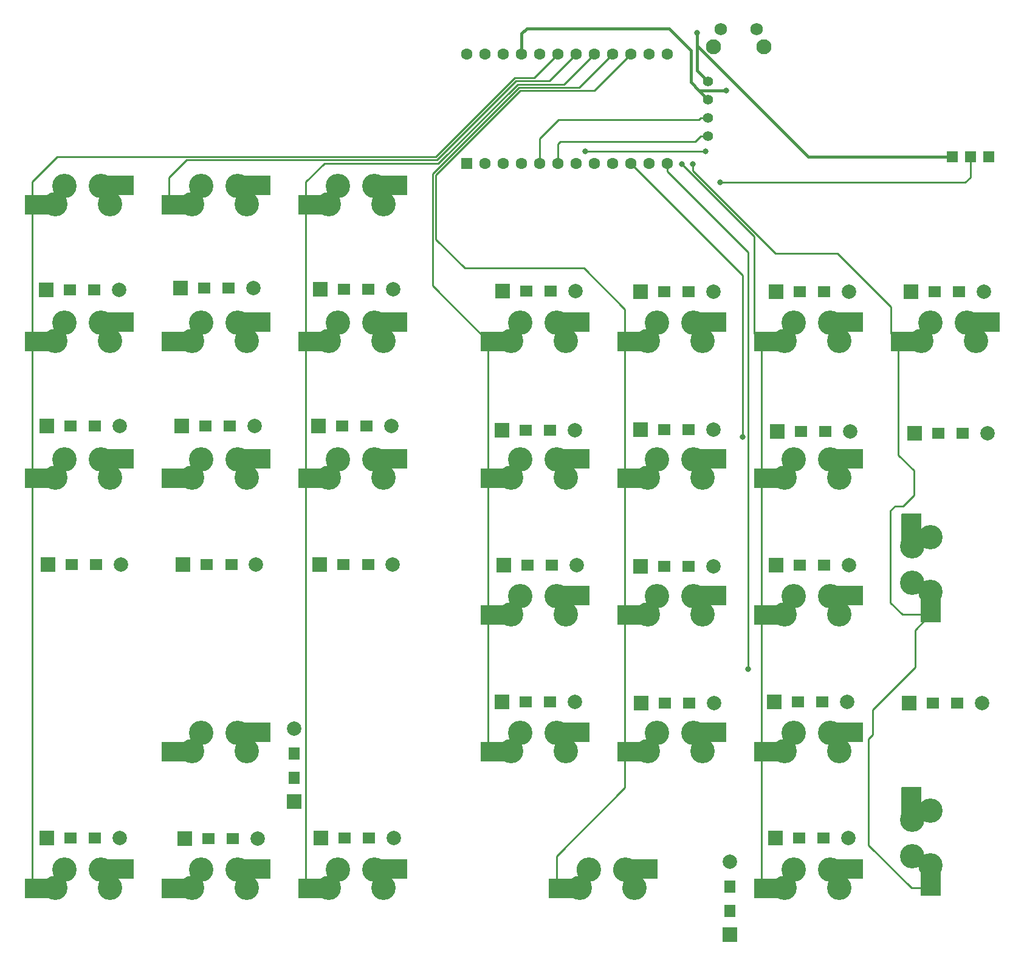
<source format=gbl>
G04 #@! TF.GenerationSoftware,KiCad,Pcbnew,(5.1.5)-3*
G04 #@! TF.CreationDate,2020-03-03T22:43:42-06:00*
G04 #@! TF.ProjectId,MigitePad,4d696769-7465-4506-9164-2e6b69636164,rev?*
G04 #@! TF.SameCoordinates,Original*
G04 #@! TF.FileFunction,Copper,L2,Bot*
G04 #@! TF.FilePolarity,Positive*
%FSLAX46Y46*%
G04 Gerber Fmt 4.6, Leading zero omitted, Abs format (unit mm)*
G04 Created by KiCad (PCBNEW (5.1.5)-3) date 2020-03-03 22:43:42*
%MOMM*%
%LPD*%
G04 APERTURE LIST*
%ADD10R,1.524000X1.524000*%
%ADD11C,3.400000*%
%ADD12C,0.100000*%
%ADD13R,1.998980X1.998980*%
%ADD14C,1.998980*%
%ADD15R,1.800000X1.500000*%
%ADD16R,1.500000X1.800000*%
%ADD17C,1.397000*%
%ADD18C,2.100000*%
%ADD19C,1.750000*%
%ADD20C,1.600000*%
%ADD21R,1.600000X1.600000*%
%ADD22C,0.800000*%
%ADD23C,0.254000*%
%ADD24C,0.381000*%
G04 APERTURE END LIST*
D10*
X194691000Y-50419000D03*
X197191000Y-50419000D03*
X199791000Y-50419000D03*
D11*
X189103000Y-147828000D03*
X191643000Y-149098000D03*
X191643000Y-141478000D03*
X189103000Y-142748000D03*
G04 #@! TA.AperFunction,ComponentPad*
D12*
G36*
X187447639Y-147814441D02*
G01*
X187447664Y-147811342D01*
X187456417Y-147657175D01*
X187456483Y-147656130D01*
X187456861Y-147652980D01*
X187457189Y-147649888D01*
X187480945Y-147497312D01*
X187481113Y-147496278D01*
X187481794Y-147493192D01*
X187482424Y-147490135D01*
X187520956Y-147340605D01*
X187521224Y-147339593D01*
X187522196Y-147336609D01*
X187523128Y-147333607D01*
X187576064Y-147188563D01*
X187576068Y-147188551D01*
X187576073Y-147188538D01*
X187576434Y-147187568D01*
X187577721Y-147184630D01*
X187578914Y-147181798D01*
X187645755Y-147042600D01*
X187646214Y-147041659D01*
X187647782Y-147038858D01*
X187649246Y-147036157D01*
X187729348Y-146904153D01*
X187729351Y-146904147D01*
X187729352Y-146904146D01*
X187729901Y-146903254D01*
X187731707Y-146900661D01*
X187733454Y-146898075D01*
X187826059Y-146774511D01*
X187826693Y-146773678D01*
X187828728Y-146771291D01*
X187830735Y-146768869D01*
X187934956Y-146654931D01*
X187935668Y-146654163D01*
X187937939Y-146651974D01*
X187940160Y-146649772D01*
X188054992Y-146546559D01*
X188055002Y-146546549D01*
X188055014Y-146546539D01*
X188055786Y-146545854D01*
X188058267Y-146543891D01*
X188060685Y-146541922D01*
X188185052Y-146450397D01*
X188185899Y-146449782D01*
X188188595Y-146448048D01*
X188191159Y-146446348D01*
X188323863Y-146367396D01*
X188324766Y-146366867D01*
X188327593Y-146365417D01*
X188330335Y-146363962D01*
X188470095Y-146298345D01*
X188470111Y-146298336D01*
X188470131Y-146298328D01*
X188471062Y-146297898D01*
X188474002Y-146296737D01*
X188476889Y-146295550D01*
X188622402Y-146243878D01*
X188623391Y-146243534D01*
X188626438Y-146242663D01*
X188629418Y-146241766D01*
X188779278Y-146204540D01*
X188780296Y-146204295D01*
X188783385Y-146203731D01*
X188786468Y-146203123D01*
X188939246Y-146180699D01*
X188940283Y-146180554D01*
X188943412Y-146180294D01*
X188946538Y-146179990D01*
X189100776Y-146172581D01*
X189101822Y-146172538D01*
X189104982Y-146172585D01*
X189108103Y-146172588D01*
X189262326Y-146180265D01*
X189263371Y-146180324D01*
X189266502Y-146180678D01*
X189269618Y-146180986D01*
X189422357Y-146203676D01*
X189423391Y-146203837D01*
X189426512Y-146204503D01*
X189429543Y-146205106D01*
X189579338Y-146242592D01*
X189580352Y-146242853D01*
X189583387Y-146243818D01*
X189586351Y-146244716D01*
X189731774Y-146296641D01*
X189732758Y-146296999D01*
X189735675Y-146298252D01*
X189738547Y-146299439D01*
X189878207Y-146365307D01*
X189879151Y-146365760D01*
X189881953Y-146367303D01*
X189884674Y-146368753D01*
X190017242Y-146447936D01*
X190018137Y-146448479D01*
X190020750Y-146450271D01*
X190023340Y-146451995D01*
X190147549Y-146543735D01*
X190148387Y-146544363D01*
X190150809Y-146546399D01*
X190153223Y-146548371D01*
X190267886Y-146651795D01*
X190268659Y-146652501D01*
X190270869Y-146654762D01*
X190273081Y-146656962D01*
X190377094Y-146771071D01*
X190377104Y-146771081D01*
X190377114Y-146771093D01*
X190377804Y-146771860D01*
X190379763Y-146774301D01*
X190381770Y-146776731D01*
X190474161Y-146900456D01*
X190474782Y-146901299D01*
X190476540Y-146903990D01*
X190478253Y-146906535D01*
X190558129Y-147038686D01*
X190558665Y-147039586D01*
X190560131Y-147042396D01*
X190561609Y-147045135D01*
X190628208Y-147184448D01*
X190628653Y-147185396D01*
X190629843Y-147188349D01*
X190631041Y-147191205D01*
X190683725Y-147336347D01*
X190683728Y-147336353D01*
X190683730Y-147336361D01*
X190684079Y-147337340D01*
X190684974Y-147340389D01*
X190685889Y-147343355D01*
X190724159Y-147492947D01*
X190724160Y-147492952D01*
X190724161Y-147492958D01*
X190724413Y-147493969D01*
X190725008Y-147497102D01*
X190725627Y-147500132D01*
X190749118Y-147652748D01*
X190749270Y-147653784D01*
X190749519Y-147656544D01*
X190749835Y-147659317D01*
X190754225Y-147727201D01*
X190782398Y-147707887D01*
X190783265Y-147707301D01*
X190785997Y-147705670D01*
X190788637Y-147704044D01*
X190922148Y-147630547D01*
X190922156Y-147630542D01*
X190922157Y-147630542D01*
X190923077Y-147630043D01*
X190925951Y-147628689D01*
X190928741Y-147627326D01*
X191068795Y-147567203D01*
X191069760Y-147566796D01*
X191072779Y-147565719D01*
X191075662Y-147564645D01*
X191220916Y-147518476D01*
X191221916Y-147518165D01*
X191225032Y-147517386D01*
X191228000Y-147516600D01*
X191377065Y-147484827D01*
X191378091Y-147484615D01*
X191381216Y-147484152D01*
X191384297Y-147483651D01*
X191535753Y-147466575D01*
X191536794Y-147466465D01*
X191539933Y-147466310D01*
X191543065Y-147466111D01*
X191695462Y-147463895D01*
X191696509Y-147463887D01*
X191699651Y-147464039D01*
X191702786Y-147464146D01*
X191854673Y-147476813D01*
X191855716Y-147476907D01*
X191858822Y-147477364D01*
X191861937Y-147477778D01*
X192011864Y-147505206D01*
X192012892Y-147505402D01*
X192015983Y-147506170D01*
X192018999Y-147506876D01*
X192165518Y-147548800D01*
X192165532Y-147548803D01*
X192165547Y-147548808D01*
X192166538Y-147549098D01*
X192169549Y-147550168D01*
X192172470Y-147551161D01*
X192314213Y-147607187D01*
X192315184Y-147607578D01*
X192318059Y-147608929D01*
X192320888Y-147610210D01*
X192456488Y-147679801D01*
X192457417Y-147680285D01*
X192460149Y-147681912D01*
X192462836Y-147683461D01*
X192590997Y-147765952D01*
X192591874Y-147766525D01*
X192594392Y-147768379D01*
X192596958Y-147770214D01*
X192716458Y-147864818D01*
X192717275Y-147865474D01*
X192719608Y-147867572D01*
X192721975Y-147869642D01*
X192831673Y-147975455D01*
X192832421Y-147976187D01*
X192834537Y-147978502D01*
X192836692Y-147980794D01*
X192935541Y-148096806D01*
X192936214Y-148097608D01*
X192938113Y-148100143D01*
X192940014Y-148102609D01*
X193027072Y-148227714D01*
X193027664Y-148228577D01*
X193029304Y-148231282D01*
X193030958Y-148233926D01*
X193105385Y-148366920D01*
X193105390Y-148366928D01*
X193105395Y-148366938D01*
X193105896Y-148367846D01*
X193107260Y-148370690D01*
X193108652Y-148373490D01*
X193169751Y-148513122D01*
X193170164Y-148514084D01*
X193171239Y-148517032D01*
X193172357Y-148519971D01*
X193219539Y-148664899D01*
X193219856Y-148665897D01*
X193220643Y-148668954D01*
X193221464Y-148671969D01*
X193254278Y-148820809D01*
X193254497Y-148821833D01*
X193254989Y-148825001D01*
X193255504Y-148828034D01*
X193273636Y-148979363D01*
X193273636Y-148979368D01*
X193273754Y-148980406D01*
X193273932Y-148983555D01*
X193274152Y-148986675D01*
X193277431Y-149139053D01*
X193277446Y-149140100D01*
X193277315Y-149143268D01*
X193277230Y-149146378D01*
X193265624Y-149298350D01*
X193265538Y-149299393D01*
X193265096Y-149302553D01*
X193264710Y-149305620D01*
X193238330Y-149455731D01*
X193238330Y-149455735D01*
X193238329Y-149455739D01*
X193238142Y-149456764D01*
X193237405Y-149459819D01*
X193236711Y-149462881D01*
X193195807Y-149609705D01*
X193195519Y-149610712D01*
X193194483Y-149613693D01*
X193193498Y-149616659D01*
X193138463Y-149758790D01*
X193138078Y-149759763D01*
X193136758Y-149762624D01*
X193135486Y-149765486D01*
X193066843Y-149901568D01*
X193066365Y-149902499D01*
X193064776Y-149905211D01*
X193063228Y-149907941D01*
X192981634Y-150036675D01*
X192981067Y-150037555D01*
X192979213Y-150040110D01*
X192977414Y-150042664D01*
X192883646Y-150162823D01*
X192882997Y-150163644D01*
X192880888Y-150166022D01*
X192878861Y-150168373D01*
X192773816Y-150278807D01*
X192773090Y-150279560D01*
X192770761Y-150281719D01*
X192768513Y-150283862D01*
X192653193Y-150383520D01*
X192652396Y-150384199D01*
X192649867Y-150386121D01*
X192647421Y-150388034D01*
X192522928Y-150475962D01*
X192522068Y-150476560D01*
X192519403Y-150478202D01*
X192516743Y-150479892D01*
X192384262Y-150555251D01*
X192383348Y-150555763D01*
X192380501Y-150557153D01*
X192377723Y-150558559D01*
X192238521Y-150620630D01*
X192237562Y-150621050D01*
X192234603Y-150622153D01*
X192231692Y-150623284D01*
X192087097Y-150671477D01*
X192086101Y-150671801D01*
X192083085Y-150672600D01*
X192080040Y-150673452D01*
X191931433Y-150707304D01*
X191930411Y-150707529D01*
X191927309Y-150708033D01*
X191924218Y-150708580D01*
X191773015Y-150727769D01*
X191771976Y-150727894D01*
X191768848Y-150728092D01*
X191765710Y-150728336D01*
X191613358Y-150732678D01*
X191612743Y-150732690D01*
X191612743Y-150582634D01*
X191757777Y-150578500D01*
X191901688Y-150560237D01*
X192043150Y-150528012D01*
X192180789Y-150482138D01*
X192313282Y-150423057D01*
X192439384Y-150351327D01*
X192557889Y-150267629D01*
X192667661Y-150172766D01*
X192767650Y-150067648D01*
X192856899Y-149953279D01*
X192934571Y-149830733D01*
X192999905Y-149701212D01*
X193052293Y-149565917D01*
X193091230Y-149426154D01*
X193116339Y-149283269D01*
X193127386Y-149138619D01*
X193124265Y-148993560D01*
X193107006Y-148849522D01*
X193075772Y-148707847D01*
X193030861Y-148569895D01*
X192972703Y-148436982D01*
X192901854Y-148310382D01*
X192818987Y-148191299D01*
X192724898Y-148080871D01*
X192620482Y-147980152D01*
X192506730Y-147890100D01*
X192384735Y-147811577D01*
X192255661Y-147745336D01*
X192120742Y-147692007D01*
X191981272Y-147652100D01*
X191838553Y-147625990D01*
X191693970Y-147613932D01*
X191548916Y-147616042D01*
X191404743Y-147632297D01*
X191262858Y-147662539D01*
X191124595Y-147706486D01*
X190991289Y-147763712D01*
X190864197Y-147833674D01*
X190741504Y-147917786D01*
X190740636Y-147918373D01*
X190734345Y-147922128D01*
X190727716Y-147925251D01*
X190720814Y-147927713D01*
X190713705Y-147929490D01*
X190706457Y-147930565D01*
X190699139Y-147930928D01*
X190691820Y-147930573D01*
X190684571Y-147929507D01*
X190677460Y-147927738D01*
X190670555Y-147925284D01*
X190663924Y-147922168D01*
X190657627Y-147918420D01*
X190651727Y-147914075D01*
X190646279Y-147909176D01*
X190641335Y-147903766D01*
X190636942Y-147897902D01*
X190633143Y-147891636D01*
X190629973Y-147885030D01*
X190627463Y-147878146D01*
X190625636Y-147871050D01*
X190624511Y-147863809D01*
X190624098Y-147856494D01*
X190624401Y-147849172D01*
X190625416Y-147841916D01*
X190626542Y-147837252D01*
X190623340Y-147833449D01*
X190619189Y-147827410D01*
X190615648Y-147820995D01*
X190612750Y-147814265D01*
X190610522Y-147807286D01*
X190608986Y-147800121D01*
X190608156Y-147792840D01*
X190600360Y-147672295D01*
X190577931Y-147526575D01*
X190541478Y-147384084D01*
X190491297Y-147245842D01*
X190427860Y-147113140D01*
X190351781Y-146987271D01*
X190263772Y-146869414D01*
X190164697Y-146760723D01*
X190055488Y-146662219D01*
X189937174Y-146574832D01*
X189810902Y-146499409D01*
X189677879Y-146436671D01*
X189539357Y-146387211D01*
X189396693Y-146351510D01*
X189251202Y-146329897D01*
X189104315Y-146322585D01*
X188957396Y-146329642D01*
X188811881Y-146351000D01*
X188669136Y-146386459D01*
X188530543Y-146435673D01*
X188397397Y-146498187D01*
X188271011Y-146573379D01*
X188152547Y-146660560D01*
X188043160Y-146758880D01*
X187943892Y-146867403D01*
X187855688Y-146985095D01*
X187779385Y-147110837D01*
X187715723Y-147243415D01*
X187665295Y-147381589D01*
X187628594Y-147524018D01*
X187605967Y-147669342D01*
X187597630Y-147816177D01*
X187603662Y-147963140D01*
X187624004Y-148108804D01*
X187658462Y-148251780D01*
X187706713Y-148390727D01*
X187768294Y-148524303D01*
X187842604Y-148651215D01*
X187928953Y-148770280D01*
X188026509Y-148880352D01*
X188134334Y-148980374D01*
X188251415Y-149069403D01*
X188376611Y-149146574D01*
X188508753Y-149211166D01*
X188646558Y-149262553D01*
X188788722Y-149300246D01*
X188933895Y-149323889D01*
X189080669Y-149333250D01*
X189227668Y-149328245D01*
X189373473Y-149308920D01*
X189516687Y-149275461D01*
X189655970Y-149228179D01*
X189789961Y-149167538D01*
X189917395Y-149094111D01*
X190040045Y-149006464D01*
X190040901Y-149005861D01*
X190047118Y-149001984D01*
X190053685Y-148998732D01*
X190060537Y-148996136D01*
X190067610Y-148994220D01*
X190074836Y-148993004D01*
X190082146Y-148992499D01*
X190089470Y-148992711D01*
X190096739Y-148993636D01*
X190103883Y-148995266D01*
X190110834Y-148997585D01*
X190117525Y-149000571D01*
X190123894Y-149004196D01*
X190129877Y-149008424D01*
X190135420Y-149013216D01*
X190140468Y-149018528D01*
X190144975Y-149024306D01*
X190148896Y-149030496D01*
X190152194Y-149037040D01*
X190154838Y-149043873D01*
X190156802Y-149050933D01*
X190158068Y-149058150D01*
X190158624Y-149065456D01*
X190158464Y-149072782D01*
X190157590Y-149080057D01*
X190157526Y-149080346D01*
X190157943Y-149085079D01*
X190163319Y-149222968D01*
X190182605Y-149366888D01*
X190215817Y-149508125D01*
X190262646Y-149645428D01*
X190322652Y-149777511D01*
X190395268Y-149903119D01*
X190479789Y-150021035D01*
X190575411Y-150130137D01*
X190681226Y-150229391D01*
X190796222Y-150317845D01*
X190919293Y-150394650D01*
X191049279Y-150459084D01*
X191184938Y-150510527D01*
X191324954Y-150548483D01*
X191468023Y-150572597D01*
X191612743Y-150582634D01*
X191612743Y-150732690D01*
X191612311Y-150732700D01*
X191609163Y-150732592D01*
X191606032Y-150732528D01*
X191453982Y-150721983D01*
X191452938Y-150721904D01*
X191449728Y-150721478D01*
X191446706Y-150721120D01*
X191296412Y-150695788D01*
X191295380Y-150695607D01*
X191292219Y-150694868D01*
X191289254Y-150694218D01*
X191142149Y-150654342D01*
X191141141Y-150654061D01*
X191138142Y-150653042D01*
X191135179Y-150652081D01*
X190992667Y-150598039D01*
X190991690Y-150597661D01*
X190988786Y-150596346D01*
X190985951Y-150595109D01*
X190849393Y-150527419D01*
X190848458Y-150526947D01*
X190845719Y-150525368D01*
X190842995Y-150523847D01*
X190713694Y-150443155D01*
X190712809Y-150442594D01*
X190710238Y-150440755D01*
X190707674Y-150438976D01*
X190586864Y-150346050D01*
X190586038Y-150345406D01*
X190583643Y-150343312D01*
X190581281Y-150341304D01*
X190470116Y-150237032D01*
X190469357Y-150236310D01*
X190467197Y-150234012D01*
X190465023Y-150231764D01*
X190364564Y-150117143D01*
X190363879Y-150116351D01*
X190361949Y-150113848D01*
X190360009Y-150111403D01*
X190271214Y-149987525D01*
X190270610Y-149986670D01*
X190268937Y-149983997D01*
X190267241Y-149981368D01*
X190190959Y-149849417D01*
X190190441Y-149848507D01*
X190189019Y-149845646D01*
X190187607Y-149842902D01*
X190124564Y-149704138D01*
X190124137Y-149703181D01*
X190123007Y-149700213D01*
X190121862Y-149697325D01*
X190072662Y-149553071D01*
X190072331Y-149552077D01*
X190071513Y-149549074D01*
X190070638Y-149546028D01*
X190035749Y-149397661D01*
X190035517Y-149396640D01*
X190034988Y-149393525D01*
X190034423Y-149390455D01*
X190014179Y-149239391D01*
X190014046Y-149238352D01*
X190013832Y-149235309D01*
X190013571Y-149232351D01*
X190012714Y-149210360D01*
X190001624Y-149218285D01*
X190000768Y-149218888D01*
X189998072Y-149220569D01*
X189995462Y-149222248D01*
X189861668Y-149299339D01*
X189860757Y-149299856D01*
X189857876Y-149301283D01*
X189855147Y-149302683D01*
X189714469Y-149366350D01*
X189713513Y-149366775D01*
X189710562Y-149367893D01*
X189707654Y-149369042D01*
X189561434Y-149418678D01*
X189560441Y-149419008D01*
X189557354Y-149419844D01*
X189554389Y-149420691D01*
X189404023Y-149455821D01*
X189403002Y-149456053D01*
X189399883Y-149456577D01*
X189396815Y-149457138D01*
X189243740Y-149477427D01*
X189242701Y-149477557D01*
X189239591Y-149477772D01*
X189236437Y-149478034D01*
X189082111Y-149483289D01*
X189081065Y-149483317D01*
X189077937Y-149483227D01*
X189074785Y-149483180D01*
X188920684Y-149473351D01*
X188919640Y-149473277D01*
X188916519Y-149472880D01*
X188913402Y-149472528D01*
X188760995Y-149447707D01*
X188759963Y-149447532D01*
X188756855Y-149446823D01*
X188753830Y-149446177D01*
X188604572Y-149406603D01*
X188603562Y-149406328D01*
X188600554Y-149405324D01*
X188597589Y-149404381D01*
X188452917Y-149350435D01*
X188452906Y-149350431D01*
X188452893Y-149350426D01*
X188451927Y-149350058D01*
X188449029Y-149348765D01*
X188446174Y-149347538D01*
X188307446Y-149279727D01*
X188306509Y-149279261D01*
X188303768Y-149277701D01*
X188301027Y-149276191D01*
X188169594Y-149195174D01*
X188169579Y-149195166D01*
X188169563Y-149195155D01*
X188168691Y-149194610D01*
X188166138Y-149192806D01*
X188163536Y-149191021D01*
X188040622Y-149097556D01*
X188039793Y-149096916D01*
X188037407Y-149094853D01*
X188035012Y-149092840D01*
X187921816Y-148987836D01*
X187921805Y-148987826D01*
X187921793Y-148987814D01*
X187921042Y-148987108D01*
X187918873Y-148984827D01*
X187916683Y-148982586D01*
X187814263Y-148867026D01*
X187813574Y-148866238D01*
X187811623Y-148863736D01*
X187809676Y-148861311D01*
X187719022Y-148736308D01*
X187718413Y-148735456D01*
X187716692Y-148732738D01*
X187715016Y-148730173D01*
X187636999Y-148596931D01*
X187636993Y-148596922D01*
X187636988Y-148596911D01*
X187636470Y-148596014D01*
X187635058Y-148593213D01*
X187633603Y-148590425D01*
X187568956Y-148450194D01*
X187568524Y-148449240D01*
X187567393Y-148446318D01*
X187566216Y-148443397D01*
X187515561Y-148297529D01*
X187515225Y-148296537D01*
X187514380Y-148293502D01*
X187513499Y-148290497D01*
X187477320Y-148140380D01*
X187477081Y-148139361D01*
X187476529Y-148136216D01*
X187475953Y-148133181D01*
X187454597Y-147980254D01*
X187454596Y-147980251D01*
X187454596Y-147980248D01*
X187454458Y-147979212D01*
X187454218Y-147976060D01*
X187453938Y-147972953D01*
X187447606Y-147818670D01*
X187447606Y-147818668D01*
X187447570Y-147817622D01*
X187447639Y-147814441D01*
G37*
G04 #@! TD.AperFunction*
G04 #@! TA.AperFunction,ComponentPad*
G36*
X193273336Y-141600710D02*
G01*
X193273299Y-141601756D01*
X193273009Y-141604926D01*
X193272769Y-141608016D01*
X193253580Y-141759217D01*
X193253441Y-141760255D01*
X193252852Y-141763334D01*
X193252304Y-141766432D01*
X193218452Y-141915040D01*
X193218212Y-141916059D01*
X193217318Y-141919091D01*
X193216477Y-141922096D01*
X193168285Y-142066692D01*
X193167947Y-142067683D01*
X193166748Y-142070647D01*
X193165631Y-142073521D01*
X193103560Y-142212723D01*
X193103127Y-142213676D01*
X193101660Y-142216478D01*
X193100252Y-142219262D01*
X193024892Y-142351742D01*
X193024368Y-142352649D01*
X193022628Y-142355305D01*
X193020962Y-142357926D01*
X192933034Y-142482421D01*
X192932424Y-142483273D01*
X192930435Y-142485744D01*
X192928520Y-142488193D01*
X192828864Y-142603513D01*
X192828174Y-142604300D01*
X192825973Y-142606545D01*
X192823807Y-142608817D01*
X192713372Y-142713862D01*
X192712609Y-142714578D01*
X192710182Y-142716612D01*
X192707823Y-142718646D01*
X192587666Y-142812413D01*
X192586836Y-142813052D01*
X192584236Y-142814830D01*
X192581676Y-142816634D01*
X192452940Y-142898228D01*
X192452052Y-142898782D01*
X192449266Y-142900312D01*
X192446567Y-142901843D01*
X192310494Y-142970480D01*
X192310486Y-142970485D01*
X192310485Y-142970485D01*
X192309547Y-142970951D01*
X192306664Y-142972184D01*
X192303790Y-142973462D01*
X192161659Y-143028498D01*
X192160680Y-143028869D01*
X192157698Y-143029813D01*
X192154705Y-143030807D01*
X192007882Y-143071710D01*
X192006871Y-143071984D01*
X192003802Y-143072634D01*
X192000736Y-143073329D01*
X191850622Y-143099710D01*
X191849590Y-143099884D01*
X191846445Y-143100235D01*
X191843351Y-143100624D01*
X191691379Y-143112230D01*
X191690334Y-143112303D01*
X191687183Y-143112345D01*
X191684054Y-143112431D01*
X191531675Y-143109152D01*
X191530629Y-143109122D01*
X191527472Y-143108855D01*
X191524366Y-143108636D01*
X191373035Y-143090504D01*
X191371996Y-143090373D01*
X191368869Y-143089797D01*
X191365810Y-143089278D01*
X191216970Y-143056464D01*
X191215949Y-143056232D01*
X191212903Y-143055357D01*
X191209900Y-143054539D01*
X191064972Y-143007357D01*
X191063978Y-143007026D01*
X191061027Y-143005856D01*
X191058124Y-143004751D01*
X190918492Y-142943653D01*
X190917535Y-142943227D01*
X190914702Y-142941769D01*
X190911930Y-142940391D01*
X190778926Y-142865958D01*
X190778016Y-142865441D01*
X190775467Y-142863796D01*
X190772930Y-142862221D01*
X190753679Y-142848925D01*
X190746350Y-142947549D01*
X190746265Y-142948592D01*
X190745834Y-142951719D01*
X190745450Y-142954820D01*
X190719034Y-143106958D01*
X190718848Y-143107988D01*
X190718118Y-143111042D01*
X190717430Y-143114108D01*
X190676294Y-143262943D01*
X190676008Y-143263950D01*
X190674977Y-143266937D01*
X190673999Y-143269902D01*
X190618535Y-143414012D01*
X190618152Y-143414987D01*
X190616836Y-143417856D01*
X190615572Y-143420714D01*
X190546310Y-143558724D01*
X190545834Y-143559656D01*
X190544228Y-143562410D01*
X190542707Y-143565104D01*
X190460319Y-143695681D01*
X190460310Y-143695696D01*
X190460299Y-143695712D01*
X190459745Y-143696578D01*
X190457898Y-143699133D01*
X190456101Y-143701695D01*
X190361352Y-143823624D01*
X190360704Y-143824446D01*
X190358621Y-143826805D01*
X190356579Y-143829183D01*
X190250384Y-143941284D01*
X190249659Y-143942040D01*
X190247319Y-143944218D01*
X190245091Y-143946351D01*
X190128464Y-144047555D01*
X190127668Y-144048235D01*
X190125166Y-144050145D01*
X190122701Y-144052081D01*
X189996755Y-144141420D01*
X189995897Y-144142020D01*
X189993195Y-144143692D01*
X189990579Y-144145362D01*
X189856516Y-144221985D01*
X189855604Y-144222498D01*
X189852768Y-144223891D01*
X189849984Y-144225306D01*
X189709084Y-144288480D01*
X189708126Y-144288902D01*
X189705189Y-144290003D01*
X189702260Y-144291148D01*
X189555868Y-144340271D01*
X189554873Y-144340598D01*
X189551822Y-144341413D01*
X189548815Y-144342261D01*
X189398328Y-144376864D01*
X189397306Y-144377092D01*
X189394183Y-144377606D01*
X189391115Y-144378156D01*
X189237968Y-144397910D01*
X189236929Y-144398037D01*
X189233772Y-144398244D01*
X189230664Y-144398491D01*
X189076321Y-144403206D01*
X189075274Y-144403231D01*
X189072105Y-144403129D01*
X189068995Y-144403072D01*
X188914929Y-144392703D01*
X188913885Y-144392625D01*
X188910775Y-144392218D01*
X188907651Y-144391854D01*
X188755332Y-144366501D01*
X188754300Y-144366322D01*
X188751205Y-144365605D01*
X188748171Y-144364946D01*
X188599068Y-144324853D01*
X188599054Y-144324850D01*
X188599039Y-144324845D01*
X188598043Y-144324571D01*
X188595031Y-144323554D01*
X188592079Y-144322603D01*
X188447584Y-144268147D01*
X188446607Y-144267772D01*
X188443689Y-144266457D01*
X188440862Y-144265231D01*
X188302372Y-144196935D01*
X188301436Y-144196466D01*
X188298681Y-144194885D01*
X188295966Y-144193377D01*
X188164802Y-144111892D01*
X188163917Y-144111334D01*
X188161303Y-144109473D01*
X188158775Y-144107726D01*
X188036187Y-144013831D01*
X188035360Y-144013189D01*
X188032981Y-144011118D01*
X188030594Y-144009097D01*
X187917766Y-143903697D01*
X187917755Y-143903687D01*
X187917743Y-143903675D01*
X187916995Y-143902967D01*
X187914845Y-143900689D01*
X187912651Y-143898429D01*
X187810636Y-143782512D01*
X187809950Y-143781722D01*
X187808000Y-143779204D01*
X187806070Y-143776781D01*
X187715861Y-143651471D01*
X187715854Y-143651462D01*
X187715847Y-143651450D01*
X187715248Y-143650607D01*
X187713580Y-143647954D01*
X187711868Y-143645313D01*
X187634312Y-143511789D01*
X187633792Y-143510880D01*
X187632371Y-143508037D01*
X187630945Y-143505280D01*
X187566792Y-143364833D01*
X187566788Y-143364825D01*
X187566784Y-143364816D01*
X187566359Y-143363869D01*
X187565222Y-143360899D01*
X187564073Y-143358019D01*
X187513931Y-143211979D01*
X187513929Y-143211973D01*
X187513927Y-143211966D01*
X187513595Y-143210980D01*
X187512754Y-143207915D01*
X187511891Y-143204935D01*
X187476237Y-143054692D01*
X187476002Y-143053672D01*
X187475467Y-143050558D01*
X187474895Y-143047488D01*
X187454074Y-142894487D01*
X187454073Y-142894484D01*
X187454073Y-142894481D01*
X187453939Y-142893445D01*
X187453709Y-142890280D01*
X187453441Y-142887184D01*
X187447649Y-142732879D01*
X187447649Y-142732877D01*
X187447617Y-142731831D01*
X187447697Y-142728682D01*
X187447732Y-142725551D01*
X187457024Y-142571416D01*
X187457024Y-142571413D01*
X187457094Y-142570371D01*
X187457484Y-142567217D01*
X187457822Y-142564131D01*
X187482112Y-142411639D01*
X187482283Y-142410606D01*
X187482978Y-142407510D01*
X187483616Y-142404468D01*
X187522670Y-142255074D01*
X187522942Y-142254063D01*
X187523929Y-142251070D01*
X187524868Y-142248084D01*
X187578314Y-142103213D01*
X187578683Y-142102233D01*
X187579969Y-142099322D01*
X187581183Y-142096470D01*
X187648511Y-141957507D01*
X187648974Y-141956568D01*
X187650530Y-141953812D01*
X187652024Y-141951077D01*
X187732591Y-141819346D01*
X187733143Y-141818457D01*
X187734959Y-141815868D01*
X187736715Y-141813289D01*
X187829752Y-141690050D01*
X187830388Y-141689219D01*
X187832452Y-141686816D01*
X187834447Y-141684425D01*
X187939066Y-141570852D01*
X187939781Y-141570087D01*
X187942049Y-141567916D01*
X187944288Y-141565712D01*
X188059491Y-141462890D01*
X188060277Y-141462198D01*
X188062793Y-141460222D01*
X188065190Y-141458284D01*
X188189877Y-141367195D01*
X188190726Y-141366583D01*
X188193394Y-141364880D01*
X188195997Y-141363167D01*
X188328977Y-141284680D01*
X188329883Y-141284154D01*
X188332692Y-141282726D01*
X188335462Y-141281268D01*
X188475466Y-141216132D01*
X188476418Y-141215697D01*
X188479349Y-141214551D01*
X188482253Y-141213369D01*
X188627945Y-141162207D01*
X188628935Y-141161866D01*
X188632004Y-141161000D01*
X188634969Y-141160119D01*
X188784959Y-141123417D01*
X188785977Y-141123175D01*
X188789079Y-141122620D01*
X188792153Y-141122025D01*
X188945008Y-141100135D01*
X188946045Y-141099994D01*
X188949165Y-141099746D01*
X188952304Y-141099452D01*
X189106566Y-141092583D01*
X189107612Y-141092544D01*
X189110741Y-141092601D01*
X189113893Y-141092615D01*
X189268089Y-141100831D01*
X189269134Y-141100894D01*
X189272272Y-141101260D01*
X189275379Y-141101578D01*
X189428037Y-141124803D01*
X189429071Y-141124968D01*
X189432170Y-141125640D01*
X189435218Y-141126258D01*
X189584881Y-141164268D01*
X189585894Y-141164532D01*
X189588916Y-141165505D01*
X189591887Y-141166416D01*
X189737127Y-141218849D01*
X189738110Y-141219211D01*
X189741025Y-141220475D01*
X189743890Y-141221671D01*
X189883320Y-141288028D01*
X189884262Y-141288485D01*
X189886995Y-141290003D01*
X189889774Y-141291496D01*
X190013126Y-141365760D01*
X190014537Y-141332540D01*
X190014588Y-141331494D01*
X190014923Y-141328325D01*
X190015205Y-141325243D01*
X190036504Y-141174323D01*
X190036657Y-141173287D01*
X190037297Y-141170178D01*
X190037881Y-141167127D01*
X190073804Y-141019007D01*
X190074058Y-141017991D01*
X190074991Y-141014982D01*
X190075877Y-141011978D01*
X190126083Y-140868071D01*
X190126434Y-140867084D01*
X190127673Y-140864143D01*
X190128832Y-140861278D01*
X190192837Y-140722966D01*
X190192841Y-140722957D01*
X190192846Y-140722947D01*
X190193288Y-140722009D01*
X190194783Y-140719247D01*
X190196240Y-140716465D01*
X190273442Y-140585049D01*
X190273978Y-140584149D01*
X190275779Y-140581483D01*
X190277458Y-140578920D01*
X190367115Y-140455665D01*
X190367736Y-140454823D01*
X190369766Y-140452372D01*
X190371709Y-140449958D01*
X190472966Y-140336040D01*
X190473667Y-140335262D01*
X190475918Y-140333029D01*
X190478096Y-140330807D01*
X190589976Y-140227325D01*
X190589986Y-140227315D01*
X190589998Y-140227305D01*
X190590760Y-140226609D01*
X190593218Y-140224606D01*
X190595603Y-140222608D01*
X190717058Y-140130527D01*
X190717897Y-140129900D01*
X190720538Y-140128148D01*
X190723107Y-140126391D01*
X190852967Y-140046602D01*
X190853863Y-140046060D01*
X190856656Y-140044577D01*
X190859391Y-140043076D01*
X190996418Y-139976341D01*
X190997362Y-139975888D01*
X191000311Y-139974675D01*
X191003154Y-139973458D01*
X191146040Y-139920412D01*
X191147024Y-139920054D01*
X191150071Y-139919136D01*
X191153025Y-139918201D01*
X191300406Y-139879350D01*
X191301420Y-139879090D01*
X191304519Y-139878478D01*
X191307574Y-139877831D01*
X191458041Y-139853549D01*
X191459076Y-139853389D01*
X191462221Y-139853082D01*
X191465324Y-139852736D01*
X191617443Y-139843253D01*
X191618488Y-139843195D01*
X191621649Y-139843197D01*
X191623116Y-139843178D01*
X191623116Y-139993191D01*
X191478314Y-140002218D01*
X191335098Y-140025330D01*
X191194804Y-140062312D01*
X191058794Y-140112805D01*
X190928366Y-140176327D01*
X190804758Y-140252275D01*
X190689147Y-140339923D01*
X190582645Y-140438431D01*
X190486264Y-140546862D01*
X190400916Y-140664193D01*
X190327431Y-140789282D01*
X190266502Y-140920945D01*
X190218714Y-141057924D01*
X190184519Y-141198916D01*
X190164245Y-141342575D01*
X190157932Y-141491183D01*
X190157881Y-141492229D01*
X190157501Y-141495830D01*
X190157865Y-141497688D01*
X190158567Y-141504982D01*
X190158555Y-141512310D01*
X190157827Y-141519601D01*
X190156391Y-141526787D01*
X190154262Y-141533797D01*
X190151458Y-141540567D01*
X190148005Y-141547031D01*
X190143940Y-141553127D01*
X190139299Y-141558797D01*
X190134127Y-141563988D01*
X190128473Y-141568648D01*
X190122391Y-141572736D01*
X190115939Y-141576209D01*
X190109180Y-141579037D01*
X190102175Y-141581191D01*
X190094996Y-141582653D01*
X190087707Y-141583405D01*
X190080379Y-141583443D01*
X190073083Y-141582767D01*
X190065888Y-141581381D01*
X190058862Y-141579300D01*
X190052073Y-141576544D01*
X190045586Y-141573137D01*
X190039461Y-141569114D01*
X189941863Y-141497944D01*
X189815549Y-141421896D01*
X189682741Y-141358691D01*
X189544400Y-141308748D01*
X189401852Y-141272546D01*
X189256444Y-141250424D01*
X189109574Y-141242598D01*
X188962643Y-141249141D01*
X188817045Y-141269992D01*
X188674177Y-141304951D01*
X188535418Y-141353680D01*
X188402061Y-141415723D01*
X188275401Y-141490479D01*
X188156640Y-141577239D01*
X188046909Y-141675176D01*
X187947258Y-141783355D01*
X187858641Y-141900740D01*
X187781904Y-142026208D01*
X187717773Y-142158570D01*
X187666868Y-142296554D01*
X187629666Y-142438861D01*
X187606531Y-142584101D01*
X187597681Y-142730917D01*
X187603197Y-142877889D01*
X187623031Y-143023632D01*
X187656990Y-143166731D01*
X187704751Y-143305836D01*
X187765862Y-143439623D01*
X187839733Y-143566802D01*
X187925659Y-143686163D01*
X188022835Y-143796581D01*
X188130308Y-143896979D01*
X188247077Y-143986416D01*
X188372003Y-144064026D01*
X188503919Y-144129080D01*
X188641547Y-144180948D01*
X188783577Y-144219139D01*
X188928658Y-144243287D01*
X189075411Y-144253164D01*
X189222414Y-144248673D01*
X189368286Y-144229857D01*
X189511625Y-144196897D01*
X189651068Y-144150105D01*
X189785269Y-144089935D01*
X189912964Y-144016951D01*
X190032926Y-143931857D01*
X190144011Y-143835463D01*
X190245161Y-143728687D01*
X190335410Y-143612549D01*
X190413889Y-143488169D01*
X190479863Y-143356711D01*
X190532691Y-143219450D01*
X190571874Y-143077678D01*
X190597033Y-142932780D01*
X190608206Y-142782442D01*
X190608291Y-142781398D01*
X190609292Y-142774139D01*
X190610996Y-142767013D01*
X190613388Y-142760086D01*
X190616444Y-142753426D01*
X190620136Y-142747096D01*
X190624427Y-142741157D01*
X190626519Y-142738789D01*
X190625183Y-142732797D01*
X190624295Y-142725523D01*
X190624120Y-142718198D01*
X190624661Y-142710890D01*
X190625912Y-142703670D01*
X190627861Y-142696607D01*
X190630491Y-142689768D01*
X190633777Y-142683218D01*
X190637685Y-142677019D01*
X190642179Y-142671232D01*
X190647217Y-142665911D01*
X190652749Y-142661107D01*
X190658724Y-142656865D01*
X190665085Y-142653228D01*
X190671770Y-142650228D01*
X190678717Y-142647895D01*
X190685857Y-142646250D01*
X190693124Y-142645311D01*
X190700448Y-142645085D01*
X190707759Y-142645575D01*
X190714988Y-142646776D01*
X190722064Y-142648677D01*
X190728921Y-142651258D01*
X190735494Y-142654497D01*
X190741720Y-142658362D01*
X190855271Y-142736792D01*
X190981983Y-142807704D01*
X191114892Y-142865860D01*
X191252848Y-142910772D01*
X191394524Y-142942007D01*
X191538561Y-142959265D01*
X191683620Y-142962386D01*
X191828270Y-142951339D01*
X191971157Y-142926228D01*
X192110913Y-142887294D01*
X192246212Y-142834904D01*
X192375729Y-142769573D01*
X192498280Y-142691899D01*
X192612648Y-142602650D01*
X192717767Y-142502661D01*
X192812632Y-142392885D01*
X192896321Y-142274392D01*
X192968058Y-142148282D01*
X193027140Y-142015786D01*
X193073011Y-141878153D01*
X193105237Y-141736687D01*
X193123500Y-141592776D01*
X193127634Y-141447742D01*
X193117597Y-141303023D01*
X193093484Y-141159963D01*
X193055527Y-141019937D01*
X193004087Y-140884286D01*
X192939655Y-140754301D01*
X192862844Y-140631221D01*
X192774390Y-140516226D01*
X192675137Y-140410411D01*
X192566035Y-140314789D01*
X192448116Y-140230265D01*
X192322523Y-140157658D01*
X192190430Y-140097648D01*
X192053125Y-140050817D01*
X191911887Y-140017605D01*
X191768108Y-139998337D01*
X191623116Y-139993191D01*
X191623116Y-139843178D01*
X191624769Y-139843155D01*
X191777088Y-139848561D01*
X191778134Y-139848605D01*
X191781322Y-139848919D01*
X191784390Y-139849179D01*
X191935453Y-139869422D01*
X191936490Y-139869568D01*
X191939604Y-139870187D01*
X191942660Y-139870749D01*
X192091028Y-139905638D01*
X192092046Y-139905885D01*
X192095053Y-139906795D01*
X192098070Y-139907662D01*
X192242324Y-139956862D01*
X192243313Y-139957207D01*
X192246204Y-139958400D01*
X192249136Y-139959563D01*
X192387902Y-140022605D01*
X192388852Y-140023045D01*
X192391656Y-140024538D01*
X192394417Y-140025959D01*
X192526368Y-140102241D01*
X192527271Y-140102771D01*
X192529903Y-140104522D01*
X192532525Y-140106214D01*
X192656403Y-140195009D01*
X192657250Y-140195625D01*
X192659705Y-140197629D01*
X192662143Y-140199564D01*
X192776764Y-140300023D01*
X192777547Y-140300719D01*
X192779769Y-140302928D01*
X192782032Y-140305116D01*
X192886303Y-140416281D01*
X192887014Y-140417050D01*
X192889021Y-140419478D01*
X192891049Y-140421864D01*
X192983975Y-140542673D01*
X192984607Y-140543507D01*
X192986371Y-140546125D01*
X192988153Y-140548692D01*
X193068847Y-140677993D01*
X193069396Y-140678885D01*
X193070915Y-140681699D01*
X193072418Y-140684392D01*
X193140109Y-140820949D01*
X193140568Y-140821890D01*
X193141808Y-140824843D01*
X193143039Y-140827666D01*
X193197081Y-140970178D01*
X193197446Y-140971160D01*
X193198387Y-140974207D01*
X193199341Y-140977148D01*
X193239218Y-141124253D01*
X193239486Y-141125266D01*
X193240125Y-141128386D01*
X193240788Y-141131411D01*
X193266119Y-141281702D01*
X193266120Y-141281705D01*
X193266120Y-141281709D01*
X193266287Y-141282739D01*
X193266618Y-141285900D01*
X193266983Y-141288982D01*
X193277528Y-141441029D01*
X193277528Y-141441031D01*
X193277594Y-141442076D01*
X193277614Y-141445248D01*
X193277678Y-141448357D01*
X193273336Y-141600710D01*
G37*
G04 #@! TD.AperFunction*
G04 #@! TA.AperFunction,SMDPad,CuDef*
G36*
X190309441Y-150073368D02*
G01*
X190313709Y-150059299D01*
X190320640Y-150046332D01*
X190329967Y-150034967D01*
X190341332Y-150025640D01*
X190354299Y-150018709D01*
X190368368Y-150014441D01*
X190383000Y-150013000D01*
X190397632Y-150014441D01*
X190411701Y-150018709D01*
X190424668Y-150025640D01*
X190436033Y-150034967D01*
X190441565Y-150041148D01*
X190822158Y-150516890D01*
X191682481Y-150612481D01*
X192448163Y-150516771D01*
X192721361Y-150243573D01*
X192915918Y-149854459D01*
X192923750Y-149842016D01*
X192933860Y-149831341D01*
X192945858Y-149822843D01*
X192959283Y-149816849D01*
X192973620Y-149813589D01*
X192988317Y-149813189D01*
X193002809Y-149815663D01*
X193016541Y-149820918D01*
X193028984Y-149828750D01*
X193039659Y-149838860D01*
X193048157Y-149850858D01*
X193054151Y-149864283D01*
X193057411Y-149878620D01*
X193058000Y-149888000D01*
X193058000Y-153288000D01*
X193056559Y-153302632D01*
X193052291Y-153316701D01*
X193045360Y-153329668D01*
X193036033Y-153341033D01*
X193024668Y-153350360D01*
X193011701Y-153357291D01*
X192997632Y-153361559D01*
X192983000Y-153363000D01*
X190383000Y-153363000D01*
X190368368Y-153361559D01*
X190354299Y-153357291D01*
X190341332Y-153350360D01*
X190329967Y-153341033D01*
X190320640Y-153329668D01*
X190313709Y-153316701D01*
X190309441Y-153302632D01*
X190308000Y-153288000D01*
X190308000Y-150088000D01*
X190309441Y-150073368D01*
G37*
G04 #@! TD.AperFunction*
G04 #@! TA.AperFunction,SMDPad,CuDef*
G36*
X190356559Y-140602632D02*
G01*
X190351936Y-140617544D01*
X190051936Y-141317544D01*
X190044848Y-141330425D01*
X190035382Y-141341676D01*
X190023904Y-141350864D01*
X190010854Y-141357636D01*
X189996734Y-141361732D01*
X189982086Y-141362994D01*
X189967472Y-141361375D01*
X189956666Y-141358225D01*
X189177523Y-141066047D01*
X188315060Y-141257705D01*
X187942164Y-141537377D01*
X187750082Y-141921541D01*
X187742250Y-141933984D01*
X187732140Y-141944659D01*
X187720142Y-141953157D01*
X187706717Y-141959151D01*
X187692380Y-141962411D01*
X187677683Y-141962811D01*
X187663191Y-141960337D01*
X187649459Y-141955082D01*
X187637016Y-141947250D01*
X187626341Y-141937140D01*
X187617843Y-141925142D01*
X187611849Y-141911717D01*
X187608589Y-141897380D01*
X187608000Y-141888000D01*
X187608000Y-138288000D01*
X187609441Y-138273368D01*
X187613709Y-138259299D01*
X187620640Y-138246332D01*
X187629967Y-138234967D01*
X187641332Y-138225640D01*
X187654299Y-138218709D01*
X187668368Y-138214441D01*
X187683000Y-138213000D01*
X190283000Y-138213000D01*
X190297632Y-138214441D01*
X190311701Y-138218709D01*
X190324668Y-138225640D01*
X190336033Y-138234967D01*
X190345360Y-138246332D01*
X190352291Y-138259299D01*
X190356559Y-138273368D01*
X190358000Y-138288000D01*
X190358000Y-140588000D01*
X190356559Y-140602632D01*
G37*
G04 #@! TD.AperFunction*
D11*
X189103000Y-109728000D03*
X191643000Y-110998000D03*
X191643000Y-103378000D03*
X189103000Y-104648000D03*
G04 #@! TA.AperFunction,ComponentPad*
D12*
G36*
X187447639Y-109714441D02*
G01*
X187447664Y-109711342D01*
X187456417Y-109557175D01*
X187456483Y-109556130D01*
X187456861Y-109552980D01*
X187457189Y-109549888D01*
X187480945Y-109397312D01*
X187481113Y-109396278D01*
X187481794Y-109393192D01*
X187482424Y-109390135D01*
X187520956Y-109240605D01*
X187521224Y-109239593D01*
X187522196Y-109236609D01*
X187523128Y-109233607D01*
X187576064Y-109088563D01*
X187576068Y-109088551D01*
X187576073Y-109088538D01*
X187576434Y-109087568D01*
X187577721Y-109084630D01*
X187578914Y-109081798D01*
X187645755Y-108942600D01*
X187646214Y-108941659D01*
X187647782Y-108938858D01*
X187649246Y-108936157D01*
X187729348Y-108804153D01*
X187729351Y-108804147D01*
X187729352Y-108804146D01*
X187729901Y-108803254D01*
X187731707Y-108800661D01*
X187733454Y-108798075D01*
X187826059Y-108674511D01*
X187826693Y-108673678D01*
X187828728Y-108671291D01*
X187830735Y-108668869D01*
X187934956Y-108554931D01*
X187935668Y-108554163D01*
X187937939Y-108551974D01*
X187940160Y-108549772D01*
X188054992Y-108446559D01*
X188055002Y-108446549D01*
X188055014Y-108446539D01*
X188055786Y-108445854D01*
X188058267Y-108443891D01*
X188060685Y-108441922D01*
X188185052Y-108350397D01*
X188185899Y-108349782D01*
X188188595Y-108348048D01*
X188191159Y-108346348D01*
X188323863Y-108267396D01*
X188324766Y-108266867D01*
X188327593Y-108265417D01*
X188330335Y-108263962D01*
X188470095Y-108198345D01*
X188470111Y-108198336D01*
X188470131Y-108198328D01*
X188471062Y-108197898D01*
X188474002Y-108196737D01*
X188476889Y-108195550D01*
X188622402Y-108143878D01*
X188623391Y-108143534D01*
X188626438Y-108142663D01*
X188629418Y-108141766D01*
X188779278Y-108104540D01*
X188780296Y-108104295D01*
X188783385Y-108103731D01*
X188786468Y-108103123D01*
X188939246Y-108080699D01*
X188940283Y-108080554D01*
X188943412Y-108080294D01*
X188946538Y-108079990D01*
X189100776Y-108072581D01*
X189101822Y-108072538D01*
X189104982Y-108072585D01*
X189108103Y-108072588D01*
X189262326Y-108080265D01*
X189263371Y-108080324D01*
X189266502Y-108080678D01*
X189269618Y-108080986D01*
X189422357Y-108103676D01*
X189423391Y-108103837D01*
X189426512Y-108104503D01*
X189429543Y-108105106D01*
X189579338Y-108142592D01*
X189580352Y-108142853D01*
X189583387Y-108143818D01*
X189586351Y-108144716D01*
X189731774Y-108196641D01*
X189732758Y-108196999D01*
X189735675Y-108198252D01*
X189738547Y-108199439D01*
X189878207Y-108265307D01*
X189879151Y-108265760D01*
X189881953Y-108267303D01*
X189884674Y-108268753D01*
X190017242Y-108347936D01*
X190018137Y-108348479D01*
X190020750Y-108350271D01*
X190023340Y-108351995D01*
X190147549Y-108443735D01*
X190148387Y-108444363D01*
X190150809Y-108446399D01*
X190153223Y-108448371D01*
X190267886Y-108551795D01*
X190268659Y-108552501D01*
X190270869Y-108554762D01*
X190273081Y-108556962D01*
X190377094Y-108671071D01*
X190377104Y-108671081D01*
X190377114Y-108671093D01*
X190377804Y-108671860D01*
X190379763Y-108674301D01*
X190381770Y-108676731D01*
X190474161Y-108800456D01*
X190474782Y-108801299D01*
X190476540Y-108803990D01*
X190478253Y-108806535D01*
X190558129Y-108938686D01*
X190558665Y-108939586D01*
X190560131Y-108942396D01*
X190561609Y-108945135D01*
X190628208Y-109084448D01*
X190628653Y-109085396D01*
X190629843Y-109088349D01*
X190631041Y-109091205D01*
X190683725Y-109236347D01*
X190683728Y-109236353D01*
X190683730Y-109236361D01*
X190684079Y-109237340D01*
X190684974Y-109240389D01*
X190685889Y-109243355D01*
X190724159Y-109392947D01*
X190724160Y-109392952D01*
X190724161Y-109392958D01*
X190724413Y-109393969D01*
X190725008Y-109397102D01*
X190725627Y-109400132D01*
X190749118Y-109552748D01*
X190749270Y-109553784D01*
X190749519Y-109556544D01*
X190749835Y-109559317D01*
X190754225Y-109627201D01*
X190782398Y-109607887D01*
X190783265Y-109607301D01*
X190785997Y-109605670D01*
X190788637Y-109604044D01*
X190922148Y-109530547D01*
X190922156Y-109530542D01*
X190922157Y-109530542D01*
X190923077Y-109530043D01*
X190925951Y-109528689D01*
X190928741Y-109527326D01*
X191068795Y-109467203D01*
X191069760Y-109466796D01*
X191072779Y-109465719D01*
X191075662Y-109464645D01*
X191220916Y-109418476D01*
X191221916Y-109418165D01*
X191225032Y-109417386D01*
X191228000Y-109416600D01*
X191377065Y-109384827D01*
X191378091Y-109384615D01*
X191381216Y-109384152D01*
X191384297Y-109383651D01*
X191535753Y-109366575D01*
X191536794Y-109366465D01*
X191539933Y-109366310D01*
X191543065Y-109366111D01*
X191695462Y-109363895D01*
X191696509Y-109363887D01*
X191699651Y-109364039D01*
X191702786Y-109364146D01*
X191854673Y-109376813D01*
X191855716Y-109376907D01*
X191858822Y-109377364D01*
X191861937Y-109377778D01*
X192011864Y-109405206D01*
X192012892Y-109405402D01*
X192015983Y-109406170D01*
X192018999Y-109406876D01*
X192165518Y-109448800D01*
X192165532Y-109448803D01*
X192165547Y-109448808D01*
X192166538Y-109449098D01*
X192169549Y-109450168D01*
X192172470Y-109451161D01*
X192314213Y-109507187D01*
X192315184Y-109507578D01*
X192318059Y-109508929D01*
X192320888Y-109510210D01*
X192456488Y-109579801D01*
X192457417Y-109580285D01*
X192460149Y-109581912D01*
X192462836Y-109583461D01*
X192590997Y-109665952D01*
X192591874Y-109666525D01*
X192594392Y-109668379D01*
X192596958Y-109670214D01*
X192716458Y-109764818D01*
X192717275Y-109765474D01*
X192719608Y-109767572D01*
X192721975Y-109769642D01*
X192831673Y-109875455D01*
X192832421Y-109876187D01*
X192834537Y-109878502D01*
X192836692Y-109880794D01*
X192935541Y-109996806D01*
X192936214Y-109997608D01*
X192938113Y-110000143D01*
X192940014Y-110002609D01*
X193027072Y-110127714D01*
X193027664Y-110128577D01*
X193029304Y-110131282D01*
X193030958Y-110133926D01*
X193105385Y-110266920D01*
X193105390Y-110266928D01*
X193105395Y-110266938D01*
X193105896Y-110267846D01*
X193107260Y-110270690D01*
X193108652Y-110273490D01*
X193169751Y-110413122D01*
X193170164Y-110414084D01*
X193171239Y-110417032D01*
X193172357Y-110419971D01*
X193219539Y-110564899D01*
X193219856Y-110565897D01*
X193220643Y-110568954D01*
X193221464Y-110571969D01*
X193254278Y-110720809D01*
X193254497Y-110721833D01*
X193254989Y-110725001D01*
X193255504Y-110728034D01*
X193273636Y-110879363D01*
X193273636Y-110879368D01*
X193273754Y-110880406D01*
X193273932Y-110883555D01*
X193274152Y-110886675D01*
X193277431Y-111039053D01*
X193277446Y-111040100D01*
X193277315Y-111043268D01*
X193277230Y-111046378D01*
X193265624Y-111198350D01*
X193265538Y-111199393D01*
X193265096Y-111202553D01*
X193264710Y-111205620D01*
X193238330Y-111355731D01*
X193238330Y-111355735D01*
X193238329Y-111355739D01*
X193238142Y-111356764D01*
X193237405Y-111359819D01*
X193236711Y-111362881D01*
X193195807Y-111509705D01*
X193195519Y-111510712D01*
X193194483Y-111513693D01*
X193193498Y-111516659D01*
X193138463Y-111658790D01*
X193138078Y-111659763D01*
X193136758Y-111662624D01*
X193135486Y-111665486D01*
X193066843Y-111801568D01*
X193066365Y-111802499D01*
X193064776Y-111805211D01*
X193063228Y-111807941D01*
X192981634Y-111936675D01*
X192981067Y-111937555D01*
X192979213Y-111940110D01*
X192977414Y-111942664D01*
X192883646Y-112062823D01*
X192882997Y-112063644D01*
X192880888Y-112066022D01*
X192878861Y-112068373D01*
X192773816Y-112178807D01*
X192773090Y-112179560D01*
X192770761Y-112181719D01*
X192768513Y-112183862D01*
X192653193Y-112283520D01*
X192652396Y-112284199D01*
X192649867Y-112286121D01*
X192647421Y-112288034D01*
X192522928Y-112375962D01*
X192522068Y-112376560D01*
X192519403Y-112378202D01*
X192516743Y-112379892D01*
X192384262Y-112455251D01*
X192383348Y-112455763D01*
X192380501Y-112457153D01*
X192377723Y-112458559D01*
X192238521Y-112520630D01*
X192237562Y-112521050D01*
X192234603Y-112522153D01*
X192231692Y-112523284D01*
X192087097Y-112571477D01*
X192086101Y-112571801D01*
X192083085Y-112572600D01*
X192080040Y-112573452D01*
X191931433Y-112607304D01*
X191930411Y-112607529D01*
X191927309Y-112608033D01*
X191924218Y-112608580D01*
X191773015Y-112627769D01*
X191771976Y-112627894D01*
X191768848Y-112628092D01*
X191765710Y-112628336D01*
X191613358Y-112632678D01*
X191612743Y-112632690D01*
X191612743Y-112482634D01*
X191757777Y-112478500D01*
X191901688Y-112460237D01*
X192043150Y-112428012D01*
X192180789Y-112382138D01*
X192313282Y-112323057D01*
X192439384Y-112251327D01*
X192557889Y-112167629D01*
X192667661Y-112072766D01*
X192767650Y-111967648D01*
X192856899Y-111853279D01*
X192934571Y-111730733D01*
X192999905Y-111601212D01*
X193052293Y-111465917D01*
X193091230Y-111326154D01*
X193116339Y-111183269D01*
X193127386Y-111038619D01*
X193124265Y-110893560D01*
X193107006Y-110749522D01*
X193075772Y-110607847D01*
X193030861Y-110469895D01*
X192972703Y-110336982D01*
X192901854Y-110210382D01*
X192818987Y-110091299D01*
X192724898Y-109980871D01*
X192620482Y-109880152D01*
X192506730Y-109790100D01*
X192384735Y-109711577D01*
X192255661Y-109645336D01*
X192120742Y-109592007D01*
X191981272Y-109552100D01*
X191838553Y-109525990D01*
X191693970Y-109513932D01*
X191548916Y-109516042D01*
X191404743Y-109532297D01*
X191262858Y-109562539D01*
X191124595Y-109606486D01*
X190991289Y-109663712D01*
X190864197Y-109733674D01*
X190741504Y-109817786D01*
X190740636Y-109818373D01*
X190734345Y-109822128D01*
X190727716Y-109825251D01*
X190720814Y-109827713D01*
X190713705Y-109829490D01*
X190706457Y-109830565D01*
X190699139Y-109830928D01*
X190691820Y-109830573D01*
X190684571Y-109829507D01*
X190677460Y-109827738D01*
X190670555Y-109825284D01*
X190663924Y-109822168D01*
X190657627Y-109818420D01*
X190651727Y-109814075D01*
X190646279Y-109809176D01*
X190641335Y-109803766D01*
X190636942Y-109797902D01*
X190633143Y-109791636D01*
X190629973Y-109785030D01*
X190627463Y-109778146D01*
X190625636Y-109771050D01*
X190624511Y-109763809D01*
X190624098Y-109756494D01*
X190624401Y-109749172D01*
X190625416Y-109741916D01*
X190626542Y-109737252D01*
X190623340Y-109733449D01*
X190619189Y-109727410D01*
X190615648Y-109720995D01*
X190612750Y-109714265D01*
X190610522Y-109707286D01*
X190608986Y-109700121D01*
X190608156Y-109692840D01*
X190600360Y-109572295D01*
X190577931Y-109426575D01*
X190541478Y-109284084D01*
X190491297Y-109145842D01*
X190427860Y-109013140D01*
X190351781Y-108887271D01*
X190263772Y-108769414D01*
X190164697Y-108660723D01*
X190055488Y-108562219D01*
X189937174Y-108474832D01*
X189810902Y-108399409D01*
X189677879Y-108336671D01*
X189539357Y-108287211D01*
X189396693Y-108251510D01*
X189251202Y-108229897D01*
X189104315Y-108222585D01*
X188957396Y-108229642D01*
X188811881Y-108251000D01*
X188669136Y-108286459D01*
X188530543Y-108335673D01*
X188397397Y-108398187D01*
X188271011Y-108473379D01*
X188152547Y-108560560D01*
X188043160Y-108658880D01*
X187943892Y-108767403D01*
X187855688Y-108885095D01*
X187779385Y-109010837D01*
X187715723Y-109143415D01*
X187665295Y-109281589D01*
X187628594Y-109424018D01*
X187605967Y-109569342D01*
X187597630Y-109716177D01*
X187603662Y-109863140D01*
X187624004Y-110008804D01*
X187658462Y-110151780D01*
X187706713Y-110290727D01*
X187768294Y-110424303D01*
X187842604Y-110551215D01*
X187928953Y-110670280D01*
X188026509Y-110780352D01*
X188134334Y-110880374D01*
X188251415Y-110969403D01*
X188376611Y-111046574D01*
X188508753Y-111111166D01*
X188646558Y-111162553D01*
X188788722Y-111200246D01*
X188933895Y-111223889D01*
X189080669Y-111233250D01*
X189227668Y-111228245D01*
X189373473Y-111208920D01*
X189516687Y-111175461D01*
X189655970Y-111128179D01*
X189789961Y-111067538D01*
X189917395Y-110994111D01*
X190040045Y-110906464D01*
X190040901Y-110905861D01*
X190047118Y-110901984D01*
X190053685Y-110898732D01*
X190060537Y-110896136D01*
X190067610Y-110894220D01*
X190074836Y-110893004D01*
X190082146Y-110892499D01*
X190089470Y-110892711D01*
X190096739Y-110893636D01*
X190103883Y-110895266D01*
X190110834Y-110897585D01*
X190117525Y-110900571D01*
X190123894Y-110904196D01*
X190129877Y-110908424D01*
X190135420Y-110913216D01*
X190140468Y-110918528D01*
X190144975Y-110924306D01*
X190148896Y-110930496D01*
X190152194Y-110937040D01*
X190154838Y-110943873D01*
X190156802Y-110950933D01*
X190158068Y-110958150D01*
X190158624Y-110965456D01*
X190158464Y-110972782D01*
X190157590Y-110980057D01*
X190157526Y-110980346D01*
X190157943Y-110985079D01*
X190163319Y-111122968D01*
X190182605Y-111266888D01*
X190215817Y-111408125D01*
X190262646Y-111545428D01*
X190322652Y-111677511D01*
X190395268Y-111803119D01*
X190479789Y-111921035D01*
X190575411Y-112030137D01*
X190681226Y-112129391D01*
X190796222Y-112217845D01*
X190919293Y-112294650D01*
X191049279Y-112359084D01*
X191184938Y-112410527D01*
X191324954Y-112448483D01*
X191468023Y-112472597D01*
X191612743Y-112482634D01*
X191612743Y-112632690D01*
X191612311Y-112632700D01*
X191609163Y-112632592D01*
X191606032Y-112632528D01*
X191453982Y-112621983D01*
X191452938Y-112621904D01*
X191449728Y-112621478D01*
X191446706Y-112621120D01*
X191296412Y-112595788D01*
X191295380Y-112595607D01*
X191292219Y-112594868D01*
X191289254Y-112594218D01*
X191142149Y-112554342D01*
X191141141Y-112554061D01*
X191138142Y-112553042D01*
X191135179Y-112552081D01*
X190992667Y-112498039D01*
X190991690Y-112497661D01*
X190988786Y-112496346D01*
X190985951Y-112495109D01*
X190849393Y-112427419D01*
X190848458Y-112426947D01*
X190845719Y-112425368D01*
X190842995Y-112423847D01*
X190713694Y-112343155D01*
X190712809Y-112342594D01*
X190710238Y-112340755D01*
X190707674Y-112338976D01*
X190586864Y-112246050D01*
X190586038Y-112245406D01*
X190583643Y-112243312D01*
X190581281Y-112241304D01*
X190470116Y-112137032D01*
X190469357Y-112136310D01*
X190467197Y-112134012D01*
X190465023Y-112131764D01*
X190364564Y-112017143D01*
X190363879Y-112016351D01*
X190361949Y-112013848D01*
X190360009Y-112011403D01*
X190271214Y-111887525D01*
X190270610Y-111886670D01*
X190268937Y-111883997D01*
X190267241Y-111881368D01*
X190190959Y-111749417D01*
X190190441Y-111748507D01*
X190189019Y-111745646D01*
X190187607Y-111742902D01*
X190124564Y-111604138D01*
X190124137Y-111603181D01*
X190123007Y-111600213D01*
X190121862Y-111597325D01*
X190072662Y-111453071D01*
X190072331Y-111452077D01*
X190071513Y-111449074D01*
X190070638Y-111446028D01*
X190035749Y-111297661D01*
X190035517Y-111296640D01*
X190034988Y-111293525D01*
X190034423Y-111290455D01*
X190014179Y-111139391D01*
X190014046Y-111138352D01*
X190013832Y-111135309D01*
X190013571Y-111132351D01*
X190012714Y-111110360D01*
X190001624Y-111118285D01*
X190000768Y-111118888D01*
X189998072Y-111120569D01*
X189995462Y-111122248D01*
X189861668Y-111199339D01*
X189860757Y-111199856D01*
X189857876Y-111201283D01*
X189855147Y-111202683D01*
X189714469Y-111266350D01*
X189713513Y-111266775D01*
X189710562Y-111267893D01*
X189707654Y-111269042D01*
X189561434Y-111318678D01*
X189560441Y-111319008D01*
X189557354Y-111319844D01*
X189554389Y-111320691D01*
X189404023Y-111355821D01*
X189403002Y-111356053D01*
X189399883Y-111356577D01*
X189396815Y-111357138D01*
X189243740Y-111377427D01*
X189242701Y-111377557D01*
X189239591Y-111377772D01*
X189236437Y-111378034D01*
X189082111Y-111383289D01*
X189081065Y-111383317D01*
X189077937Y-111383227D01*
X189074785Y-111383180D01*
X188920684Y-111373351D01*
X188919640Y-111373277D01*
X188916519Y-111372880D01*
X188913402Y-111372528D01*
X188760995Y-111347707D01*
X188759963Y-111347532D01*
X188756855Y-111346823D01*
X188753830Y-111346177D01*
X188604572Y-111306603D01*
X188603562Y-111306328D01*
X188600554Y-111305324D01*
X188597589Y-111304381D01*
X188452917Y-111250435D01*
X188452906Y-111250431D01*
X188452893Y-111250426D01*
X188451927Y-111250058D01*
X188449029Y-111248765D01*
X188446174Y-111247538D01*
X188307446Y-111179727D01*
X188306509Y-111179261D01*
X188303768Y-111177701D01*
X188301027Y-111176191D01*
X188169594Y-111095174D01*
X188169579Y-111095166D01*
X188169563Y-111095155D01*
X188168691Y-111094610D01*
X188166138Y-111092806D01*
X188163536Y-111091021D01*
X188040622Y-110997556D01*
X188039793Y-110996916D01*
X188037407Y-110994853D01*
X188035012Y-110992840D01*
X187921816Y-110887836D01*
X187921805Y-110887826D01*
X187921793Y-110887814D01*
X187921042Y-110887108D01*
X187918873Y-110884827D01*
X187916683Y-110882586D01*
X187814263Y-110767026D01*
X187813574Y-110766238D01*
X187811623Y-110763736D01*
X187809676Y-110761311D01*
X187719022Y-110636308D01*
X187718413Y-110635456D01*
X187716692Y-110632738D01*
X187715016Y-110630173D01*
X187636999Y-110496931D01*
X187636993Y-110496922D01*
X187636988Y-110496911D01*
X187636470Y-110496014D01*
X187635058Y-110493213D01*
X187633603Y-110490425D01*
X187568956Y-110350194D01*
X187568524Y-110349240D01*
X187567393Y-110346318D01*
X187566216Y-110343397D01*
X187515561Y-110197529D01*
X187515225Y-110196537D01*
X187514380Y-110193502D01*
X187513499Y-110190497D01*
X187477320Y-110040380D01*
X187477081Y-110039361D01*
X187476529Y-110036216D01*
X187475953Y-110033181D01*
X187454597Y-109880254D01*
X187454596Y-109880251D01*
X187454596Y-109880248D01*
X187454458Y-109879212D01*
X187454218Y-109876060D01*
X187453938Y-109872953D01*
X187447606Y-109718670D01*
X187447606Y-109718668D01*
X187447570Y-109717622D01*
X187447639Y-109714441D01*
G37*
G04 #@! TD.AperFunction*
G04 #@! TA.AperFunction,ComponentPad*
G36*
X193273336Y-103500710D02*
G01*
X193273299Y-103501756D01*
X193273009Y-103504926D01*
X193272769Y-103508016D01*
X193253580Y-103659217D01*
X193253441Y-103660255D01*
X193252852Y-103663334D01*
X193252304Y-103666432D01*
X193218452Y-103815040D01*
X193218212Y-103816059D01*
X193217318Y-103819091D01*
X193216477Y-103822096D01*
X193168285Y-103966692D01*
X193167947Y-103967683D01*
X193166748Y-103970647D01*
X193165631Y-103973521D01*
X193103560Y-104112723D01*
X193103127Y-104113676D01*
X193101660Y-104116478D01*
X193100252Y-104119262D01*
X193024892Y-104251742D01*
X193024368Y-104252649D01*
X193022628Y-104255305D01*
X193020962Y-104257926D01*
X192933034Y-104382421D01*
X192932424Y-104383273D01*
X192930435Y-104385744D01*
X192928520Y-104388193D01*
X192828864Y-104503513D01*
X192828174Y-104504300D01*
X192825973Y-104506545D01*
X192823807Y-104508817D01*
X192713372Y-104613862D01*
X192712609Y-104614578D01*
X192710182Y-104616612D01*
X192707823Y-104618646D01*
X192587666Y-104712413D01*
X192586836Y-104713052D01*
X192584236Y-104714830D01*
X192581676Y-104716634D01*
X192452940Y-104798228D01*
X192452052Y-104798782D01*
X192449266Y-104800312D01*
X192446567Y-104801843D01*
X192310494Y-104870480D01*
X192310486Y-104870485D01*
X192310485Y-104870485D01*
X192309547Y-104870951D01*
X192306664Y-104872184D01*
X192303790Y-104873462D01*
X192161659Y-104928498D01*
X192160680Y-104928869D01*
X192157698Y-104929813D01*
X192154705Y-104930807D01*
X192007882Y-104971710D01*
X192006871Y-104971984D01*
X192003802Y-104972634D01*
X192000736Y-104973329D01*
X191850622Y-104999710D01*
X191849590Y-104999884D01*
X191846445Y-105000235D01*
X191843351Y-105000624D01*
X191691379Y-105012230D01*
X191690334Y-105012303D01*
X191687183Y-105012345D01*
X191684054Y-105012431D01*
X191531675Y-105009152D01*
X191530629Y-105009122D01*
X191527472Y-105008855D01*
X191524366Y-105008636D01*
X191373035Y-104990504D01*
X191371996Y-104990373D01*
X191368869Y-104989797D01*
X191365810Y-104989278D01*
X191216970Y-104956464D01*
X191215949Y-104956232D01*
X191212903Y-104955357D01*
X191209900Y-104954539D01*
X191064972Y-104907357D01*
X191063978Y-104907026D01*
X191061027Y-104905856D01*
X191058124Y-104904751D01*
X190918492Y-104843653D01*
X190917535Y-104843227D01*
X190914702Y-104841769D01*
X190911930Y-104840391D01*
X190778926Y-104765958D01*
X190778016Y-104765441D01*
X190775467Y-104763796D01*
X190772930Y-104762221D01*
X190753679Y-104748925D01*
X190746350Y-104847549D01*
X190746265Y-104848592D01*
X190745834Y-104851719D01*
X190745450Y-104854820D01*
X190719034Y-105006958D01*
X190718848Y-105007988D01*
X190718118Y-105011042D01*
X190717430Y-105014108D01*
X190676294Y-105162943D01*
X190676008Y-105163950D01*
X190674977Y-105166937D01*
X190673999Y-105169902D01*
X190618535Y-105314012D01*
X190618152Y-105314987D01*
X190616836Y-105317856D01*
X190615572Y-105320714D01*
X190546310Y-105458724D01*
X190545834Y-105459656D01*
X190544228Y-105462410D01*
X190542707Y-105465104D01*
X190460319Y-105595681D01*
X190460310Y-105595696D01*
X190460299Y-105595712D01*
X190459745Y-105596578D01*
X190457898Y-105599133D01*
X190456101Y-105601695D01*
X190361352Y-105723624D01*
X190360704Y-105724446D01*
X190358621Y-105726805D01*
X190356579Y-105729183D01*
X190250384Y-105841284D01*
X190249659Y-105842040D01*
X190247319Y-105844218D01*
X190245091Y-105846351D01*
X190128464Y-105947555D01*
X190127668Y-105948235D01*
X190125166Y-105950145D01*
X190122701Y-105952081D01*
X189996755Y-106041420D01*
X189995897Y-106042020D01*
X189993195Y-106043692D01*
X189990579Y-106045362D01*
X189856516Y-106121985D01*
X189855604Y-106122498D01*
X189852768Y-106123891D01*
X189849984Y-106125306D01*
X189709084Y-106188480D01*
X189708126Y-106188902D01*
X189705189Y-106190003D01*
X189702260Y-106191148D01*
X189555868Y-106240271D01*
X189554873Y-106240598D01*
X189551822Y-106241413D01*
X189548815Y-106242261D01*
X189398328Y-106276864D01*
X189397306Y-106277092D01*
X189394183Y-106277606D01*
X189391115Y-106278156D01*
X189237968Y-106297910D01*
X189236929Y-106298037D01*
X189233772Y-106298244D01*
X189230664Y-106298491D01*
X189076321Y-106303206D01*
X189075274Y-106303231D01*
X189072105Y-106303129D01*
X189068995Y-106303072D01*
X188914929Y-106292703D01*
X188913885Y-106292625D01*
X188910775Y-106292218D01*
X188907651Y-106291854D01*
X188755332Y-106266501D01*
X188754300Y-106266322D01*
X188751205Y-106265605D01*
X188748171Y-106264946D01*
X188599068Y-106224853D01*
X188599054Y-106224850D01*
X188599039Y-106224845D01*
X188598043Y-106224571D01*
X188595031Y-106223554D01*
X188592079Y-106222603D01*
X188447584Y-106168147D01*
X188446607Y-106167772D01*
X188443689Y-106166457D01*
X188440862Y-106165231D01*
X188302372Y-106096935D01*
X188301436Y-106096466D01*
X188298681Y-106094885D01*
X188295966Y-106093377D01*
X188164802Y-106011892D01*
X188163917Y-106011334D01*
X188161303Y-106009473D01*
X188158775Y-106007726D01*
X188036187Y-105913831D01*
X188035360Y-105913189D01*
X188032981Y-105911118D01*
X188030594Y-105909097D01*
X187917766Y-105803697D01*
X187917755Y-105803687D01*
X187917743Y-105803675D01*
X187916995Y-105802967D01*
X187914845Y-105800689D01*
X187912651Y-105798429D01*
X187810636Y-105682512D01*
X187809950Y-105681722D01*
X187808000Y-105679204D01*
X187806070Y-105676781D01*
X187715861Y-105551471D01*
X187715854Y-105551462D01*
X187715847Y-105551450D01*
X187715248Y-105550607D01*
X187713580Y-105547954D01*
X187711868Y-105545313D01*
X187634312Y-105411789D01*
X187633792Y-105410880D01*
X187632371Y-105408037D01*
X187630945Y-105405280D01*
X187566792Y-105264833D01*
X187566788Y-105264825D01*
X187566784Y-105264816D01*
X187566359Y-105263869D01*
X187565222Y-105260899D01*
X187564073Y-105258019D01*
X187513931Y-105111979D01*
X187513929Y-105111973D01*
X187513927Y-105111966D01*
X187513595Y-105110980D01*
X187512754Y-105107915D01*
X187511891Y-105104935D01*
X187476237Y-104954692D01*
X187476002Y-104953672D01*
X187475467Y-104950558D01*
X187474895Y-104947488D01*
X187454074Y-104794487D01*
X187454073Y-104794484D01*
X187454073Y-104794481D01*
X187453939Y-104793445D01*
X187453709Y-104790280D01*
X187453441Y-104787184D01*
X187447649Y-104632879D01*
X187447649Y-104632877D01*
X187447617Y-104631831D01*
X187447697Y-104628682D01*
X187447732Y-104625551D01*
X187457024Y-104471416D01*
X187457024Y-104471413D01*
X187457094Y-104470371D01*
X187457484Y-104467217D01*
X187457822Y-104464131D01*
X187482112Y-104311639D01*
X187482283Y-104310606D01*
X187482978Y-104307510D01*
X187483616Y-104304468D01*
X187522670Y-104155074D01*
X187522942Y-104154063D01*
X187523929Y-104151070D01*
X187524868Y-104148084D01*
X187578314Y-104003213D01*
X187578683Y-104002233D01*
X187579969Y-103999322D01*
X187581183Y-103996470D01*
X187648511Y-103857507D01*
X187648974Y-103856568D01*
X187650530Y-103853812D01*
X187652024Y-103851077D01*
X187732591Y-103719346D01*
X187733143Y-103718457D01*
X187734959Y-103715868D01*
X187736715Y-103713289D01*
X187829752Y-103590050D01*
X187830388Y-103589219D01*
X187832452Y-103586816D01*
X187834447Y-103584425D01*
X187939066Y-103470852D01*
X187939781Y-103470087D01*
X187942049Y-103467916D01*
X187944288Y-103465712D01*
X188059491Y-103362890D01*
X188060277Y-103362198D01*
X188062793Y-103360222D01*
X188065190Y-103358284D01*
X188189877Y-103267195D01*
X188190726Y-103266583D01*
X188193394Y-103264880D01*
X188195997Y-103263167D01*
X188328977Y-103184680D01*
X188329883Y-103184154D01*
X188332692Y-103182726D01*
X188335462Y-103181268D01*
X188475466Y-103116132D01*
X188476418Y-103115697D01*
X188479349Y-103114551D01*
X188482253Y-103113369D01*
X188627945Y-103062207D01*
X188628935Y-103061866D01*
X188632004Y-103061000D01*
X188634969Y-103060119D01*
X188784959Y-103023417D01*
X188785977Y-103023175D01*
X188789079Y-103022620D01*
X188792153Y-103022025D01*
X188945008Y-103000135D01*
X188946045Y-102999994D01*
X188949165Y-102999746D01*
X188952304Y-102999452D01*
X189106566Y-102992583D01*
X189107612Y-102992544D01*
X189110741Y-102992601D01*
X189113893Y-102992615D01*
X189268089Y-103000831D01*
X189269134Y-103000894D01*
X189272272Y-103001260D01*
X189275379Y-103001578D01*
X189428037Y-103024803D01*
X189429071Y-103024968D01*
X189432170Y-103025640D01*
X189435218Y-103026258D01*
X189584881Y-103064268D01*
X189585894Y-103064532D01*
X189588916Y-103065505D01*
X189591887Y-103066416D01*
X189737127Y-103118849D01*
X189738110Y-103119211D01*
X189741025Y-103120475D01*
X189743890Y-103121671D01*
X189883320Y-103188028D01*
X189884262Y-103188485D01*
X189886995Y-103190003D01*
X189889774Y-103191496D01*
X190013126Y-103265760D01*
X190014537Y-103232540D01*
X190014588Y-103231494D01*
X190014923Y-103228325D01*
X190015205Y-103225243D01*
X190036504Y-103074323D01*
X190036657Y-103073287D01*
X190037297Y-103070178D01*
X190037881Y-103067127D01*
X190073804Y-102919007D01*
X190074058Y-102917991D01*
X190074991Y-102914982D01*
X190075877Y-102911978D01*
X190126083Y-102768071D01*
X190126434Y-102767084D01*
X190127673Y-102764143D01*
X190128832Y-102761278D01*
X190192837Y-102622966D01*
X190192841Y-102622957D01*
X190192846Y-102622947D01*
X190193288Y-102622009D01*
X190194783Y-102619247D01*
X190196240Y-102616465D01*
X190273442Y-102485049D01*
X190273978Y-102484149D01*
X190275779Y-102481483D01*
X190277458Y-102478920D01*
X190367115Y-102355665D01*
X190367736Y-102354823D01*
X190369766Y-102352372D01*
X190371709Y-102349958D01*
X190472966Y-102236040D01*
X190473667Y-102235262D01*
X190475918Y-102233029D01*
X190478096Y-102230807D01*
X190589976Y-102127325D01*
X190589986Y-102127315D01*
X190589998Y-102127305D01*
X190590760Y-102126609D01*
X190593218Y-102124606D01*
X190595603Y-102122608D01*
X190717058Y-102030527D01*
X190717897Y-102029900D01*
X190720538Y-102028148D01*
X190723107Y-102026391D01*
X190852967Y-101946602D01*
X190853863Y-101946060D01*
X190856656Y-101944577D01*
X190859391Y-101943076D01*
X190996418Y-101876341D01*
X190997362Y-101875888D01*
X191000311Y-101874675D01*
X191003154Y-101873458D01*
X191146040Y-101820412D01*
X191147024Y-101820054D01*
X191150071Y-101819136D01*
X191153025Y-101818201D01*
X191300406Y-101779350D01*
X191301420Y-101779090D01*
X191304519Y-101778478D01*
X191307574Y-101777831D01*
X191458041Y-101753549D01*
X191459076Y-101753389D01*
X191462221Y-101753082D01*
X191465324Y-101752736D01*
X191617443Y-101743253D01*
X191618488Y-101743195D01*
X191621649Y-101743197D01*
X191623116Y-101743178D01*
X191623116Y-101893191D01*
X191478314Y-101902218D01*
X191335098Y-101925330D01*
X191194804Y-101962312D01*
X191058794Y-102012805D01*
X190928366Y-102076327D01*
X190804758Y-102152275D01*
X190689147Y-102239923D01*
X190582645Y-102338431D01*
X190486264Y-102446862D01*
X190400916Y-102564193D01*
X190327431Y-102689282D01*
X190266502Y-102820945D01*
X190218714Y-102957924D01*
X190184519Y-103098916D01*
X190164245Y-103242575D01*
X190157932Y-103391183D01*
X190157881Y-103392229D01*
X190157501Y-103395830D01*
X190157865Y-103397688D01*
X190158567Y-103404982D01*
X190158555Y-103412310D01*
X190157827Y-103419601D01*
X190156391Y-103426787D01*
X190154262Y-103433797D01*
X190151458Y-103440567D01*
X190148005Y-103447031D01*
X190143940Y-103453127D01*
X190139299Y-103458797D01*
X190134127Y-103463988D01*
X190128473Y-103468648D01*
X190122391Y-103472736D01*
X190115939Y-103476209D01*
X190109180Y-103479037D01*
X190102175Y-103481191D01*
X190094996Y-103482653D01*
X190087707Y-103483405D01*
X190080379Y-103483443D01*
X190073083Y-103482767D01*
X190065888Y-103481381D01*
X190058862Y-103479300D01*
X190052073Y-103476544D01*
X190045586Y-103473137D01*
X190039461Y-103469114D01*
X189941863Y-103397944D01*
X189815549Y-103321896D01*
X189682741Y-103258691D01*
X189544400Y-103208748D01*
X189401852Y-103172546D01*
X189256444Y-103150424D01*
X189109574Y-103142598D01*
X188962643Y-103149141D01*
X188817045Y-103169992D01*
X188674177Y-103204951D01*
X188535418Y-103253680D01*
X188402061Y-103315723D01*
X188275401Y-103390479D01*
X188156640Y-103477239D01*
X188046909Y-103575176D01*
X187947258Y-103683355D01*
X187858641Y-103800740D01*
X187781904Y-103926208D01*
X187717773Y-104058570D01*
X187666868Y-104196554D01*
X187629666Y-104338861D01*
X187606531Y-104484101D01*
X187597681Y-104630917D01*
X187603197Y-104777889D01*
X187623031Y-104923632D01*
X187656990Y-105066731D01*
X187704751Y-105205836D01*
X187765862Y-105339623D01*
X187839733Y-105466802D01*
X187925659Y-105586163D01*
X188022835Y-105696581D01*
X188130308Y-105796979D01*
X188247077Y-105886416D01*
X188372003Y-105964026D01*
X188503919Y-106029080D01*
X188641547Y-106080948D01*
X188783577Y-106119139D01*
X188928658Y-106143287D01*
X189075411Y-106153164D01*
X189222414Y-106148673D01*
X189368286Y-106129857D01*
X189511625Y-106096897D01*
X189651068Y-106050105D01*
X189785269Y-105989935D01*
X189912964Y-105916951D01*
X190032926Y-105831857D01*
X190144011Y-105735463D01*
X190245161Y-105628687D01*
X190335410Y-105512549D01*
X190413889Y-105388169D01*
X190479863Y-105256711D01*
X190532691Y-105119450D01*
X190571874Y-104977678D01*
X190597033Y-104832780D01*
X190608206Y-104682442D01*
X190608291Y-104681398D01*
X190609292Y-104674139D01*
X190610996Y-104667013D01*
X190613388Y-104660086D01*
X190616444Y-104653426D01*
X190620136Y-104647096D01*
X190624427Y-104641157D01*
X190626519Y-104638789D01*
X190625183Y-104632797D01*
X190624295Y-104625523D01*
X190624120Y-104618198D01*
X190624661Y-104610890D01*
X190625912Y-104603670D01*
X190627861Y-104596607D01*
X190630491Y-104589768D01*
X190633777Y-104583218D01*
X190637685Y-104577019D01*
X190642179Y-104571232D01*
X190647217Y-104565911D01*
X190652749Y-104561107D01*
X190658724Y-104556865D01*
X190665085Y-104553228D01*
X190671770Y-104550228D01*
X190678717Y-104547895D01*
X190685857Y-104546250D01*
X190693124Y-104545311D01*
X190700448Y-104545085D01*
X190707759Y-104545575D01*
X190714988Y-104546776D01*
X190722064Y-104548677D01*
X190728921Y-104551258D01*
X190735494Y-104554497D01*
X190741720Y-104558362D01*
X190855271Y-104636792D01*
X190981983Y-104707704D01*
X191114892Y-104765860D01*
X191252848Y-104810772D01*
X191394524Y-104842007D01*
X191538561Y-104859265D01*
X191683620Y-104862386D01*
X191828270Y-104851339D01*
X191971157Y-104826228D01*
X192110913Y-104787294D01*
X192246212Y-104734904D01*
X192375729Y-104669573D01*
X192498280Y-104591899D01*
X192612648Y-104502650D01*
X192717767Y-104402661D01*
X192812632Y-104292885D01*
X192896321Y-104174392D01*
X192968058Y-104048282D01*
X193027140Y-103915786D01*
X193073011Y-103778153D01*
X193105237Y-103636687D01*
X193123500Y-103492776D01*
X193127634Y-103347742D01*
X193117597Y-103203023D01*
X193093484Y-103059963D01*
X193055527Y-102919937D01*
X193004087Y-102784286D01*
X192939655Y-102654301D01*
X192862844Y-102531221D01*
X192774390Y-102416226D01*
X192675137Y-102310411D01*
X192566035Y-102214789D01*
X192448116Y-102130265D01*
X192322523Y-102057658D01*
X192190430Y-101997648D01*
X192053125Y-101950817D01*
X191911887Y-101917605D01*
X191768108Y-101898337D01*
X191623116Y-101893191D01*
X191623116Y-101743178D01*
X191624769Y-101743155D01*
X191777088Y-101748561D01*
X191778134Y-101748605D01*
X191781322Y-101748919D01*
X191784390Y-101749179D01*
X191935453Y-101769422D01*
X191936490Y-101769568D01*
X191939604Y-101770187D01*
X191942660Y-101770749D01*
X192091028Y-101805638D01*
X192092046Y-101805885D01*
X192095053Y-101806795D01*
X192098070Y-101807662D01*
X192242324Y-101856862D01*
X192243313Y-101857207D01*
X192246204Y-101858400D01*
X192249136Y-101859563D01*
X192387902Y-101922605D01*
X192388852Y-101923045D01*
X192391656Y-101924538D01*
X192394417Y-101925959D01*
X192526368Y-102002241D01*
X192527271Y-102002771D01*
X192529903Y-102004522D01*
X192532525Y-102006214D01*
X192656403Y-102095009D01*
X192657250Y-102095625D01*
X192659705Y-102097629D01*
X192662143Y-102099564D01*
X192776764Y-102200023D01*
X192777547Y-102200719D01*
X192779769Y-102202928D01*
X192782032Y-102205116D01*
X192886303Y-102316281D01*
X192887014Y-102317050D01*
X192889021Y-102319478D01*
X192891049Y-102321864D01*
X192983975Y-102442673D01*
X192984607Y-102443507D01*
X192986371Y-102446125D01*
X192988153Y-102448692D01*
X193068847Y-102577993D01*
X193069396Y-102578885D01*
X193070915Y-102581699D01*
X193072418Y-102584392D01*
X193140109Y-102720949D01*
X193140568Y-102721890D01*
X193141808Y-102724843D01*
X193143039Y-102727666D01*
X193197081Y-102870178D01*
X193197446Y-102871160D01*
X193198387Y-102874207D01*
X193199341Y-102877148D01*
X193239218Y-103024253D01*
X193239486Y-103025266D01*
X193240125Y-103028386D01*
X193240788Y-103031411D01*
X193266119Y-103181702D01*
X193266120Y-103181705D01*
X193266120Y-103181709D01*
X193266287Y-103182739D01*
X193266618Y-103185900D01*
X193266983Y-103188982D01*
X193277528Y-103341029D01*
X193277528Y-103341031D01*
X193277594Y-103342076D01*
X193277614Y-103345248D01*
X193277678Y-103348357D01*
X193273336Y-103500710D01*
G37*
G04 #@! TD.AperFunction*
G04 #@! TA.AperFunction,SMDPad,CuDef*
G36*
X190309441Y-111973368D02*
G01*
X190313709Y-111959299D01*
X190320640Y-111946332D01*
X190329967Y-111934967D01*
X190341332Y-111925640D01*
X190354299Y-111918709D01*
X190368368Y-111914441D01*
X190383000Y-111913000D01*
X190397632Y-111914441D01*
X190411701Y-111918709D01*
X190424668Y-111925640D01*
X190436033Y-111934967D01*
X190441565Y-111941148D01*
X190822158Y-112416890D01*
X191682481Y-112512481D01*
X192448163Y-112416771D01*
X192721361Y-112143573D01*
X192915918Y-111754459D01*
X192923750Y-111742016D01*
X192933860Y-111731341D01*
X192945858Y-111722843D01*
X192959283Y-111716849D01*
X192973620Y-111713589D01*
X192988317Y-111713189D01*
X193002809Y-111715663D01*
X193016541Y-111720918D01*
X193028984Y-111728750D01*
X193039659Y-111738860D01*
X193048157Y-111750858D01*
X193054151Y-111764283D01*
X193057411Y-111778620D01*
X193058000Y-111788000D01*
X193058000Y-115188000D01*
X193056559Y-115202632D01*
X193052291Y-115216701D01*
X193045360Y-115229668D01*
X193036033Y-115241033D01*
X193024668Y-115250360D01*
X193011701Y-115257291D01*
X192997632Y-115261559D01*
X192983000Y-115263000D01*
X190383000Y-115263000D01*
X190368368Y-115261559D01*
X190354299Y-115257291D01*
X190341332Y-115250360D01*
X190329967Y-115241033D01*
X190320640Y-115229668D01*
X190313709Y-115216701D01*
X190309441Y-115202632D01*
X190308000Y-115188000D01*
X190308000Y-111988000D01*
X190309441Y-111973368D01*
G37*
G04 #@! TD.AperFunction*
G04 #@! TA.AperFunction,SMDPad,CuDef*
G36*
X190356559Y-102502632D02*
G01*
X190351936Y-102517544D01*
X190051936Y-103217544D01*
X190044848Y-103230425D01*
X190035382Y-103241676D01*
X190023904Y-103250864D01*
X190010854Y-103257636D01*
X189996734Y-103261732D01*
X189982086Y-103262994D01*
X189967472Y-103261375D01*
X189956666Y-103258225D01*
X189177523Y-102966047D01*
X188315060Y-103157705D01*
X187942164Y-103437377D01*
X187750082Y-103821541D01*
X187742250Y-103833984D01*
X187732140Y-103844659D01*
X187720142Y-103853157D01*
X187706717Y-103859151D01*
X187692380Y-103862411D01*
X187677683Y-103862811D01*
X187663191Y-103860337D01*
X187649459Y-103855082D01*
X187637016Y-103847250D01*
X187626341Y-103837140D01*
X187617843Y-103825142D01*
X187611849Y-103811717D01*
X187608589Y-103797380D01*
X187608000Y-103788000D01*
X187608000Y-100188000D01*
X187609441Y-100173368D01*
X187613709Y-100159299D01*
X187620640Y-100146332D01*
X187629967Y-100134967D01*
X187641332Y-100125640D01*
X187654299Y-100118709D01*
X187668368Y-100114441D01*
X187683000Y-100113000D01*
X190283000Y-100113000D01*
X190297632Y-100114441D01*
X190311701Y-100118709D01*
X190324668Y-100125640D01*
X190336033Y-100134967D01*
X190345360Y-100146332D01*
X190352291Y-100159299D01*
X190356559Y-100173368D01*
X190358000Y-100188000D01*
X190358000Y-102488000D01*
X190356559Y-102502632D01*
G37*
G04 #@! TD.AperFunction*
D11*
X191643000Y-73533000D03*
X190373000Y-76073000D03*
X197993000Y-76073000D03*
X196723000Y-73533000D03*
G04 #@! TA.AperFunction,ComponentPad*
D12*
G36*
X191656559Y-71877639D02*
G01*
X191659658Y-71877664D01*
X191813825Y-71886417D01*
X191814870Y-71886483D01*
X191818020Y-71886861D01*
X191821112Y-71887189D01*
X191973688Y-71910945D01*
X191974722Y-71911113D01*
X191977808Y-71911794D01*
X191980865Y-71912424D01*
X192130395Y-71950956D01*
X192131407Y-71951224D01*
X192134391Y-71952196D01*
X192137393Y-71953128D01*
X192282437Y-72006064D01*
X192282449Y-72006068D01*
X192282462Y-72006073D01*
X192283432Y-72006434D01*
X192286370Y-72007721D01*
X192289202Y-72008914D01*
X192428400Y-72075755D01*
X192429341Y-72076214D01*
X192432142Y-72077782D01*
X192434843Y-72079246D01*
X192566847Y-72159348D01*
X192566853Y-72159351D01*
X192566854Y-72159352D01*
X192567746Y-72159901D01*
X192570339Y-72161707D01*
X192572925Y-72163454D01*
X192696489Y-72256059D01*
X192697322Y-72256693D01*
X192699709Y-72258728D01*
X192702131Y-72260735D01*
X192816069Y-72364956D01*
X192816837Y-72365668D01*
X192819026Y-72367939D01*
X192821228Y-72370160D01*
X192924441Y-72484992D01*
X192924451Y-72485002D01*
X192924461Y-72485014D01*
X192925146Y-72485786D01*
X192927109Y-72488267D01*
X192929078Y-72490685D01*
X193020603Y-72615052D01*
X193021218Y-72615899D01*
X193022952Y-72618595D01*
X193024652Y-72621159D01*
X193103604Y-72753863D01*
X193104133Y-72754766D01*
X193105583Y-72757593D01*
X193107038Y-72760335D01*
X193172655Y-72900095D01*
X193172664Y-72900111D01*
X193172672Y-72900131D01*
X193173102Y-72901062D01*
X193174263Y-72904002D01*
X193175450Y-72906889D01*
X193227122Y-73052402D01*
X193227466Y-73053391D01*
X193228337Y-73056438D01*
X193229234Y-73059418D01*
X193266460Y-73209278D01*
X193266705Y-73210296D01*
X193267269Y-73213385D01*
X193267877Y-73216468D01*
X193290301Y-73369246D01*
X193290446Y-73370283D01*
X193290706Y-73373412D01*
X193291010Y-73376538D01*
X193298419Y-73530776D01*
X193298462Y-73531822D01*
X193298415Y-73534982D01*
X193298412Y-73538103D01*
X193290735Y-73692326D01*
X193290676Y-73693371D01*
X193290322Y-73696502D01*
X193290014Y-73699618D01*
X193267324Y-73852357D01*
X193267163Y-73853391D01*
X193266497Y-73856512D01*
X193265894Y-73859543D01*
X193228408Y-74009338D01*
X193228147Y-74010352D01*
X193227182Y-74013387D01*
X193226284Y-74016351D01*
X193174359Y-74161774D01*
X193174001Y-74162758D01*
X193172748Y-74165675D01*
X193171561Y-74168547D01*
X193105693Y-74308207D01*
X193105240Y-74309151D01*
X193103697Y-74311953D01*
X193102247Y-74314674D01*
X193023064Y-74447242D01*
X193022521Y-74448137D01*
X193020729Y-74450750D01*
X193019005Y-74453340D01*
X192927265Y-74577549D01*
X192926637Y-74578387D01*
X192924601Y-74580809D01*
X192922629Y-74583223D01*
X192819205Y-74697886D01*
X192818499Y-74698659D01*
X192816238Y-74700869D01*
X192814038Y-74703081D01*
X192699929Y-74807094D01*
X192699919Y-74807104D01*
X192699907Y-74807114D01*
X192699140Y-74807804D01*
X192696699Y-74809763D01*
X192694269Y-74811770D01*
X192570544Y-74904161D01*
X192569701Y-74904782D01*
X192567010Y-74906540D01*
X192564465Y-74908253D01*
X192432314Y-74988129D01*
X192431414Y-74988665D01*
X192428604Y-74990131D01*
X192425865Y-74991609D01*
X192286552Y-75058208D01*
X192285604Y-75058653D01*
X192282651Y-75059843D01*
X192279795Y-75061041D01*
X192134653Y-75113725D01*
X192134647Y-75113728D01*
X192134639Y-75113730D01*
X192133660Y-75114079D01*
X192130611Y-75114974D01*
X192127645Y-75115889D01*
X191978053Y-75154159D01*
X191978048Y-75154160D01*
X191978042Y-75154161D01*
X191977031Y-75154413D01*
X191973898Y-75155008D01*
X191970868Y-75155627D01*
X191818252Y-75179118D01*
X191817216Y-75179270D01*
X191814456Y-75179519D01*
X191811683Y-75179835D01*
X191743799Y-75184225D01*
X191763113Y-75212398D01*
X191763699Y-75213265D01*
X191765330Y-75215997D01*
X191766956Y-75218637D01*
X191840453Y-75352148D01*
X191840458Y-75352156D01*
X191840458Y-75352157D01*
X191840957Y-75353077D01*
X191842311Y-75355951D01*
X191843674Y-75358741D01*
X191903797Y-75498795D01*
X191904204Y-75499760D01*
X191905281Y-75502779D01*
X191906355Y-75505662D01*
X191952524Y-75650916D01*
X191952835Y-75651916D01*
X191953614Y-75655032D01*
X191954400Y-75658000D01*
X191986173Y-75807065D01*
X191986385Y-75808091D01*
X191986848Y-75811216D01*
X191987349Y-75814297D01*
X192004425Y-75965753D01*
X192004535Y-75966794D01*
X192004690Y-75969933D01*
X192004889Y-75973065D01*
X192007105Y-76125462D01*
X192007113Y-76126509D01*
X192006961Y-76129651D01*
X192006854Y-76132786D01*
X191994187Y-76284673D01*
X191994093Y-76285716D01*
X191993636Y-76288822D01*
X191993222Y-76291937D01*
X191965794Y-76441864D01*
X191965598Y-76442892D01*
X191964830Y-76445983D01*
X191964124Y-76448999D01*
X191922200Y-76595518D01*
X191922197Y-76595532D01*
X191922192Y-76595547D01*
X191921902Y-76596538D01*
X191920832Y-76599549D01*
X191919839Y-76602470D01*
X191863813Y-76744213D01*
X191863422Y-76745184D01*
X191862071Y-76748059D01*
X191860790Y-76750888D01*
X191791199Y-76886488D01*
X191790715Y-76887417D01*
X191789088Y-76890149D01*
X191787539Y-76892836D01*
X191705048Y-77020997D01*
X191704475Y-77021874D01*
X191702621Y-77024392D01*
X191700786Y-77026958D01*
X191606182Y-77146458D01*
X191605526Y-77147275D01*
X191603428Y-77149608D01*
X191601358Y-77151975D01*
X191495545Y-77261673D01*
X191494813Y-77262421D01*
X191492498Y-77264537D01*
X191490206Y-77266692D01*
X191374194Y-77365541D01*
X191373392Y-77366214D01*
X191370857Y-77368113D01*
X191368391Y-77370014D01*
X191243286Y-77457072D01*
X191242423Y-77457664D01*
X191239718Y-77459304D01*
X191237074Y-77460958D01*
X191104080Y-77535385D01*
X191104072Y-77535390D01*
X191104062Y-77535395D01*
X191103154Y-77535896D01*
X191100310Y-77537260D01*
X191097510Y-77538652D01*
X190957878Y-77599751D01*
X190956916Y-77600164D01*
X190953968Y-77601239D01*
X190951029Y-77602357D01*
X190806101Y-77649539D01*
X190805103Y-77649856D01*
X190802046Y-77650643D01*
X190799031Y-77651464D01*
X190650191Y-77684278D01*
X190649167Y-77684497D01*
X190645999Y-77684989D01*
X190642966Y-77685504D01*
X190491637Y-77703636D01*
X190491632Y-77703636D01*
X190490594Y-77703754D01*
X190487445Y-77703932D01*
X190484325Y-77704152D01*
X190331947Y-77707431D01*
X190330900Y-77707446D01*
X190327732Y-77707315D01*
X190324622Y-77707230D01*
X190172650Y-77695624D01*
X190171607Y-77695538D01*
X190168447Y-77695096D01*
X190165380Y-77694710D01*
X190015269Y-77668330D01*
X190015265Y-77668330D01*
X190015261Y-77668329D01*
X190014236Y-77668142D01*
X190011181Y-77667405D01*
X190008119Y-77666711D01*
X189861295Y-77625807D01*
X189860288Y-77625519D01*
X189857307Y-77624483D01*
X189854341Y-77623498D01*
X189712210Y-77568463D01*
X189711237Y-77568078D01*
X189708376Y-77566758D01*
X189705514Y-77565486D01*
X189569432Y-77496843D01*
X189568501Y-77496365D01*
X189565789Y-77494776D01*
X189563059Y-77493228D01*
X189434325Y-77411634D01*
X189433445Y-77411067D01*
X189430890Y-77409213D01*
X189428336Y-77407414D01*
X189308177Y-77313646D01*
X189307356Y-77312997D01*
X189304978Y-77310888D01*
X189302627Y-77308861D01*
X189192193Y-77203816D01*
X189191440Y-77203090D01*
X189189281Y-77200761D01*
X189187138Y-77198513D01*
X189087480Y-77083193D01*
X189086801Y-77082396D01*
X189084879Y-77079867D01*
X189082966Y-77077421D01*
X188995038Y-76952928D01*
X188994440Y-76952068D01*
X188992798Y-76949403D01*
X188991108Y-76946743D01*
X188915749Y-76814262D01*
X188915237Y-76813348D01*
X188913847Y-76810501D01*
X188912441Y-76807723D01*
X188850370Y-76668521D01*
X188849950Y-76667562D01*
X188848847Y-76664603D01*
X188847716Y-76661692D01*
X188799523Y-76517097D01*
X188799199Y-76516101D01*
X188798400Y-76513085D01*
X188797548Y-76510040D01*
X188763696Y-76361433D01*
X188763471Y-76360411D01*
X188762967Y-76357309D01*
X188762420Y-76354218D01*
X188743231Y-76203015D01*
X188743106Y-76201976D01*
X188742908Y-76198848D01*
X188742664Y-76195710D01*
X188738322Y-76043358D01*
X188738310Y-76042743D01*
X188888366Y-76042743D01*
X188892500Y-76187777D01*
X188910763Y-76331688D01*
X188942988Y-76473150D01*
X188988862Y-76610789D01*
X189047943Y-76743282D01*
X189119673Y-76869384D01*
X189203371Y-76987889D01*
X189298234Y-77097661D01*
X189403352Y-77197650D01*
X189517721Y-77286899D01*
X189640267Y-77364571D01*
X189769788Y-77429905D01*
X189905083Y-77482293D01*
X190044846Y-77521230D01*
X190187731Y-77546339D01*
X190332381Y-77557386D01*
X190477440Y-77554265D01*
X190621478Y-77537006D01*
X190763153Y-77505772D01*
X190901105Y-77460861D01*
X191034018Y-77402703D01*
X191160618Y-77331854D01*
X191279701Y-77248987D01*
X191390129Y-77154898D01*
X191490848Y-77050482D01*
X191580900Y-76936730D01*
X191659423Y-76814735D01*
X191725664Y-76685661D01*
X191778993Y-76550742D01*
X191818900Y-76411272D01*
X191845010Y-76268553D01*
X191857068Y-76123970D01*
X191854958Y-75978916D01*
X191838703Y-75834743D01*
X191808461Y-75692858D01*
X191764514Y-75554595D01*
X191707288Y-75421289D01*
X191637326Y-75294197D01*
X191553214Y-75171504D01*
X191552627Y-75170636D01*
X191548872Y-75164345D01*
X191545749Y-75157716D01*
X191543287Y-75150814D01*
X191541510Y-75143705D01*
X191540435Y-75136457D01*
X191540072Y-75129139D01*
X191540427Y-75121820D01*
X191541493Y-75114571D01*
X191543262Y-75107460D01*
X191545716Y-75100555D01*
X191548832Y-75093924D01*
X191552580Y-75087627D01*
X191556925Y-75081727D01*
X191561824Y-75076279D01*
X191567234Y-75071335D01*
X191573098Y-75066942D01*
X191579364Y-75063143D01*
X191585970Y-75059973D01*
X191592854Y-75057463D01*
X191599950Y-75055636D01*
X191607191Y-75054511D01*
X191614506Y-75054098D01*
X191621828Y-75054401D01*
X191629084Y-75055416D01*
X191633748Y-75056542D01*
X191637551Y-75053340D01*
X191643590Y-75049189D01*
X191650005Y-75045648D01*
X191656735Y-75042750D01*
X191663714Y-75040522D01*
X191670879Y-75038986D01*
X191678160Y-75038156D01*
X191798705Y-75030360D01*
X191944425Y-75007931D01*
X192086916Y-74971478D01*
X192225158Y-74921297D01*
X192357860Y-74857860D01*
X192483729Y-74781781D01*
X192601586Y-74693772D01*
X192710277Y-74594697D01*
X192808781Y-74485488D01*
X192896168Y-74367174D01*
X192971591Y-74240902D01*
X193034329Y-74107879D01*
X193083789Y-73969357D01*
X193119490Y-73826693D01*
X193141103Y-73681202D01*
X193148415Y-73534315D01*
X193141358Y-73387396D01*
X193120000Y-73241881D01*
X193084541Y-73099136D01*
X193035327Y-72960543D01*
X192972813Y-72827397D01*
X192897621Y-72701011D01*
X192810440Y-72582547D01*
X192712120Y-72473160D01*
X192603597Y-72373892D01*
X192485905Y-72285688D01*
X192360163Y-72209385D01*
X192227585Y-72145723D01*
X192089411Y-72095295D01*
X191946982Y-72058594D01*
X191801658Y-72035967D01*
X191654823Y-72027630D01*
X191507860Y-72033662D01*
X191362196Y-72054004D01*
X191219220Y-72088462D01*
X191080273Y-72136713D01*
X190946697Y-72198294D01*
X190819785Y-72272604D01*
X190700720Y-72358953D01*
X190590648Y-72456509D01*
X190490626Y-72564334D01*
X190401597Y-72681415D01*
X190324426Y-72806611D01*
X190259834Y-72938753D01*
X190208447Y-73076558D01*
X190170754Y-73218722D01*
X190147111Y-73363895D01*
X190137750Y-73510669D01*
X190142755Y-73657668D01*
X190162080Y-73803473D01*
X190195539Y-73946687D01*
X190242821Y-74085970D01*
X190303462Y-74219961D01*
X190376889Y-74347395D01*
X190464536Y-74470045D01*
X190465139Y-74470901D01*
X190469016Y-74477118D01*
X190472268Y-74483685D01*
X190474864Y-74490537D01*
X190476780Y-74497610D01*
X190477996Y-74504836D01*
X190478501Y-74512146D01*
X190478289Y-74519470D01*
X190477364Y-74526739D01*
X190475734Y-74533883D01*
X190473415Y-74540834D01*
X190470429Y-74547525D01*
X190466804Y-74553894D01*
X190462576Y-74559877D01*
X190457784Y-74565420D01*
X190452472Y-74570468D01*
X190446694Y-74574975D01*
X190440504Y-74578896D01*
X190433960Y-74582194D01*
X190427127Y-74584838D01*
X190420067Y-74586802D01*
X190412850Y-74588068D01*
X190405544Y-74588624D01*
X190398218Y-74588464D01*
X190390943Y-74587590D01*
X190390654Y-74587526D01*
X190385921Y-74587943D01*
X190248032Y-74593319D01*
X190104112Y-74612605D01*
X189962875Y-74645817D01*
X189825572Y-74692646D01*
X189693489Y-74752652D01*
X189567881Y-74825268D01*
X189449965Y-74909789D01*
X189340863Y-75005411D01*
X189241609Y-75111226D01*
X189153155Y-75226222D01*
X189076350Y-75349293D01*
X189011916Y-75479279D01*
X188960473Y-75614938D01*
X188922517Y-75754954D01*
X188898403Y-75898023D01*
X188888366Y-76042743D01*
X188738310Y-76042743D01*
X188738300Y-76042311D01*
X188738408Y-76039163D01*
X188738472Y-76036032D01*
X188749017Y-75883982D01*
X188749096Y-75882938D01*
X188749522Y-75879728D01*
X188749880Y-75876706D01*
X188775212Y-75726412D01*
X188775393Y-75725380D01*
X188776132Y-75722219D01*
X188776782Y-75719254D01*
X188816658Y-75572149D01*
X188816939Y-75571141D01*
X188817958Y-75568142D01*
X188818919Y-75565179D01*
X188872961Y-75422667D01*
X188873339Y-75421690D01*
X188874654Y-75418786D01*
X188875891Y-75415951D01*
X188943581Y-75279393D01*
X188944053Y-75278458D01*
X188945632Y-75275719D01*
X188947153Y-75272995D01*
X189027845Y-75143694D01*
X189028406Y-75142809D01*
X189030245Y-75140238D01*
X189032024Y-75137674D01*
X189124950Y-75016864D01*
X189125594Y-75016038D01*
X189127688Y-75013643D01*
X189129696Y-75011281D01*
X189233968Y-74900116D01*
X189234690Y-74899357D01*
X189236988Y-74897197D01*
X189239236Y-74895023D01*
X189353857Y-74794564D01*
X189354649Y-74793879D01*
X189357152Y-74791949D01*
X189359597Y-74790009D01*
X189483475Y-74701214D01*
X189484330Y-74700610D01*
X189487003Y-74698937D01*
X189489632Y-74697241D01*
X189621583Y-74620959D01*
X189622493Y-74620441D01*
X189625354Y-74619019D01*
X189628098Y-74617607D01*
X189766862Y-74554564D01*
X189767819Y-74554137D01*
X189770787Y-74553007D01*
X189773675Y-74551862D01*
X189917929Y-74502662D01*
X189918923Y-74502331D01*
X189921926Y-74501513D01*
X189924972Y-74500638D01*
X190073339Y-74465749D01*
X190074360Y-74465517D01*
X190077475Y-74464988D01*
X190080545Y-74464423D01*
X190231609Y-74444179D01*
X190232648Y-74444046D01*
X190235691Y-74443832D01*
X190238649Y-74443571D01*
X190260640Y-74442714D01*
X190252715Y-74431624D01*
X190252112Y-74430768D01*
X190250431Y-74428072D01*
X190248752Y-74425462D01*
X190171661Y-74291668D01*
X190171144Y-74290757D01*
X190169717Y-74287876D01*
X190168317Y-74285147D01*
X190104650Y-74144469D01*
X190104225Y-74143513D01*
X190103107Y-74140562D01*
X190101958Y-74137654D01*
X190052322Y-73991434D01*
X190051992Y-73990441D01*
X190051156Y-73987354D01*
X190050309Y-73984389D01*
X190015179Y-73834023D01*
X190014947Y-73833002D01*
X190014423Y-73829883D01*
X190013862Y-73826815D01*
X189993573Y-73673740D01*
X189993443Y-73672701D01*
X189993228Y-73669591D01*
X189992966Y-73666437D01*
X189987711Y-73512111D01*
X189987683Y-73511065D01*
X189987773Y-73507937D01*
X189987820Y-73504785D01*
X189997649Y-73350684D01*
X189997723Y-73349640D01*
X189998120Y-73346519D01*
X189998472Y-73343402D01*
X190023293Y-73190995D01*
X190023468Y-73189963D01*
X190024177Y-73186855D01*
X190024823Y-73183830D01*
X190064397Y-73034572D01*
X190064672Y-73033562D01*
X190065676Y-73030554D01*
X190066619Y-73027589D01*
X190120565Y-72882917D01*
X190120569Y-72882906D01*
X190120574Y-72882893D01*
X190120942Y-72881927D01*
X190122235Y-72879029D01*
X190123462Y-72876174D01*
X190191273Y-72737446D01*
X190191739Y-72736509D01*
X190193299Y-72733768D01*
X190194809Y-72731027D01*
X190275826Y-72599594D01*
X190275834Y-72599579D01*
X190275845Y-72599563D01*
X190276390Y-72598691D01*
X190278194Y-72596138D01*
X190279979Y-72593536D01*
X190373444Y-72470622D01*
X190374084Y-72469793D01*
X190376147Y-72467407D01*
X190378160Y-72465012D01*
X190483164Y-72351816D01*
X190483174Y-72351805D01*
X190483186Y-72351793D01*
X190483892Y-72351042D01*
X190486173Y-72348873D01*
X190488414Y-72346683D01*
X190603974Y-72244263D01*
X190604762Y-72243574D01*
X190607264Y-72241623D01*
X190609689Y-72239676D01*
X190734692Y-72149022D01*
X190735544Y-72148413D01*
X190738262Y-72146692D01*
X190740827Y-72145016D01*
X190874069Y-72066999D01*
X190874078Y-72066993D01*
X190874089Y-72066988D01*
X190874986Y-72066470D01*
X190877787Y-72065058D01*
X190880575Y-72063603D01*
X191020806Y-71998956D01*
X191021760Y-71998524D01*
X191024682Y-71997393D01*
X191027603Y-71996216D01*
X191173471Y-71945561D01*
X191174463Y-71945225D01*
X191177498Y-71944380D01*
X191180503Y-71943499D01*
X191330620Y-71907320D01*
X191331639Y-71907081D01*
X191334784Y-71906529D01*
X191337819Y-71905953D01*
X191490746Y-71884597D01*
X191490749Y-71884596D01*
X191490752Y-71884596D01*
X191491788Y-71884458D01*
X191494940Y-71884218D01*
X191498047Y-71883938D01*
X191652330Y-71877606D01*
X191652332Y-71877606D01*
X191653378Y-71877570D01*
X191656559Y-71877639D01*
G37*
G04 #@! TD.AperFunction*
G04 #@! TA.AperFunction,ComponentPad*
G36*
X197870290Y-77703336D02*
G01*
X197869244Y-77703299D01*
X197866074Y-77703009D01*
X197862984Y-77702769D01*
X197711783Y-77683580D01*
X197710745Y-77683441D01*
X197707666Y-77682852D01*
X197704568Y-77682304D01*
X197555960Y-77648452D01*
X197554941Y-77648212D01*
X197551909Y-77647318D01*
X197548904Y-77646477D01*
X197404308Y-77598285D01*
X197403317Y-77597947D01*
X197400353Y-77596748D01*
X197397479Y-77595631D01*
X197258277Y-77533560D01*
X197257324Y-77533127D01*
X197254522Y-77531660D01*
X197251738Y-77530252D01*
X197119258Y-77454892D01*
X197118351Y-77454368D01*
X197115695Y-77452628D01*
X197113074Y-77450962D01*
X196988579Y-77363034D01*
X196987727Y-77362424D01*
X196985256Y-77360435D01*
X196982807Y-77358520D01*
X196867487Y-77258864D01*
X196866700Y-77258174D01*
X196864455Y-77255973D01*
X196862183Y-77253807D01*
X196757138Y-77143372D01*
X196756422Y-77142609D01*
X196754388Y-77140182D01*
X196752354Y-77137823D01*
X196658587Y-77017666D01*
X196657948Y-77016836D01*
X196656170Y-77014236D01*
X196654366Y-77011676D01*
X196572772Y-76882940D01*
X196572218Y-76882052D01*
X196570688Y-76879266D01*
X196569157Y-76876567D01*
X196500520Y-76740494D01*
X196500515Y-76740486D01*
X196500515Y-76740485D01*
X196500049Y-76739547D01*
X196498816Y-76736664D01*
X196497538Y-76733790D01*
X196442502Y-76591659D01*
X196442131Y-76590680D01*
X196441187Y-76587698D01*
X196440193Y-76584705D01*
X196399290Y-76437882D01*
X196399016Y-76436871D01*
X196398366Y-76433802D01*
X196397671Y-76430736D01*
X196371290Y-76280622D01*
X196371116Y-76279590D01*
X196370765Y-76276445D01*
X196370376Y-76273351D01*
X196358770Y-76121379D01*
X196358697Y-76120334D01*
X196358655Y-76117183D01*
X196358569Y-76114054D01*
X196361848Y-75961675D01*
X196361878Y-75960629D01*
X196362145Y-75957472D01*
X196362364Y-75954366D01*
X196380496Y-75803035D01*
X196380627Y-75801996D01*
X196381203Y-75798869D01*
X196381722Y-75795810D01*
X196414536Y-75646970D01*
X196414768Y-75645949D01*
X196415643Y-75642903D01*
X196416461Y-75639900D01*
X196463643Y-75494972D01*
X196463974Y-75493978D01*
X196465144Y-75491027D01*
X196466249Y-75488124D01*
X196527347Y-75348492D01*
X196527773Y-75347535D01*
X196529231Y-75344702D01*
X196530609Y-75341930D01*
X196605042Y-75208926D01*
X196605559Y-75208016D01*
X196607204Y-75205467D01*
X196608779Y-75202930D01*
X196622075Y-75183679D01*
X196523451Y-75176350D01*
X196522408Y-75176265D01*
X196519281Y-75175834D01*
X196516180Y-75175450D01*
X196364042Y-75149034D01*
X196363012Y-75148848D01*
X196359958Y-75148118D01*
X196356892Y-75147430D01*
X196208057Y-75106294D01*
X196207050Y-75106008D01*
X196204063Y-75104977D01*
X196201098Y-75103999D01*
X196056988Y-75048535D01*
X196056013Y-75048152D01*
X196053144Y-75046836D01*
X196050286Y-75045572D01*
X195912276Y-74976310D01*
X195911344Y-74975834D01*
X195908590Y-74974228D01*
X195905896Y-74972707D01*
X195775319Y-74890319D01*
X195775304Y-74890310D01*
X195775288Y-74890299D01*
X195774422Y-74889745D01*
X195771867Y-74887898D01*
X195769305Y-74886101D01*
X195647376Y-74791352D01*
X195646554Y-74790704D01*
X195644195Y-74788621D01*
X195641817Y-74786579D01*
X195529716Y-74680384D01*
X195528960Y-74679659D01*
X195526782Y-74677319D01*
X195524649Y-74675091D01*
X195423445Y-74558464D01*
X195422765Y-74557668D01*
X195420855Y-74555166D01*
X195418919Y-74552701D01*
X195329580Y-74426755D01*
X195328980Y-74425897D01*
X195327308Y-74423195D01*
X195325638Y-74420579D01*
X195249015Y-74286516D01*
X195248502Y-74285604D01*
X195247109Y-74282768D01*
X195245694Y-74279984D01*
X195182520Y-74139084D01*
X195182098Y-74138126D01*
X195180997Y-74135189D01*
X195179852Y-74132260D01*
X195130729Y-73985868D01*
X195130402Y-73984873D01*
X195129587Y-73981822D01*
X195128739Y-73978815D01*
X195094136Y-73828328D01*
X195093908Y-73827306D01*
X195093394Y-73824183D01*
X195092844Y-73821115D01*
X195073090Y-73667968D01*
X195072963Y-73666929D01*
X195072756Y-73663772D01*
X195072509Y-73660664D01*
X195067794Y-73506321D01*
X195067769Y-73505274D01*
X195067871Y-73502105D01*
X195067928Y-73498995D01*
X195078297Y-73344929D01*
X195078375Y-73343885D01*
X195078782Y-73340775D01*
X195079146Y-73337651D01*
X195104499Y-73185332D01*
X195104678Y-73184300D01*
X195105395Y-73181205D01*
X195106054Y-73178171D01*
X195146147Y-73029068D01*
X195146150Y-73029054D01*
X195146155Y-73029039D01*
X195146429Y-73028043D01*
X195147446Y-73025031D01*
X195148397Y-73022079D01*
X195202853Y-72877584D01*
X195203228Y-72876607D01*
X195204543Y-72873689D01*
X195205769Y-72870862D01*
X195274065Y-72732372D01*
X195274534Y-72731436D01*
X195276115Y-72728681D01*
X195277623Y-72725966D01*
X195359108Y-72594802D01*
X195359666Y-72593917D01*
X195361527Y-72591303D01*
X195363274Y-72588775D01*
X195457169Y-72466187D01*
X195457811Y-72465360D01*
X195459882Y-72462981D01*
X195461903Y-72460594D01*
X195567303Y-72347766D01*
X195567313Y-72347755D01*
X195567325Y-72347743D01*
X195568033Y-72346995D01*
X195570311Y-72344845D01*
X195572571Y-72342651D01*
X195688488Y-72240636D01*
X195689278Y-72239950D01*
X195691796Y-72238000D01*
X195694219Y-72236070D01*
X195819529Y-72145861D01*
X195819538Y-72145854D01*
X195819550Y-72145847D01*
X195820393Y-72145248D01*
X195823046Y-72143580D01*
X195825687Y-72141868D01*
X195959211Y-72064312D01*
X195960120Y-72063792D01*
X195962963Y-72062371D01*
X195965720Y-72060945D01*
X196106167Y-71996792D01*
X196106175Y-71996788D01*
X196106184Y-71996784D01*
X196107131Y-71996359D01*
X196110101Y-71995222D01*
X196112981Y-71994073D01*
X196259021Y-71943931D01*
X196259027Y-71943929D01*
X196259034Y-71943927D01*
X196260020Y-71943595D01*
X196263085Y-71942754D01*
X196266065Y-71941891D01*
X196416308Y-71906237D01*
X196417328Y-71906002D01*
X196420442Y-71905467D01*
X196423512Y-71904895D01*
X196576513Y-71884074D01*
X196576516Y-71884073D01*
X196576519Y-71884073D01*
X196577555Y-71883939D01*
X196580720Y-71883709D01*
X196583816Y-71883441D01*
X196738121Y-71877649D01*
X196738123Y-71877649D01*
X196739169Y-71877617D01*
X196742318Y-71877697D01*
X196745449Y-71877732D01*
X196899584Y-71887024D01*
X196899587Y-71887024D01*
X196900629Y-71887094D01*
X196903783Y-71887484D01*
X196906869Y-71887822D01*
X197059361Y-71912112D01*
X197060394Y-71912283D01*
X197063490Y-71912978D01*
X197066532Y-71913616D01*
X197215926Y-71952670D01*
X197216937Y-71952942D01*
X197219930Y-71953929D01*
X197222916Y-71954868D01*
X197367787Y-72008314D01*
X197368767Y-72008683D01*
X197371678Y-72009969D01*
X197374530Y-72011183D01*
X197513493Y-72078511D01*
X197514432Y-72078974D01*
X197517188Y-72080530D01*
X197519923Y-72082024D01*
X197651654Y-72162591D01*
X197652543Y-72163143D01*
X197655132Y-72164959D01*
X197657711Y-72166715D01*
X197780950Y-72259752D01*
X197781781Y-72260388D01*
X197784184Y-72262452D01*
X197786575Y-72264447D01*
X197900148Y-72369066D01*
X197900913Y-72369781D01*
X197903084Y-72372049D01*
X197905288Y-72374288D01*
X198008110Y-72489491D01*
X198008802Y-72490277D01*
X198010778Y-72492793D01*
X198012716Y-72495190D01*
X198103805Y-72619877D01*
X198104417Y-72620726D01*
X198106120Y-72623394D01*
X198107833Y-72625997D01*
X198186320Y-72758977D01*
X198186846Y-72759883D01*
X198188274Y-72762692D01*
X198189732Y-72765462D01*
X198254868Y-72905466D01*
X198255303Y-72906418D01*
X198256449Y-72909349D01*
X198257631Y-72912253D01*
X198308793Y-73057945D01*
X198309134Y-73058935D01*
X198310000Y-73062004D01*
X198310881Y-73064969D01*
X198347583Y-73214959D01*
X198347825Y-73215977D01*
X198348380Y-73219079D01*
X198348975Y-73222153D01*
X198370865Y-73375008D01*
X198371006Y-73376045D01*
X198371254Y-73379165D01*
X198371548Y-73382304D01*
X198378417Y-73536566D01*
X198378456Y-73537612D01*
X198378399Y-73540741D01*
X198378385Y-73543893D01*
X198370169Y-73698089D01*
X198370106Y-73699134D01*
X198369740Y-73702272D01*
X198369422Y-73705379D01*
X198346197Y-73858037D01*
X198346032Y-73859071D01*
X198345360Y-73862170D01*
X198344742Y-73865218D01*
X198306732Y-74014881D01*
X198306468Y-74015894D01*
X198305495Y-74018916D01*
X198304584Y-74021887D01*
X198252151Y-74167127D01*
X198251789Y-74168110D01*
X198250525Y-74171025D01*
X198249329Y-74173890D01*
X198182972Y-74313320D01*
X198182515Y-74314262D01*
X198180997Y-74316995D01*
X198179504Y-74319774D01*
X198105240Y-74443126D01*
X198138460Y-74444537D01*
X198139506Y-74444588D01*
X198142675Y-74444923D01*
X198145757Y-74445205D01*
X198296677Y-74466504D01*
X198297713Y-74466657D01*
X198300822Y-74467297D01*
X198303873Y-74467881D01*
X198451993Y-74503804D01*
X198453009Y-74504058D01*
X198456018Y-74504991D01*
X198459022Y-74505877D01*
X198602929Y-74556083D01*
X198603916Y-74556434D01*
X198606857Y-74557673D01*
X198609722Y-74558832D01*
X198748034Y-74622837D01*
X198748043Y-74622841D01*
X198748053Y-74622846D01*
X198748991Y-74623288D01*
X198751753Y-74624783D01*
X198754535Y-74626240D01*
X198885951Y-74703442D01*
X198886851Y-74703978D01*
X198889517Y-74705779D01*
X198892080Y-74707458D01*
X199015335Y-74797115D01*
X199016177Y-74797736D01*
X199018628Y-74799766D01*
X199021042Y-74801709D01*
X199134960Y-74902966D01*
X199135738Y-74903667D01*
X199137971Y-74905918D01*
X199140193Y-74908096D01*
X199243675Y-75019976D01*
X199243685Y-75019986D01*
X199243695Y-75019998D01*
X199244391Y-75020760D01*
X199246394Y-75023218D01*
X199248392Y-75025603D01*
X199340473Y-75147058D01*
X199341100Y-75147897D01*
X199342852Y-75150538D01*
X199344609Y-75153107D01*
X199424398Y-75282967D01*
X199424940Y-75283863D01*
X199426423Y-75286656D01*
X199427924Y-75289391D01*
X199494659Y-75426418D01*
X199495112Y-75427362D01*
X199496325Y-75430311D01*
X199497542Y-75433154D01*
X199550588Y-75576040D01*
X199550946Y-75577024D01*
X199551864Y-75580071D01*
X199552799Y-75583025D01*
X199591650Y-75730406D01*
X199591910Y-75731420D01*
X199592522Y-75734519D01*
X199593169Y-75737574D01*
X199617451Y-75888041D01*
X199617611Y-75889076D01*
X199617918Y-75892221D01*
X199618264Y-75895324D01*
X199627747Y-76047443D01*
X199627805Y-76048488D01*
X199627803Y-76051649D01*
X199627822Y-76053116D01*
X199477809Y-76053116D01*
X199468782Y-75908314D01*
X199445670Y-75765098D01*
X199408688Y-75624804D01*
X199358195Y-75488794D01*
X199294673Y-75358366D01*
X199218725Y-75234758D01*
X199131077Y-75119147D01*
X199032569Y-75012645D01*
X198924138Y-74916264D01*
X198806807Y-74830916D01*
X198681718Y-74757431D01*
X198550055Y-74696502D01*
X198413076Y-74648714D01*
X198272084Y-74614519D01*
X198128425Y-74594245D01*
X197979817Y-74587932D01*
X197978771Y-74587881D01*
X197975170Y-74587501D01*
X197973312Y-74587865D01*
X197966018Y-74588567D01*
X197958690Y-74588555D01*
X197951399Y-74587827D01*
X197944213Y-74586391D01*
X197937203Y-74584262D01*
X197930433Y-74581458D01*
X197923969Y-74578005D01*
X197917873Y-74573940D01*
X197912203Y-74569299D01*
X197907012Y-74564127D01*
X197902352Y-74558473D01*
X197898264Y-74552391D01*
X197894791Y-74545939D01*
X197891963Y-74539180D01*
X197889809Y-74532175D01*
X197888347Y-74524996D01*
X197887595Y-74517707D01*
X197887557Y-74510379D01*
X197888233Y-74503083D01*
X197889619Y-74495888D01*
X197891700Y-74488862D01*
X197894456Y-74482073D01*
X197897863Y-74475586D01*
X197901886Y-74469461D01*
X197973056Y-74371863D01*
X198049104Y-74245549D01*
X198112309Y-74112741D01*
X198162252Y-73974400D01*
X198198454Y-73831852D01*
X198220576Y-73686444D01*
X198228402Y-73539574D01*
X198221859Y-73392643D01*
X198201008Y-73247045D01*
X198166049Y-73104177D01*
X198117320Y-72965418D01*
X198055277Y-72832061D01*
X197980521Y-72705401D01*
X197893761Y-72586640D01*
X197795824Y-72476909D01*
X197687645Y-72377258D01*
X197570260Y-72288641D01*
X197444792Y-72211904D01*
X197312430Y-72147773D01*
X197174446Y-72096868D01*
X197032139Y-72059666D01*
X196886899Y-72036531D01*
X196740083Y-72027681D01*
X196593111Y-72033197D01*
X196447368Y-72053031D01*
X196304269Y-72086990D01*
X196165164Y-72134751D01*
X196031377Y-72195862D01*
X195904198Y-72269733D01*
X195784837Y-72355659D01*
X195674419Y-72452835D01*
X195574021Y-72560308D01*
X195484584Y-72677077D01*
X195406974Y-72802003D01*
X195341920Y-72933919D01*
X195290052Y-73071547D01*
X195251861Y-73213577D01*
X195227713Y-73358658D01*
X195217836Y-73505411D01*
X195222327Y-73652414D01*
X195241143Y-73798286D01*
X195274103Y-73941625D01*
X195320895Y-74081068D01*
X195381065Y-74215269D01*
X195454049Y-74342964D01*
X195539143Y-74462926D01*
X195635537Y-74574011D01*
X195742313Y-74675161D01*
X195858451Y-74765410D01*
X195982831Y-74843889D01*
X196114289Y-74909863D01*
X196251550Y-74962691D01*
X196393322Y-75001874D01*
X196538220Y-75027033D01*
X196688558Y-75038206D01*
X196689602Y-75038291D01*
X196696861Y-75039292D01*
X196703987Y-75040996D01*
X196710914Y-75043388D01*
X196717574Y-75046444D01*
X196723904Y-75050136D01*
X196729843Y-75054427D01*
X196732211Y-75056519D01*
X196738203Y-75055183D01*
X196745477Y-75054295D01*
X196752802Y-75054120D01*
X196760110Y-75054661D01*
X196767330Y-75055912D01*
X196774393Y-75057861D01*
X196781232Y-75060491D01*
X196787782Y-75063777D01*
X196793981Y-75067685D01*
X196799768Y-75072179D01*
X196805089Y-75077217D01*
X196809893Y-75082749D01*
X196814135Y-75088724D01*
X196817772Y-75095085D01*
X196820772Y-75101770D01*
X196823105Y-75108717D01*
X196824750Y-75115857D01*
X196825689Y-75123124D01*
X196825915Y-75130448D01*
X196825425Y-75137759D01*
X196824224Y-75144988D01*
X196822323Y-75152064D01*
X196819742Y-75158921D01*
X196816503Y-75165494D01*
X196812638Y-75171720D01*
X196734208Y-75285271D01*
X196663296Y-75411983D01*
X196605140Y-75544892D01*
X196560228Y-75682848D01*
X196528993Y-75824524D01*
X196511735Y-75968561D01*
X196508614Y-76113620D01*
X196519661Y-76258270D01*
X196544772Y-76401157D01*
X196583706Y-76540913D01*
X196636096Y-76676212D01*
X196701427Y-76805729D01*
X196779101Y-76928280D01*
X196868350Y-77042648D01*
X196968339Y-77147767D01*
X197078115Y-77242632D01*
X197196608Y-77326321D01*
X197322718Y-77398058D01*
X197455214Y-77457140D01*
X197592847Y-77503011D01*
X197734313Y-77535237D01*
X197878224Y-77553500D01*
X198023258Y-77557634D01*
X198167977Y-77547597D01*
X198311037Y-77523484D01*
X198451063Y-77485527D01*
X198586714Y-77434087D01*
X198716699Y-77369655D01*
X198839779Y-77292844D01*
X198954774Y-77204390D01*
X199060589Y-77105137D01*
X199156211Y-76996035D01*
X199240735Y-76878116D01*
X199313342Y-76752523D01*
X199373352Y-76620430D01*
X199420183Y-76483125D01*
X199453395Y-76341887D01*
X199472663Y-76198108D01*
X199477809Y-76053116D01*
X199627822Y-76053116D01*
X199627845Y-76054769D01*
X199622439Y-76207088D01*
X199622395Y-76208134D01*
X199622081Y-76211322D01*
X199621821Y-76214390D01*
X199601578Y-76365453D01*
X199601432Y-76366490D01*
X199600813Y-76369604D01*
X199600251Y-76372660D01*
X199565362Y-76521028D01*
X199565115Y-76522046D01*
X199564205Y-76525053D01*
X199563338Y-76528070D01*
X199514138Y-76672324D01*
X199513793Y-76673313D01*
X199512600Y-76676204D01*
X199511437Y-76679136D01*
X199448395Y-76817902D01*
X199447955Y-76818852D01*
X199446462Y-76821656D01*
X199445041Y-76824417D01*
X199368759Y-76956368D01*
X199368229Y-76957271D01*
X199366478Y-76959903D01*
X199364786Y-76962525D01*
X199275991Y-77086403D01*
X199275375Y-77087250D01*
X199273371Y-77089705D01*
X199271436Y-77092143D01*
X199170977Y-77206764D01*
X199170281Y-77207547D01*
X199168072Y-77209769D01*
X199165884Y-77212032D01*
X199054719Y-77316303D01*
X199053950Y-77317014D01*
X199051522Y-77319021D01*
X199049136Y-77321049D01*
X198928327Y-77413975D01*
X198927493Y-77414607D01*
X198924875Y-77416371D01*
X198922308Y-77418153D01*
X198793007Y-77498847D01*
X198792115Y-77499396D01*
X198789301Y-77500915D01*
X198786608Y-77502418D01*
X198650051Y-77570109D01*
X198649110Y-77570568D01*
X198646157Y-77571808D01*
X198643334Y-77573039D01*
X198500822Y-77627081D01*
X198499840Y-77627446D01*
X198496793Y-77628387D01*
X198493852Y-77629341D01*
X198346747Y-77669218D01*
X198345734Y-77669486D01*
X198342614Y-77670125D01*
X198339589Y-77670788D01*
X198189298Y-77696119D01*
X198189295Y-77696120D01*
X198189291Y-77696120D01*
X198188261Y-77696287D01*
X198185100Y-77696618D01*
X198182018Y-77696983D01*
X198029971Y-77707528D01*
X198029969Y-77707528D01*
X198028924Y-77707594D01*
X198025752Y-77707614D01*
X198022643Y-77707678D01*
X197870290Y-77703336D01*
G37*
G04 #@! TD.AperFunction*
G04 #@! TA.AperFunction,SMDPad,CuDef*
G36*
X189397632Y-74739441D02*
G01*
X189411701Y-74743709D01*
X189424668Y-74750640D01*
X189436033Y-74759967D01*
X189445360Y-74771332D01*
X189452291Y-74784299D01*
X189456559Y-74798368D01*
X189458000Y-74813000D01*
X189456559Y-74827632D01*
X189452291Y-74841701D01*
X189445360Y-74854668D01*
X189436033Y-74866033D01*
X189429852Y-74871565D01*
X188954110Y-75252158D01*
X188858519Y-76112481D01*
X188954229Y-76878163D01*
X189227427Y-77151361D01*
X189616541Y-77345918D01*
X189628984Y-77353750D01*
X189639659Y-77363860D01*
X189648157Y-77375858D01*
X189654151Y-77389283D01*
X189657411Y-77403620D01*
X189657811Y-77418317D01*
X189655337Y-77432809D01*
X189650082Y-77446541D01*
X189642250Y-77458984D01*
X189632140Y-77469659D01*
X189620142Y-77478157D01*
X189606717Y-77484151D01*
X189592380Y-77487411D01*
X189583000Y-77488000D01*
X186183000Y-77488000D01*
X186168368Y-77486559D01*
X186154299Y-77482291D01*
X186141332Y-77475360D01*
X186129967Y-77466033D01*
X186120640Y-77454668D01*
X186113709Y-77441701D01*
X186109441Y-77427632D01*
X186108000Y-77413000D01*
X186108000Y-74813000D01*
X186109441Y-74798368D01*
X186113709Y-74784299D01*
X186120640Y-74771332D01*
X186129967Y-74759967D01*
X186141332Y-74750640D01*
X186154299Y-74743709D01*
X186168368Y-74739441D01*
X186183000Y-74738000D01*
X189383000Y-74738000D01*
X189397632Y-74739441D01*
G37*
G04 #@! TD.AperFunction*
G04 #@! TA.AperFunction,SMDPad,CuDef*
G36*
X198868368Y-74786559D02*
G01*
X198853456Y-74781936D01*
X198153456Y-74481936D01*
X198140575Y-74474848D01*
X198129324Y-74465382D01*
X198120136Y-74453904D01*
X198113364Y-74440854D01*
X198109268Y-74426734D01*
X198108006Y-74412086D01*
X198109625Y-74397472D01*
X198112775Y-74386666D01*
X198404953Y-73607523D01*
X198213295Y-72745060D01*
X197933623Y-72372164D01*
X197549459Y-72180082D01*
X197537016Y-72172250D01*
X197526341Y-72162140D01*
X197517843Y-72150142D01*
X197511849Y-72136717D01*
X197508589Y-72122380D01*
X197508189Y-72107683D01*
X197510663Y-72093191D01*
X197515918Y-72079459D01*
X197523750Y-72067016D01*
X197533860Y-72056341D01*
X197545858Y-72047843D01*
X197559283Y-72041849D01*
X197573620Y-72038589D01*
X197583000Y-72038000D01*
X201183000Y-72038000D01*
X201197632Y-72039441D01*
X201211701Y-72043709D01*
X201224668Y-72050640D01*
X201236033Y-72059967D01*
X201245360Y-72071332D01*
X201252291Y-72084299D01*
X201256559Y-72098368D01*
X201258000Y-72113000D01*
X201258000Y-74713000D01*
X201256559Y-74727632D01*
X201252291Y-74741701D01*
X201245360Y-74754668D01*
X201236033Y-74766033D01*
X201224668Y-74775360D01*
X201211701Y-74782291D01*
X201197632Y-74786559D01*
X201183000Y-74788000D01*
X198883000Y-74788000D01*
X198868368Y-74786559D01*
G37*
G04 #@! TD.AperFunction*
D11*
X172593000Y-149733000D03*
X171323000Y-152273000D03*
X178943000Y-152273000D03*
X177673000Y-149733000D03*
G04 #@! TA.AperFunction,ComponentPad*
D12*
G36*
X172606559Y-148077639D02*
G01*
X172609658Y-148077664D01*
X172763825Y-148086417D01*
X172764870Y-148086483D01*
X172768020Y-148086861D01*
X172771112Y-148087189D01*
X172923688Y-148110945D01*
X172924722Y-148111113D01*
X172927808Y-148111794D01*
X172930865Y-148112424D01*
X173080395Y-148150956D01*
X173081407Y-148151224D01*
X173084391Y-148152196D01*
X173087393Y-148153128D01*
X173232437Y-148206064D01*
X173232449Y-148206068D01*
X173232462Y-148206073D01*
X173233432Y-148206434D01*
X173236370Y-148207721D01*
X173239202Y-148208914D01*
X173378400Y-148275755D01*
X173379341Y-148276214D01*
X173382142Y-148277782D01*
X173384843Y-148279246D01*
X173516847Y-148359348D01*
X173516853Y-148359351D01*
X173516854Y-148359352D01*
X173517746Y-148359901D01*
X173520339Y-148361707D01*
X173522925Y-148363454D01*
X173646489Y-148456059D01*
X173647322Y-148456693D01*
X173649709Y-148458728D01*
X173652131Y-148460735D01*
X173766069Y-148564956D01*
X173766837Y-148565668D01*
X173769026Y-148567939D01*
X173771228Y-148570160D01*
X173874441Y-148684992D01*
X173874451Y-148685002D01*
X173874461Y-148685014D01*
X173875146Y-148685786D01*
X173877109Y-148688267D01*
X173879078Y-148690685D01*
X173970603Y-148815052D01*
X173971218Y-148815899D01*
X173972952Y-148818595D01*
X173974652Y-148821159D01*
X174053604Y-148953863D01*
X174054133Y-148954766D01*
X174055583Y-148957593D01*
X174057038Y-148960335D01*
X174122655Y-149100095D01*
X174122664Y-149100111D01*
X174122672Y-149100131D01*
X174123102Y-149101062D01*
X174124263Y-149104002D01*
X174125450Y-149106889D01*
X174177122Y-149252402D01*
X174177466Y-149253391D01*
X174178337Y-149256438D01*
X174179234Y-149259418D01*
X174216460Y-149409278D01*
X174216705Y-149410296D01*
X174217269Y-149413385D01*
X174217877Y-149416468D01*
X174240301Y-149569246D01*
X174240446Y-149570283D01*
X174240706Y-149573412D01*
X174241010Y-149576538D01*
X174248419Y-149730776D01*
X174248462Y-149731822D01*
X174248415Y-149734982D01*
X174248412Y-149738103D01*
X174240735Y-149892326D01*
X174240676Y-149893371D01*
X174240322Y-149896502D01*
X174240014Y-149899618D01*
X174217324Y-150052357D01*
X174217163Y-150053391D01*
X174216497Y-150056512D01*
X174215894Y-150059543D01*
X174178408Y-150209338D01*
X174178147Y-150210352D01*
X174177182Y-150213387D01*
X174176284Y-150216351D01*
X174124359Y-150361774D01*
X174124001Y-150362758D01*
X174122748Y-150365675D01*
X174121561Y-150368547D01*
X174055693Y-150508207D01*
X174055240Y-150509151D01*
X174053697Y-150511953D01*
X174052247Y-150514674D01*
X173973064Y-150647242D01*
X173972521Y-150648137D01*
X173970729Y-150650750D01*
X173969005Y-150653340D01*
X173877265Y-150777549D01*
X173876637Y-150778387D01*
X173874601Y-150780809D01*
X173872629Y-150783223D01*
X173769205Y-150897886D01*
X173768499Y-150898659D01*
X173766238Y-150900869D01*
X173764038Y-150903081D01*
X173649929Y-151007094D01*
X173649919Y-151007104D01*
X173649907Y-151007114D01*
X173649140Y-151007804D01*
X173646699Y-151009763D01*
X173644269Y-151011770D01*
X173520544Y-151104161D01*
X173519701Y-151104782D01*
X173517010Y-151106540D01*
X173514465Y-151108253D01*
X173382314Y-151188129D01*
X173381414Y-151188665D01*
X173378604Y-151190131D01*
X173375865Y-151191609D01*
X173236552Y-151258208D01*
X173235604Y-151258653D01*
X173232651Y-151259843D01*
X173229795Y-151261041D01*
X173084653Y-151313725D01*
X173084647Y-151313728D01*
X173084639Y-151313730D01*
X173083660Y-151314079D01*
X173080611Y-151314974D01*
X173077645Y-151315889D01*
X172928053Y-151354159D01*
X172928048Y-151354160D01*
X172928042Y-151354161D01*
X172927031Y-151354413D01*
X172923898Y-151355008D01*
X172920868Y-151355627D01*
X172768252Y-151379118D01*
X172767216Y-151379270D01*
X172764456Y-151379519D01*
X172761683Y-151379835D01*
X172693799Y-151384225D01*
X172713113Y-151412398D01*
X172713699Y-151413265D01*
X172715330Y-151415997D01*
X172716956Y-151418637D01*
X172790453Y-151552148D01*
X172790458Y-151552156D01*
X172790458Y-151552157D01*
X172790957Y-151553077D01*
X172792311Y-151555951D01*
X172793674Y-151558741D01*
X172853797Y-151698795D01*
X172854204Y-151699760D01*
X172855281Y-151702779D01*
X172856355Y-151705662D01*
X172902524Y-151850916D01*
X172902835Y-151851916D01*
X172903614Y-151855032D01*
X172904400Y-151858000D01*
X172936173Y-152007065D01*
X172936385Y-152008091D01*
X172936848Y-152011216D01*
X172937349Y-152014297D01*
X172954425Y-152165753D01*
X172954535Y-152166794D01*
X172954690Y-152169933D01*
X172954889Y-152173065D01*
X172957105Y-152325462D01*
X172957113Y-152326509D01*
X172956961Y-152329651D01*
X172956854Y-152332786D01*
X172944187Y-152484673D01*
X172944093Y-152485716D01*
X172943636Y-152488822D01*
X172943222Y-152491937D01*
X172915794Y-152641864D01*
X172915598Y-152642892D01*
X172914830Y-152645983D01*
X172914124Y-152648999D01*
X172872200Y-152795518D01*
X172872197Y-152795532D01*
X172872192Y-152795547D01*
X172871902Y-152796538D01*
X172870832Y-152799549D01*
X172869839Y-152802470D01*
X172813813Y-152944213D01*
X172813422Y-152945184D01*
X172812071Y-152948059D01*
X172810790Y-152950888D01*
X172741199Y-153086488D01*
X172740715Y-153087417D01*
X172739088Y-153090149D01*
X172737539Y-153092836D01*
X172655048Y-153220997D01*
X172654475Y-153221874D01*
X172652621Y-153224392D01*
X172650786Y-153226958D01*
X172556182Y-153346458D01*
X172555526Y-153347275D01*
X172553428Y-153349608D01*
X172551358Y-153351975D01*
X172445545Y-153461673D01*
X172444813Y-153462421D01*
X172442498Y-153464537D01*
X172440206Y-153466692D01*
X172324194Y-153565541D01*
X172323392Y-153566214D01*
X172320857Y-153568113D01*
X172318391Y-153570014D01*
X172193286Y-153657072D01*
X172192423Y-153657664D01*
X172189718Y-153659304D01*
X172187074Y-153660958D01*
X172054080Y-153735385D01*
X172054072Y-153735390D01*
X172054062Y-153735395D01*
X172053154Y-153735896D01*
X172050310Y-153737260D01*
X172047510Y-153738652D01*
X171907878Y-153799751D01*
X171906916Y-153800164D01*
X171903968Y-153801239D01*
X171901029Y-153802357D01*
X171756101Y-153849539D01*
X171755103Y-153849856D01*
X171752046Y-153850643D01*
X171749031Y-153851464D01*
X171600191Y-153884278D01*
X171599167Y-153884497D01*
X171595999Y-153884989D01*
X171592966Y-153885504D01*
X171441637Y-153903636D01*
X171441632Y-153903636D01*
X171440594Y-153903754D01*
X171437445Y-153903932D01*
X171434325Y-153904152D01*
X171281947Y-153907431D01*
X171280900Y-153907446D01*
X171277732Y-153907315D01*
X171274622Y-153907230D01*
X171122650Y-153895624D01*
X171121607Y-153895538D01*
X171118447Y-153895096D01*
X171115380Y-153894710D01*
X170965269Y-153868330D01*
X170965265Y-153868330D01*
X170965261Y-153868329D01*
X170964236Y-153868142D01*
X170961181Y-153867405D01*
X170958119Y-153866711D01*
X170811295Y-153825807D01*
X170810288Y-153825519D01*
X170807307Y-153824483D01*
X170804341Y-153823498D01*
X170662210Y-153768463D01*
X170661237Y-153768078D01*
X170658376Y-153766758D01*
X170655514Y-153765486D01*
X170519432Y-153696843D01*
X170518501Y-153696365D01*
X170515789Y-153694776D01*
X170513059Y-153693228D01*
X170384325Y-153611634D01*
X170383445Y-153611067D01*
X170380890Y-153609213D01*
X170378336Y-153607414D01*
X170258177Y-153513646D01*
X170257356Y-153512997D01*
X170254978Y-153510888D01*
X170252627Y-153508861D01*
X170142193Y-153403816D01*
X170141440Y-153403090D01*
X170139281Y-153400761D01*
X170137138Y-153398513D01*
X170037480Y-153283193D01*
X170036801Y-153282396D01*
X170034879Y-153279867D01*
X170032966Y-153277421D01*
X169945038Y-153152928D01*
X169944440Y-153152068D01*
X169942798Y-153149403D01*
X169941108Y-153146743D01*
X169865749Y-153014262D01*
X169865237Y-153013348D01*
X169863847Y-153010501D01*
X169862441Y-153007723D01*
X169800370Y-152868521D01*
X169799950Y-152867562D01*
X169798847Y-152864603D01*
X169797716Y-152861692D01*
X169749523Y-152717097D01*
X169749199Y-152716101D01*
X169748400Y-152713085D01*
X169747548Y-152710040D01*
X169713696Y-152561433D01*
X169713471Y-152560411D01*
X169712967Y-152557309D01*
X169712420Y-152554218D01*
X169693231Y-152403015D01*
X169693106Y-152401976D01*
X169692908Y-152398848D01*
X169692664Y-152395710D01*
X169688322Y-152243358D01*
X169688310Y-152242743D01*
X169838366Y-152242743D01*
X169842500Y-152387777D01*
X169860763Y-152531688D01*
X169892988Y-152673150D01*
X169938862Y-152810789D01*
X169997943Y-152943282D01*
X170069673Y-153069384D01*
X170153371Y-153187889D01*
X170248234Y-153297661D01*
X170353352Y-153397650D01*
X170467721Y-153486899D01*
X170590267Y-153564571D01*
X170719788Y-153629905D01*
X170855083Y-153682293D01*
X170994846Y-153721230D01*
X171137731Y-153746339D01*
X171282381Y-153757386D01*
X171427440Y-153754265D01*
X171571478Y-153737006D01*
X171713153Y-153705772D01*
X171851105Y-153660861D01*
X171984018Y-153602703D01*
X172110618Y-153531854D01*
X172229701Y-153448987D01*
X172340129Y-153354898D01*
X172440848Y-153250482D01*
X172530900Y-153136730D01*
X172609423Y-153014735D01*
X172675664Y-152885661D01*
X172728993Y-152750742D01*
X172768900Y-152611272D01*
X172795010Y-152468553D01*
X172807068Y-152323970D01*
X172804958Y-152178916D01*
X172788703Y-152034743D01*
X172758461Y-151892858D01*
X172714514Y-151754595D01*
X172657288Y-151621289D01*
X172587326Y-151494197D01*
X172503214Y-151371504D01*
X172502627Y-151370636D01*
X172498872Y-151364345D01*
X172495749Y-151357716D01*
X172493287Y-151350814D01*
X172491510Y-151343705D01*
X172490435Y-151336457D01*
X172490072Y-151329139D01*
X172490427Y-151321820D01*
X172491493Y-151314571D01*
X172493262Y-151307460D01*
X172495716Y-151300555D01*
X172498832Y-151293924D01*
X172502580Y-151287627D01*
X172506925Y-151281727D01*
X172511824Y-151276279D01*
X172517234Y-151271335D01*
X172523098Y-151266942D01*
X172529364Y-151263143D01*
X172535970Y-151259973D01*
X172542854Y-151257463D01*
X172549950Y-151255636D01*
X172557191Y-151254511D01*
X172564506Y-151254098D01*
X172571828Y-151254401D01*
X172579084Y-151255416D01*
X172583748Y-151256542D01*
X172587551Y-151253340D01*
X172593590Y-151249189D01*
X172600005Y-151245648D01*
X172606735Y-151242750D01*
X172613714Y-151240522D01*
X172620879Y-151238986D01*
X172628160Y-151238156D01*
X172748705Y-151230360D01*
X172894425Y-151207931D01*
X173036916Y-151171478D01*
X173175158Y-151121297D01*
X173307860Y-151057860D01*
X173433729Y-150981781D01*
X173551586Y-150893772D01*
X173660277Y-150794697D01*
X173758781Y-150685488D01*
X173846168Y-150567174D01*
X173921591Y-150440902D01*
X173984329Y-150307879D01*
X174033789Y-150169357D01*
X174069490Y-150026693D01*
X174091103Y-149881202D01*
X174098415Y-149734315D01*
X174091358Y-149587396D01*
X174070000Y-149441881D01*
X174034541Y-149299136D01*
X173985327Y-149160543D01*
X173922813Y-149027397D01*
X173847621Y-148901011D01*
X173760440Y-148782547D01*
X173662120Y-148673160D01*
X173553597Y-148573892D01*
X173435905Y-148485688D01*
X173310163Y-148409385D01*
X173177585Y-148345723D01*
X173039411Y-148295295D01*
X172896982Y-148258594D01*
X172751658Y-148235967D01*
X172604823Y-148227630D01*
X172457860Y-148233662D01*
X172312196Y-148254004D01*
X172169220Y-148288462D01*
X172030273Y-148336713D01*
X171896697Y-148398294D01*
X171769785Y-148472604D01*
X171650720Y-148558953D01*
X171540648Y-148656509D01*
X171440626Y-148764334D01*
X171351597Y-148881415D01*
X171274426Y-149006611D01*
X171209834Y-149138753D01*
X171158447Y-149276558D01*
X171120754Y-149418722D01*
X171097111Y-149563895D01*
X171087750Y-149710669D01*
X171092755Y-149857668D01*
X171112080Y-150003473D01*
X171145539Y-150146687D01*
X171192821Y-150285970D01*
X171253462Y-150419961D01*
X171326889Y-150547395D01*
X171414536Y-150670045D01*
X171415139Y-150670901D01*
X171419016Y-150677118D01*
X171422268Y-150683685D01*
X171424864Y-150690537D01*
X171426780Y-150697610D01*
X171427996Y-150704836D01*
X171428501Y-150712146D01*
X171428289Y-150719470D01*
X171427364Y-150726739D01*
X171425734Y-150733883D01*
X171423415Y-150740834D01*
X171420429Y-150747525D01*
X171416804Y-150753894D01*
X171412576Y-150759877D01*
X171407784Y-150765420D01*
X171402472Y-150770468D01*
X171396694Y-150774975D01*
X171390504Y-150778896D01*
X171383960Y-150782194D01*
X171377127Y-150784838D01*
X171370067Y-150786802D01*
X171362850Y-150788068D01*
X171355544Y-150788624D01*
X171348218Y-150788464D01*
X171340943Y-150787590D01*
X171340654Y-150787526D01*
X171335921Y-150787943D01*
X171198032Y-150793319D01*
X171054112Y-150812605D01*
X170912875Y-150845817D01*
X170775572Y-150892646D01*
X170643489Y-150952652D01*
X170517881Y-151025268D01*
X170399965Y-151109789D01*
X170290863Y-151205411D01*
X170191609Y-151311226D01*
X170103155Y-151426222D01*
X170026350Y-151549293D01*
X169961916Y-151679279D01*
X169910473Y-151814938D01*
X169872517Y-151954954D01*
X169848403Y-152098023D01*
X169838366Y-152242743D01*
X169688310Y-152242743D01*
X169688300Y-152242311D01*
X169688408Y-152239163D01*
X169688472Y-152236032D01*
X169699017Y-152083982D01*
X169699096Y-152082938D01*
X169699522Y-152079728D01*
X169699880Y-152076706D01*
X169725212Y-151926412D01*
X169725393Y-151925380D01*
X169726132Y-151922219D01*
X169726782Y-151919254D01*
X169766658Y-151772149D01*
X169766939Y-151771141D01*
X169767958Y-151768142D01*
X169768919Y-151765179D01*
X169822961Y-151622667D01*
X169823339Y-151621690D01*
X169824654Y-151618786D01*
X169825891Y-151615951D01*
X169893581Y-151479393D01*
X169894053Y-151478458D01*
X169895632Y-151475719D01*
X169897153Y-151472995D01*
X169977845Y-151343694D01*
X169978406Y-151342809D01*
X169980245Y-151340238D01*
X169982024Y-151337674D01*
X170074950Y-151216864D01*
X170075594Y-151216038D01*
X170077688Y-151213643D01*
X170079696Y-151211281D01*
X170183968Y-151100116D01*
X170184690Y-151099357D01*
X170186988Y-151097197D01*
X170189236Y-151095023D01*
X170303857Y-150994564D01*
X170304649Y-150993879D01*
X170307152Y-150991949D01*
X170309597Y-150990009D01*
X170433475Y-150901214D01*
X170434330Y-150900610D01*
X170437003Y-150898937D01*
X170439632Y-150897241D01*
X170571583Y-150820959D01*
X170572493Y-150820441D01*
X170575354Y-150819019D01*
X170578098Y-150817607D01*
X170716862Y-150754564D01*
X170717819Y-150754137D01*
X170720787Y-150753007D01*
X170723675Y-150751862D01*
X170867929Y-150702662D01*
X170868923Y-150702331D01*
X170871926Y-150701513D01*
X170874972Y-150700638D01*
X171023339Y-150665749D01*
X171024360Y-150665517D01*
X171027475Y-150664988D01*
X171030545Y-150664423D01*
X171181609Y-150644179D01*
X171182648Y-150644046D01*
X171185691Y-150643832D01*
X171188649Y-150643571D01*
X171210640Y-150642714D01*
X171202715Y-150631624D01*
X171202112Y-150630768D01*
X171200431Y-150628072D01*
X171198752Y-150625462D01*
X171121661Y-150491668D01*
X171121144Y-150490757D01*
X171119717Y-150487876D01*
X171118317Y-150485147D01*
X171054650Y-150344469D01*
X171054225Y-150343513D01*
X171053107Y-150340562D01*
X171051958Y-150337654D01*
X171002322Y-150191434D01*
X171001992Y-150190441D01*
X171001156Y-150187354D01*
X171000309Y-150184389D01*
X170965179Y-150034023D01*
X170964947Y-150033002D01*
X170964423Y-150029883D01*
X170963862Y-150026815D01*
X170943573Y-149873740D01*
X170943443Y-149872701D01*
X170943228Y-149869591D01*
X170942966Y-149866437D01*
X170937711Y-149712111D01*
X170937683Y-149711065D01*
X170937773Y-149707937D01*
X170937820Y-149704785D01*
X170947649Y-149550684D01*
X170947723Y-149549640D01*
X170948120Y-149546519D01*
X170948472Y-149543402D01*
X170973293Y-149390995D01*
X170973468Y-149389963D01*
X170974177Y-149386855D01*
X170974823Y-149383830D01*
X171014397Y-149234572D01*
X171014672Y-149233562D01*
X171015676Y-149230554D01*
X171016619Y-149227589D01*
X171070565Y-149082917D01*
X171070569Y-149082906D01*
X171070574Y-149082893D01*
X171070942Y-149081927D01*
X171072235Y-149079029D01*
X171073462Y-149076174D01*
X171141273Y-148937446D01*
X171141739Y-148936509D01*
X171143299Y-148933768D01*
X171144809Y-148931027D01*
X171225826Y-148799594D01*
X171225834Y-148799579D01*
X171225845Y-148799563D01*
X171226390Y-148798691D01*
X171228194Y-148796138D01*
X171229979Y-148793536D01*
X171323444Y-148670622D01*
X171324084Y-148669793D01*
X171326147Y-148667407D01*
X171328160Y-148665012D01*
X171433164Y-148551816D01*
X171433174Y-148551805D01*
X171433186Y-148551793D01*
X171433892Y-148551042D01*
X171436173Y-148548873D01*
X171438414Y-148546683D01*
X171553974Y-148444263D01*
X171554762Y-148443574D01*
X171557264Y-148441623D01*
X171559689Y-148439676D01*
X171684692Y-148349022D01*
X171685544Y-148348413D01*
X171688262Y-148346692D01*
X171690827Y-148345016D01*
X171824069Y-148266999D01*
X171824078Y-148266993D01*
X171824089Y-148266988D01*
X171824986Y-148266470D01*
X171827787Y-148265058D01*
X171830575Y-148263603D01*
X171970806Y-148198956D01*
X171971760Y-148198524D01*
X171974682Y-148197393D01*
X171977603Y-148196216D01*
X172123471Y-148145561D01*
X172124463Y-148145225D01*
X172127498Y-148144380D01*
X172130503Y-148143499D01*
X172280620Y-148107320D01*
X172281639Y-148107081D01*
X172284784Y-148106529D01*
X172287819Y-148105953D01*
X172440746Y-148084597D01*
X172440749Y-148084596D01*
X172440752Y-148084596D01*
X172441788Y-148084458D01*
X172444940Y-148084218D01*
X172448047Y-148083938D01*
X172602330Y-148077606D01*
X172602332Y-148077606D01*
X172603378Y-148077570D01*
X172606559Y-148077639D01*
G37*
G04 #@! TD.AperFunction*
G04 #@! TA.AperFunction,ComponentPad*
G36*
X178820290Y-153903336D02*
G01*
X178819244Y-153903299D01*
X178816074Y-153903009D01*
X178812984Y-153902769D01*
X178661783Y-153883580D01*
X178660745Y-153883441D01*
X178657666Y-153882852D01*
X178654568Y-153882304D01*
X178505960Y-153848452D01*
X178504941Y-153848212D01*
X178501909Y-153847318D01*
X178498904Y-153846477D01*
X178354308Y-153798285D01*
X178353317Y-153797947D01*
X178350353Y-153796748D01*
X178347479Y-153795631D01*
X178208277Y-153733560D01*
X178207324Y-153733127D01*
X178204522Y-153731660D01*
X178201738Y-153730252D01*
X178069258Y-153654892D01*
X178068351Y-153654368D01*
X178065695Y-153652628D01*
X178063074Y-153650962D01*
X177938579Y-153563034D01*
X177937727Y-153562424D01*
X177935256Y-153560435D01*
X177932807Y-153558520D01*
X177817487Y-153458864D01*
X177816700Y-153458174D01*
X177814455Y-153455973D01*
X177812183Y-153453807D01*
X177707138Y-153343372D01*
X177706422Y-153342609D01*
X177704388Y-153340182D01*
X177702354Y-153337823D01*
X177608587Y-153217666D01*
X177607948Y-153216836D01*
X177606170Y-153214236D01*
X177604366Y-153211676D01*
X177522772Y-153082940D01*
X177522218Y-153082052D01*
X177520688Y-153079266D01*
X177519157Y-153076567D01*
X177450520Y-152940494D01*
X177450515Y-152940486D01*
X177450515Y-152940485D01*
X177450049Y-152939547D01*
X177448816Y-152936664D01*
X177447538Y-152933790D01*
X177392502Y-152791659D01*
X177392131Y-152790680D01*
X177391187Y-152787698D01*
X177390193Y-152784705D01*
X177349290Y-152637882D01*
X177349016Y-152636871D01*
X177348366Y-152633802D01*
X177347671Y-152630736D01*
X177321290Y-152480622D01*
X177321116Y-152479590D01*
X177320765Y-152476445D01*
X177320376Y-152473351D01*
X177308770Y-152321379D01*
X177308697Y-152320334D01*
X177308655Y-152317183D01*
X177308569Y-152314054D01*
X177311848Y-152161675D01*
X177311878Y-152160629D01*
X177312145Y-152157472D01*
X177312364Y-152154366D01*
X177330496Y-152003035D01*
X177330627Y-152001996D01*
X177331203Y-151998869D01*
X177331722Y-151995810D01*
X177364536Y-151846970D01*
X177364768Y-151845949D01*
X177365643Y-151842903D01*
X177366461Y-151839900D01*
X177413643Y-151694972D01*
X177413974Y-151693978D01*
X177415144Y-151691027D01*
X177416249Y-151688124D01*
X177477347Y-151548492D01*
X177477773Y-151547535D01*
X177479231Y-151544702D01*
X177480609Y-151541930D01*
X177555042Y-151408926D01*
X177555559Y-151408016D01*
X177557204Y-151405467D01*
X177558779Y-151402930D01*
X177572075Y-151383679D01*
X177473451Y-151376350D01*
X177472408Y-151376265D01*
X177469281Y-151375834D01*
X177466180Y-151375450D01*
X177314042Y-151349034D01*
X177313012Y-151348848D01*
X177309958Y-151348118D01*
X177306892Y-151347430D01*
X177158057Y-151306294D01*
X177157050Y-151306008D01*
X177154063Y-151304977D01*
X177151098Y-151303999D01*
X177006988Y-151248535D01*
X177006013Y-151248152D01*
X177003144Y-151246836D01*
X177000286Y-151245572D01*
X176862276Y-151176310D01*
X176861344Y-151175834D01*
X176858590Y-151174228D01*
X176855896Y-151172707D01*
X176725319Y-151090319D01*
X176725304Y-151090310D01*
X176725288Y-151090299D01*
X176724422Y-151089745D01*
X176721867Y-151087898D01*
X176719305Y-151086101D01*
X176597376Y-150991352D01*
X176596554Y-150990704D01*
X176594195Y-150988621D01*
X176591817Y-150986579D01*
X176479716Y-150880384D01*
X176478960Y-150879659D01*
X176476782Y-150877319D01*
X176474649Y-150875091D01*
X176373445Y-150758464D01*
X176372765Y-150757668D01*
X176370855Y-150755166D01*
X176368919Y-150752701D01*
X176279580Y-150626755D01*
X176278980Y-150625897D01*
X176277308Y-150623195D01*
X176275638Y-150620579D01*
X176199015Y-150486516D01*
X176198502Y-150485604D01*
X176197109Y-150482768D01*
X176195694Y-150479984D01*
X176132520Y-150339084D01*
X176132098Y-150338126D01*
X176130997Y-150335189D01*
X176129852Y-150332260D01*
X176080729Y-150185868D01*
X176080402Y-150184873D01*
X176079587Y-150181822D01*
X176078739Y-150178815D01*
X176044136Y-150028328D01*
X176043908Y-150027306D01*
X176043394Y-150024183D01*
X176042844Y-150021115D01*
X176023090Y-149867968D01*
X176022963Y-149866929D01*
X176022756Y-149863772D01*
X176022509Y-149860664D01*
X176017794Y-149706321D01*
X176017769Y-149705274D01*
X176017871Y-149702105D01*
X176017928Y-149698995D01*
X176028297Y-149544929D01*
X176028375Y-149543885D01*
X176028782Y-149540775D01*
X176029146Y-149537651D01*
X176054499Y-149385332D01*
X176054678Y-149384300D01*
X176055395Y-149381205D01*
X176056054Y-149378171D01*
X176096147Y-149229068D01*
X176096150Y-149229054D01*
X176096155Y-149229039D01*
X176096429Y-149228043D01*
X176097446Y-149225031D01*
X176098397Y-149222079D01*
X176152853Y-149077584D01*
X176153228Y-149076607D01*
X176154543Y-149073689D01*
X176155769Y-149070862D01*
X176224065Y-148932372D01*
X176224534Y-148931436D01*
X176226115Y-148928681D01*
X176227623Y-148925966D01*
X176309108Y-148794802D01*
X176309666Y-148793917D01*
X176311527Y-148791303D01*
X176313274Y-148788775D01*
X176407169Y-148666187D01*
X176407811Y-148665360D01*
X176409882Y-148662981D01*
X176411903Y-148660594D01*
X176517303Y-148547766D01*
X176517313Y-148547755D01*
X176517325Y-148547743D01*
X176518033Y-148546995D01*
X176520311Y-148544845D01*
X176522571Y-148542651D01*
X176638488Y-148440636D01*
X176639278Y-148439950D01*
X176641796Y-148438000D01*
X176644219Y-148436070D01*
X176769529Y-148345861D01*
X176769538Y-148345854D01*
X176769550Y-148345847D01*
X176770393Y-148345248D01*
X176773046Y-148343580D01*
X176775687Y-148341868D01*
X176909211Y-148264312D01*
X176910120Y-148263792D01*
X176912963Y-148262371D01*
X176915720Y-148260945D01*
X177056167Y-148196792D01*
X177056175Y-148196788D01*
X177056184Y-148196784D01*
X177057131Y-148196359D01*
X177060101Y-148195222D01*
X177062981Y-148194073D01*
X177209021Y-148143931D01*
X177209027Y-148143929D01*
X177209034Y-148143927D01*
X177210020Y-148143595D01*
X177213085Y-148142754D01*
X177216065Y-148141891D01*
X177366308Y-148106237D01*
X177367328Y-148106002D01*
X177370442Y-148105467D01*
X177373512Y-148104895D01*
X177526513Y-148084074D01*
X177526516Y-148084073D01*
X177526519Y-148084073D01*
X177527555Y-148083939D01*
X177530720Y-148083709D01*
X177533816Y-148083441D01*
X177688121Y-148077649D01*
X177688123Y-148077649D01*
X177689169Y-148077617D01*
X177692318Y-148077697D01*
X177695449Y-148077732D01*
X177849584Y-148087024D01*
X177849587Y-148087024D01*
X177850629Y-148087094D01*
X177853783Y-148087484D01*
X177856869Y-148087822D01*
X178009361Y-148112112D01*
X178010394Y-148112283D01*
X178013490Y-148112978D01*
X178016532Y-148113616D01*
X178165926Y-148152670D01*
X178166937Y-148152942D01*
X178169930Y-148153929D01*
X178172916Y-148154868D01*
X178317787Y-148208314D01*
X178318767Y-148208683D01*
X178321678Y-148209969D01*
X178324530Y-148211183D01*
X178463493Y-148278511D01*
X178464432Y-148278974D01*
X178467188Y-148280530D01*
X178469923Y-148282024D01*
X178601654Y-148362591D01*
X178602543Y-148363143D01*
X178605132Y-148364959D01*
X178607711Y-148366715D01*
X178730950Y-148459752D01*
X178731781Y-148460388D01*
X178734184Y-148462452D01*
X178736575Y-148464447D01*
X178850148Y-148569066D01*
X178850913Y-148569781D01*
X178853084Y-148572049D01*
X178855288Y-148574288D01*
X178958110Y-148689491D01*
X178958802Y-148690277D01*
X178960778Y-148692793D01*
X178962716Y-148695190D01*
X179053805Y-148819877D01*
X179054417Y-148820726D01*
X179056120Y-148823394D01*
X179057833Y-148825997D01*
X179136320Y-148958977D01*
X179136846Y-148959883D01*
X179138274Y-148962692D01*
X179139732Y-148965462D01*
X179204868Y-149105466D01*
X179205303Y-149106418D01*
X179206449Y-149109349D01*
X179207631Y-149112253D01*
X179258793Y-149257945D01*
X179259134Y-149258935D01*
X179260000Y-149262004D01*
X179260881Y-149264969D01*
X179297583Y-149414959D01*
X179297825Y-149415977D01*
X179298380Y-149419079D01*
X179298975Y-149422153D01*
X179320865Y-149575008D01*
X179321006Y-149576045D01*
X179321254Y-149579165D01*
X179321548Y-149582304D01*
X179328417Y-149736566D01*
X179328456Y-149737612D01*
X179328399Y-149740741D01*
X179328385Y-149743893D01*
X179320169Y-149898089D01*
X179320106Y-149899134D01*
X179319740Y-149902272D01*
X179319422Y-149905379D01*
X179296197Y-150058037D01*
X179296032Y-150059071D01*
X179295360Y-150062170D01*
X179294742Y-150065218D01*
X179256732Y-150214881D01*
X179256468Y-150215894D01*
X179255495Y-150218916D01*
X179254584Y-150221887D01*
X179202151Y-150367127D01*
X179201789Y-150368110D01*
X179200525Y-150371025D01*
X179199329Y-150373890D01*
X179132972Y-150513320D01*
X179132515Y-150514262D01*
X179130997Y-150516995D01*
X179129504Y-150519774D01*
X179055240Y-150643126D01*
X179088460Y-150644537D01*
X179089506Y-150644588D01*
X179092675Y-150644923D01*
X179095757Y-150645205D01*
X179246677Y-150666504D01*
X179247713Y-150666657D01*
X179250822Y-150667297D01*
X179253873Y-150667881D01*
X179401993Y-150703804D01*
X179403009Y-150704058D01*
X179406018Y-150704991D01*
X179409022Y-150705877D01*
X179552929Y-150756083D01*
X179553916Y-150756434D01*
X179556857Y-150757673D01*
X179559722Y-150758832D01*
X179698034Y-150822837D01*
X179698043Y-150822841D01*
X179698053Y-150822846D01*
X179698991Y-150823288D01*
X179701753Y-150824783D01*
X179704535Y-150826240D01*
X179835951Y-150903442D01*
X179836851Y-150903978D01*
X179839517Y-150905779D01*
X179842080Y-150907458D01*
X179965335Y-150997115D01*
X179966177Y-150997736D01*
X179968628Y-150999766D01*
X179971042Y-151001709D01*
X180084960Y-151102966D01*
X180085738Y-151103667D01*
X180087971Y-151105918D01*
X180090193Y-151108096D01*
X180193675Y-151219976D01*
X180193685Y-151219986D01*
X180193695Y-151219998D01*
X180194391Y-151220760D01*
X180196394Y-151223218D01*
X180198392Y-151225603D01*
X180290473Y-151347058D01*
X180291100Y-151347897D01*
X180292852Y-151350538D01*
X180294609Y-151353107D01*
X180374398Y-151482967D01*
X180374940Y-151483863D01*
X180376423Y-151486656D01*
X180377924Y-151489391D01*
X180444659Y-151626418D01*
X180445112Y-151627362D01*
X180446325Y-151630311D01*
X180447542Y-151633154D01*
X180500588Y-151776040D01*
X180500946Y-151777024D01*
X180501864Y-151780071D01*
X180502799Y-151783025D01*
X180541650Y-151930406D01*
X180541910Y-151931420D01*
X180542522Y-151934519D01*
X180543169Y-151937574D01*
X180567451Y-152088041D01*
X180567611Y-152089076D01*
X180567918Y-152092221D01*
X180568264Y-152095324D01*
X180577747Y-152247443D01*
X180577805Y-152248488D01*
X180577803Y-152251649D01*
X180577822Y-152253116D01*
X180427809Y-152253116D01*
X180418782Y-152108314D01*
X180395670Y-151965098D01*
X180358688Y-151824804D01*
X180308195Y-151688794D01*
X180244673Y-151558366D01*
X180168725Y-151434758D01*
X180081077Y-151319147D01*
X179982569Y-151212645D01*
X179874138Y-151116264D01*
X179756807Y-151030916D01*
X179631718Y-150957431D01*
X179500055Y-150896502D01*
X179363076Y-150848714D01*
X179222084Y-150814519D01*
X179078425Y-150794245D01*
X178929817Y-150787932D01*
X178928771Y-150787881D01*
X178925170Y-150787501D01*
X178923312Y-150787865D01*
X178916018Y-150788567D01*
X178908690Y-150788555D01*
X178901399Y-150787827D01*
X178894213Y-150786391D01*
X178887203Y-150784262D01*
X178880433Y-150781458D01*
X178873969Y-150778005D01*
X178867873Y-150773940D01*
X178862203Y-150769299D01*
X178857012Y-150764127D01*
X178852352Y-150758473D01*
X178848264Y-150752391D01*
X178844791Y-150745939D01*
X178841963Y-150739180D01*
X178839809Y-150732175D01*
X178838347Y-150724996D01*
X178837595Y-150717707D01*
X178837557Y-150710379D01*
X178838233Y-150703083D01*
X178839619Y-150695888D01*
X178841700Y-150688862D01*
X178844456Y-150682073D01*
X178847863Y-150675586D01*
X178851886Y-150669461D01*
X178923056Y-150571863D01*
X178999104Y-150445549D01*
X179062309Y-150312741D01*
X179112252Y-150174400D01*
X179148454Y-150031852D01*
X179170576Y-149886444D01*
X179178402Y-149739574D01*
X179171859Y-149592643D01*
X179151008Y-149447045D01*
X179116049Y-149304177D01*
X179067320Y-149165418D01*
X179005277Y-149032061D01*
X178930521Y-148905401D01*
X178843761Y-148786640D01*
X178745824Y-148676909D01*
X178637645Y-148577258D01*
X178520260Y-148488641D01*
X178394792Y-148411904D01*
X178262430Y-148347773D01*
X178124446Y-148296868D01*
X177982139Y-148259666D01*
X177836899Y-148236531D01*
X177690083Y-148227681D01*
X177543111Y-148233197D01*
X177397368Y-148253031D01*
X177254269Y-148286990D01*
X177115164Y-148334751D01*
X176981377Y-148395862D01*
X176854198Y-148469733D01*
X176734837Y-148555659D01*
X176624419Y-148652835D01*
X176524021Y-148760308D01*
X176434584Y-148877077D01*
X176356974Y-149002003D01*
X176291920Y-149133919D01*
X176240052Y-149271547D01*
X176201861Y-149413577D01*
X176177713Y-149558658D01*
X176167836Y-149705411D01*
X176172327Y-149852414D01*
X176191143Y-149998286D01*
X176224103Y-150141625D01*
X176270895Y-150281068D01*
X176331065Y-150415269D01*
X176404049Y-150542964D01*
X176489143Y-150662926D01*
X176585537Y-150774011D01*
X176692313Y-150875161D01*
X176808451Y-150965410D01*
X176932831Y-151043889D01*
X177064289Y-151109863D01*
X177201550Y-151162691D01*
X177343322Y-151201874D01*
X177488220Y-151227033D01*
X177638558Y-151238206D01*
X177639602Y-151238291D01*
X177646861Y-151239292D01*
X177653987Y-151240996D01*
X177660914Y-151243388D01*
X177667574Y-151246444D01*
X177673904Y-151250136D01*
X177679843Y-151254427D01*
X177682211Y-151256519D01*
X177688203Y-151255183D01*
X177695477Y-151254295D01*
X177702802Y-151254120D01*
X177710110Y-151254661D01*
X177717330Y-151255912D01*
X177724393Y-151257861D01*
X177731232Y-151260491D01*
X177737782Y-151263777D01*
X177743981Y-151267685D01*
X177749768Y-151272179D01*
X177755089Y-151277217D01*
X177759893Y-151282749D01*
X177764135Y-151288724D01*
X177767772Y-151295085D01*
X177770772Y-151301770D01*
X177773105Y-151308717D01*
X177774750Y-151315857D01*
X177775689Y-151323124D01*
X177775915Y-151330448D01*
X177775425Y-151337759D01*
X177774224Y-151344988D01*
X177772323Y-151352064D01*
X177769742Y-151358921D01*
X177766503Y-151365494D01*
X177762638Y-151371720D01*
X177684208Y-151485271D01*
X177613296Y-151611983D01*
X177555140Y-151744892D01*
X177510228Y-151882848D01*
X177478993Y-152024524D01*
X177461735Y-152168561D01*
X177458614Y-152313620D01*
X177469661Y-152458270D01*
X177494772Y-152601157D01*
X177533706Y-152740913D01*
X177586096Y-152876212D01*
X177651427Y-153005729D01*
X177729101Y-153128280D01*
X177818350Y-153242648D01*
X177918339Y-153347767D01*
X178028115Y-153442632D01*
X178146608Y-153526321D01*
X178272718Y-153598058D01*
X178405214Y-153657140D01*
X178542847Y-153703011D01*
X178684313Y-153735237D01*
X178828224Y-153753500D01*
X178973258Y-153757634D01*
X179117977Y-153747597D01*
X179261037Y-153723484D01*
X179401063Y-153685527D01*
X179536714Y-153634087D01*
X179666699Y-153569655D01*
X179789779Y-153492844D01*
X179904774Y-153404390D01*
X180010589Y-153305137D01*
X180106211Y-153196035D01*
X180190735Y-153078116D01*
X180263342Y-152952523D01*
X180323352Y-152820430D01*
X180370183Y-152683125D01*
X180403395Y-152541887D01*
X180422663Y-152398108D01*
X180427809Y-152253116D01*
X180577822Y-152253116D01*
X180577845Y-152254769D01*
X180572439Y-152407088D01*
X180572395Y-152408134D01*
X180572081Y-152411322D01*
X180571821Y-152414390D01*
X180551578Y-152565453D01*
X180551432Y-152566490D01*
X180550813Y-152569604D01*
X180550251Y-152572660D01*
X180515362Y-152721028D01*
X180515115Y-152722046D01*
X180514205Y-152725053D01*
X180513338Y-152728070D01*
X180464138Y-152872324D01*
X180463793Y-152873313D01*
X180462600Y-152876204D01*
X180461437Y-152879136D01*
X180398395Y-153017902D01*
X180397955Y-153018852D01*
X180396462Y-153021656D01*
X180395041Y-153024417D01*
X180318759Y-153156368D01*
X180318229Y-153157271D01*
X180316478Y-153159903D01*
X180314786Y-153162525D01*
X180225991Y-153286403D01*
X180225375Y-153287250D01*
X180223371Y-153289705D01*
X180221436Y-153292143D01*
X180120977Y-153406764D01*
X180120281Y-153407547D01*
X180118072Y-153409769D01*
X180115884Y-153412032D01*
X180004719Y-153516303D01*
X180003950Y-153517014D01*
X180001522Y-153519021D01*
X179999136Y-153521049D01*
X179878327Y-153613975D01*
X179877493Y-153614607D01*
X179874875Y-153616371D01*
X179872308Y-153618153D01*
X179743007Y-153698847D01*
X179742115Y-153699396D01*
X179739301Y-153700915D01*
X179736608Y-153702418D01*
X179600051Y-153770109D01*
X179599110Y-153770568D01*
X179596157Y-153771808D01*
X179593334Y-153773039D01*
X179450822Y-153827081D01*
X179449840Y-153827446D01*
X179446793Y-153828387D01*
X179443852Y-153829341D01*
X179296747Y-153869218D01*
X179295734Y-153869486D01*
X179292614Y-153870125D01*
X179289589Y-153870788D01*
X179139298Y-153896119D01*
X179139295Y-153896120D01*
X179139291Y-153896120D01*
X179138261Y-153896287D01*
X179135100Y-153896618D01*
X179132018Y-153896983D01*
X178979971Y-153907528D01*
X178979969Y-153907528D01*
X178978924Y-153907594D01*
X178975752Y-153907614D01*
X178972643Y-153907678D01*
X178820290Y-153903336D01*
G37*
G04 #@! TD.AperFunction*
G04 #@! TA.AperFunction,SMDPad,CuDef*
G36*
X170347632Y-150939441D02*
G01*
X170361701Y-150943709D01*
X170374668Y-150950640D01*
X170386033Y-150959967D01*
X170395360Y-150971332D01*
X170402291Y-150984299D01*
X170406559Y-150998368D01*
X170408000Y-151013000D01*
X170406559Y-151027632D01*
X170402291Y-151041701D01*
X170395360Y-151054668D01*
X170386033Y-151066033D01*
X170379852Y-151071565D01*
X169904110Y-151452158D01*
X169808519Y-152312481D01*
X169904229Y-153078163D01*
X170177427Y-153351361D01*
X170566541Y-153545918D01*
X170578984Y-153553750D01*
X170589659Y-153563860D01*
X170598157Y-153575858D01*
X170604151Y-153589283D01*
X170607411Y-153603620D01*
X170607811Y-153618317D01*
X170605337Y-153632809D01*
X170600082Y-153646541D01*
X170592250Y-153658984D01*
X170582140Y-153669659D01*
X170570142Y-153678157D01*
X170556717Y-153684151D01*
X170542380Y-153687411D01*
X170533000Y-153688000D01*
X167133000Y-153688000D01*
X167118368Y-153686559D01*
X167104299Y-153682291D01*
X167091332Y-153675360D01*
X167079967Y-153666033D01*
X167070640Y-153654668D01*
X167063709Y-153641701D01*
X167059441Y-153627632D01*
X167058000Y-153613000D01*
X167058000Y-151013000D01*
X167059441Y-150998368D01*
X167063709Y-150984299D01*
X167070640Y-150971332D01*
X167079967Y-150959967D01*
X167091332Y-150950640D01*
X167104299Y-150943709D01*
X167118368Y-150939441D01*
X167133000Y-150938000D01*
X170333000Y-150938000D01*
X170347632Y-150939441D01*
G37*
G04 #@! TD.AperFunction*
G04 #@! TA.AperFunction,SMDPad,CuDef*
G36*
X179818368Y-150986559D02*
G01*
X179803456Y-150981936D01*
X179103456Y-150681936D01*
X179090575Y-150674848D01*
X179079324Y-150665382D01*
X179070136Y-150653904D01*
X179063364Y-150640854D01*
X179059268Y-150626734D01*
X179058006Y-150612086D01*
X179059625Y-150597472D01*
X179062775Y-150586666D01*
X179354953Y-149807523D01*
X179163295Y-148945060D01*
X178883623Y-148572164D01*
X178499459Y-148380082D01*
X178487016Y-148372250D01*
X178476341Y-148362140D01*
X178467843Y-148350142D01*
X178461849Y-148336717D01*
X178458589Y-148322380D01*
X178458189Y-148307683D01*
X178460663Y-148293191D01*
X178465918Y-148279459D01*
X178473750Y-148267016D01*
X178483860Y-148256341D01*
X178495858Y-148247843D01*
X178509283Y-148241849D01*
X178523620Y-148238589D01*
X178533000Y-148238000D01*
X182133000Y-148238000D01*
X182147632Y-148239441D01*
X182161701Y-148243709D01*
X182174668Y-148250640D01*
X182186033Y-148259967D01*
X182195360Y-148271332D01*
X182202291Y-148284299D01*
X182206559Y-148298368D01*
X182208000Y-148313000D01*
X182208000Y-150913000D01*
X182206559Y-150927632D01*
X182202291Y-150941701D01*
X182195360Y-150954668D01*
X182186033Y-150966033D01*
X182174668Y-150975360D01*
X182161701Y-150982291D01*
X182147632Y-150986559D01*
X182133000Y-150988000D01*
X179833000Y-150988000D01*
X179818368Y-150986559D01*
G37*
G04 #@! TD.AperFunction*
D11*
X172593000Y-130683000D03*
X171323000Y-133223000D03*
X178943000Y-133223000D03*
X177673000Y-130683000D03*
G04 #@! TA.AperFunction,ComponentPad*
D12*
G36*
X172606559Y-129027639D02*
G01*
X172609658Y-129027664D01*
X172763825Y-129036417D01*
X172764870Y-129036483D01*
X172768020Y-129036861D01*
X172771112Y-129037189D01*
X172923688Y-129060945D01*
X172924722Y-129061113D01*
X172927808Y-129061794D01*
X172930865Y-129062424D01*
X173080395Y-129100956D01*
X173081407Y-129101224D01*
X173084391Y-129102196D01*
X173087393Y-129103128D01*
X173232437Y-129156064D01*
X173232449Y-129156068D01*
X173232462Y-129156073D01*
X173233432Y-129156434D01*
X173236370Y-129157721D01*
X173239202Y-129158914D01*
X173378400Y-129225755D01*
X173379341Y-129226214D01*
X173382142Y-129227782D01*
X173384843Y-129229246D01*
X173516847Y-129309348D01*
X173516853Y-129309351D01*
X173516854Y-129309352D01*
X173517746Y-129309901D01*
X173520339Y-129311707D01*
X173522925Y-129313454D01*
X173646489Y-129406059D01*
X173647322Y-129406693D01*
X173649709Y-129408728D01*
X173652131Y-129410735D01*
X173766069Y-129514956D01*
X173766837Y-129515668D01*
X173769026Y-129517939D01*
X173771228Y-129520160D01*
X173874441Y-129634992D01*
X173874451Y-129635002D01*
X173874461Y-129635014D01*
X173875146Y-129635786D01*
X173877109Y-129638267D01*
X173879078Y-129640685D01*
X173970603Y-129765052D01*
X173971218Y-129765899D01*
X173972952Y-129768595D01*
X173974652Y-129771159D01*
X174053604Y-129903863D01*
X174054133Y-129904766D01*
X174055583Y-129907593D01*
X174057038Y-129910335D01*
X174122655Y-130050095D01*
X174122664Y-130050111D01*
X174122672Y-130050131D01*
X174123102Y-130051062D01*
X174124263Y-130054002D01*
X174125450Y-130056889D01*
X174177122Y-130202402D01*
X174177466Y-130203391D01*
X174178337Y-130206438D01*
X174179234Y-130209418D01*
X174216460Y-130359278D01*
X174216705Y-130360296D01*
X174217269Y-130363385D01*
X174217877Y-130366468D01*
X174240301Y-130519246D01*
X174240446Y-130520283D01*
X174240706Y-130523412D01*
X174241010Y-130526538D01*
X174248419Y-130680776D01*
X174248462Y-130681822D01*
X174248415Y-130684982D01*
X174248412Y-130688103D01*
X174240735Y-130842326D01*
X174240676Y-130843371D01*
X174240322Y-130846502D01*
X174240014Y-130849618D01*
X174217324Y-131002357D01*
X174217163Y-131003391D01*
X174216497Y-131006512D01*
X174215894Y-131009543D01*
X174178408Y-131159338D01*
X174178147Y-131160352D01*
X174177182Y-131163387D01*
X174176284Y-131166351D01*
X174124359Y-131311774D01*
X174124001Y-131312758D01*
X174122748Y-131315675D01*
X174121561Y-131318547D01*
X174055693Y-131458207D01*
X174055240Y-131459151D01*
X174053697Y-131461953D01*
X174052247Y-131464674D01*
X173973064Y-131597242D01*
X173972521Y-131598137D01*
X173970729Y-131600750D01*
X173969005Y-131603340D01*
X173877265Y-131727549D01*
X173876637Y-131728387D01*
X173874601Y-131730809D01*
X173872629Y-131733223D01*
X173769205Y-131847886D01*
X173768499Y-131848659D01*
X173766238Y-131850869D01*
X173764038Y-131853081D01*
X173649929Y-131957094D01*
X173649919Y-131957104D01*
X173649907Y-131957114D01*
X173649140Y-131957804D01*
X173646699Y-131959763D01*
X173644269Y-131961770D01*
X173520544Y-132054161D01*
X173519701Y-132054782D01*
X173517010Y-132056540D01*
X173514465Y-132058253D01*
X173382314Y-132138129D01*
X173381414Y-132138665D01*
X173378604Y-132140131D01*
X173375865Y-132141609D01*
X173236552Y-132208208D01*
X173235604Y-132208653D01*
X173232651Y-132209843D01*
X173229795Y-132211041D01*
X173084653Y-132263725D01*
X173084647Y-132263728D01*
X173084639Y-132263730D01*
X173083660Y-132264079D01*
X173080611Y-132264974D01*
X173077645Y-132265889D01*
X172928053Y-132304159D01*
X172928048Y-132304160D01*
X172928042Y-132304161D01*
X172927031Y-132304413D01*
X172923898Y-132305008D01*
X172920868Y-132305627D01*
X172768252Y-132329118D01*
X172767216Y-132329270D01*
X172764456Y-132329519D01*
X172761683Y-132329835D01*
X172693799Y-132334225D01*
X172713113Y-132362398D01*
X172713699Y-132363265D01*
X172715330Y-132365997D01*
X172716956Y-132368637D01*
X172790453Y-132502148D01*
X172790458Y-132502156D01*
X172790458Y-132502157D01*
X172790957Y-132503077D01*
X172792311Y-132505951D01*
X172793674Y-132508741D01*
X172853797Y-132648795D01*
X172854204Y-132649760D01*
X172855281Y-132652779D01*
X172856355Y-132655662D01*
X172902524Y-132800916D01*
X172902835Y-132801916D01*
X172903614Y-132805032D01*
X172904400Y-132808000D01*
X172936173Y-132957065D01*
X172936385Y-132958091D01*
X172936848Y-132961216D01*
X172937349Y-132964297D01*
X172954425Y-133115753D01*
X172954535Y-133116794D01*
X172954690Y-133119933D01*
X172954889Y-133123065D01*
X172957105Y-133275462D01*
X172957113Y-133276509D01*
X172956961Y-133279651D01*
X172956854Y-133282786D01*
X172944187Y-133434673D01*
X172944093Y-133435716D01*
X172943636Y-133438822D01*
X172943222Y-133441937D01*
X172915794Y-133591864D01*
X172915598Y-133592892D01*
X172914830Y-133595983D01*
X172914124Y-133598999D01*
X172872200Y-133745518D01*
X172872197Y-133745532D01*
X172872192Y-133745547D01*
X172871902Y-133746538D01*
X172870832Y-133749549D01*
X172869839Y-133752470D01*
X172813813Y-133894213D01*
X172813422Y-133895184D01*
X172812071Y-133898059D01*
X172810790Y-133900888D01*
X172741199Y-134036488D01*
X172740715Y-134037417D01*
X172739088Y-134040149D01*
X172737539Y-134042836D01*
X172655048Y-134170997D01*
X172654475Y-134171874D01*
X172652621Y-134174392D01*
X172650786Y-134176958D01*
X172556182Y-134296458D01*
X172555526Y-134297275D01*
X172553428Y-134299608D01*
X172551358Y-134301975D01*
X172445545Y-134411673D01*
X172444813Y-134412421D01*
X172442498Y-134414537D01*
X172440206Y-134416692D01*
X172324194Y-134515541D01*
X172323392Y-134516214D01*
X172320857Y-134518113D01*
X172318391Y-134520014D01*
X172193286Y-134607072D01*
X172192423Y-134607664D01*
X172189718Y-134609304D01*
X172187074Y-134610958D01*
X172054080Y-134685385D01*
X172054072Y-134685390D01*
X172054062Y-134685395D01*
X172053154Y-134685896D01*
X172050310Y-134687260D01*
X172047510Y-134688652D01*
X171907878Y-134749751D01*
X171906916Y-134750164D01*
X171903968Y-134751239D01*
X171901029Y-134752357D01*
X171756101Y-134799539D01*
X171755103Y-134799856D01*
X171752046Y-134800643D01*
X171749031Y-134801464D01*
X171600191Y-134834278D01*
X171599167Y-134834497D01*
X171595999Y-134834989D01*
X171592966Y-134835504D01*
X171441637Y-134853636D01*
X171441632Y-134853636D01*
X171440594Y-134853754D01*
X171437445Y-134853932D01*
X171434325Y-134854152D01*
X171281947Y-134857431D01*
X171280900Y-134857446D01*
X171277732Y-134857315D01*
X171274622Y-134857230D01*
X171122650Y-134845624D01*
X171121607Y-134845538D01*
X171118447Y-134845096D01*
X171115380Y-134844710D01*
X170965269Y-134818330D01*
X170965265Y-134818330D01*
X170965261Y-134818329D01*
X170964236Y-134818142D01*
X170961181Y-134817405D01*
X170958119Y-134816711D01*
X170811295Y-134775807D01*
X170810288Y-134775519D01*
X170807307Y-134774483D01*
X170804341Y-134773498D01*
X170662210Y-134718463D01*
X170661237Y-134718078D01*
X170658376Y-134716758D01*
X170655514Y-134715486D01*
X170519432Y-134646843D01*
X170518501Y-134646365D01*
X170515789Y-134644776D01*
X170513059Y-134643228D01*
X170384325Y-134561634D01*
X170383445Y-134561067D01*
X170380890Y-134559213D01*
X170378336Y-134557414D01*
X170258177Y-134463646D01*
X170257356Y-134462997D01*
X170254978Y-134460888D01*
X170252627Y-134458861D01*
X170142193Y-134353816D01*
X170141440Y-134353090D01*
X170139281Y-134350761D01*
X170137138Y-134348513D01*
X170037480Y-134233193D01*
X170036801Y-134232396D01*
X170034879Y-134229867D01*
X170032966Y-134227421D01*
X169945038Y-134102928D01*
X169944440Y-134102068D01*
X169942798Y-134099403D01*
X169941108Y-134096743D01*
X169865749Y-133964262D01*
X169865237Y-133963348D01*
X169863847Y-133960501D01*
X169862441Y-133957723D01*
X169800370Y-133818521D01*
X169799950Y-133817562D01*
X169798847Y-133814603D01*
X169797716Y-133811692D01*
X169749523Y-133667097D01*
X169749199Y-133666101D01*
X169748400Y-133663085D01*
X169747548Y-133660040D01*
X169713696Y-133511433D01*
X169713471Y-133510411D01*
X169712967Y-133507309D01*
X169712420Y-133504218D01*
X169693231Y-133353015D01*
X169693106Y-133351976D01*
X169692908Y-133348848D01*
X169692664Y-133345710D01*
X169688322Y-133193358D01*
X169688310Y-133192743D01*
X169838366Y-133192743D01*
X169842500Y-133337777D01*
X169860763Y-133481688D01*
X169892988Y-133623150D01*
X169938862Y-133760789D01*
X169997943Y-133893282D01*
X170069673Y-134019384D01*
X170153371Y-134137889D01*
X170248234Y-134247661D01*
X170353352Y-134347650D01*
X170467721Y-134436899D01*
X170590267Y-134514571D01*
X170719788Y-134579905D01*
X170855083Y-134632293D01*
X170994846Y-134671230D01*
X171137731Y-134696339D01*
X171282381Y-134707386D01*
X171427440Y-134704265D01*
X171571478Y-134687006D01*
X171713153Y-134655772D01*
X171851105Y-134610861D01*
X171984018Y-134552703D01*
X172110618Y-134481854D01*
X172229701Y-134398987D01*
X172340129Y-134304898D01*
X172440848Y-134200482D01*
X172530900Y-134086730D01*
X172609423Y-133964735D01*
X172675664Y-133835661D01*
X172728993Y-133700742D01*
X172768900Y-133561272D01*
X172795010Y-133418553D01*
X172807068Y-133273970D01*
X172804958Y-133128916D01*
X172788703Y-132984743D01*
X172758461Y-132842858D01*
X172714514Y-132704595D01*
X172657288Y-132571289D01*
X172587326Y-132444197D01*
X172503214Y-132321504D01*
X172502627Y-132320636D01*
X172498872Y-132314345D01*
X172495749Y-132307716D01*
X172493287Y-132300814D01*
X172491510Y-132293705D01*
X172490435Y-132286457D01*
X172490072Y-132279139D01*
X172490427Y-132271820D01*
X172491493Y-132264571D01*
X172493262Y-132257460D01*
X172495716Y-132250555D01*
X172498832Y-132243924D01*
X172502580Y-132237627D01*
X172506925Y-132231727D01*
X172511824Y-132226279D01*
X172517234Y-132221335D01*
X172523098Y-132216942D01*
X172529364Y-132213143D01*
X172535970Y-132209973D01*
X172542854Y-132207463D01*
X172549950Y-132205636D01*
X172557191Y-132204511D01*
X172564506Y-132204098D01*
X172571828Y-132204401D01*
X172579084Y-132205416D01*
X172583748Y-132206542D01*
X172587551Y-132203340D01*
X172593590Y-132199189D01*
X172600005Y-132195648D01*
X172606735Y-132192750D01*
X172613714Y-132190522D01*
X172620879Y-132188986D01*
X172628160Y-132188156D01*
X172748705Y-132180360D01*
X172894425Y-132157931D01*
X173036916Y-132121478D01*
X173175158Y-132071297D01*
X173307860Y-132007860D01*
X173433729Y-131931781D01*
X173551586Y-131843772D01*
X173660277Y-131744697D01*
X173758781Y-131635488D01*
X173846168Y-131517174D01*
X173921591Y-131390902D01*
X173984329Y-131257879D01*
X174033789Y-131119357D01*
X174069490Y-130976693D01*
X174091103Y-130831202D01*
X174098415Y-130684315D01*
X174091358Y-130537396D01*
X174070000Y-130391881D01*
X174034541Y-130249136D01*
X173985327Y-130110543D01*
X173922813Y-129977397D01*
X173847621Y-129851011D01*
X173760440Y-129732547D01*
X173662120Y-129623160D01*
X173553597Y-129523892D01*
X173435905Y-129435688D01*
X173310163Y-129359385D01*
X173177585Y-129295723D01*
X173039411Y-129245295D01*
X172896982Y-129208594D01*
X172751658Y-129185967D01*
X172604823Y-129177630D01*
X172457860Y-129183662D01*
X172312196Y-129204004D01*
X172169220Y-129238462D01*
X172030273Y-129286713D01*
X171896697Y-129348294D01*
X171769785Y-129422604D01*
X171650720Y-129508953D01*
X171540648Y-129606509D01*
X171440626Y-129714334D01*
X171351597Y-129831415D01*
X171274426Y-129956611D01*
X171209834Y-130088753D01*
X171158447Y-130226558D01*
X171120754Y-130368722D01*
X171097111Y-130513895D01*
X171087750Y-130660669D01*
X171092755Y-130807668D01*
X171112080Y-130953473D01*
X171145539Y-131096687D01*
X171192821Y-131235970D01*
X171253462Y-131369961D01*
X171326889Y-131497395D01*
X171414536Y-131620045D01*
X171415139Y-131620901D01*
X171419016Y-131627118D01*
X171422268Y-131633685D01*
X171424864Y-131640537D01*
X171426780Y-131647610D01*
X171427996Y-131654836D01*
X171428501Y-131662146D01*
X171428289Y-131669470D01*
X171427364Y-131676739D01*
X171425734Y-131683883D01*
X171423415Y-131690834D01*
X171420429Y-131697525D01*
X171416804Y-131703894D01*
X171412576Y-131709877D01*
X171407784Y-131715420D01*
X171402472Y-131720468D01*
X171396694Y-131724975D01*
X171390504Y-131728896D01*
X171383960Y-131732194D01*
X171377127Y-131734838D01*
X171370067Y-131736802D01*
X171362850Y-131738068D01*
X171355544Y-131738624D01*
X171348218Y-131738464D01*
X171340943Y-131737590D01*
X171340654Y-131737526D01*
X171335921Y-131737943D01*
X171198032Y-131743319D01*
X171054112Y-131762605D01*
X170912875Y-131795817D01*
X170775572Y-131842646D01*
X170643489Y-131902652D01*
X170517881Y-131975268D01*
X170399965Y-132059789D01*
X170290863Y-132155411D01*
X170191609Y-132261226D01*
X170103155Y-132376222D01*
X170026350Y-132499293D01*
X169961916Y-132629279D01*
X169910473Y-132764938D01*
X169872517Y-132904954D01*
X169848403Y-133048023D01*
X169838366Y-133192743D01*
X169688310Y-133192743D01*
X169688300Y-133192311D01*
X169688408Y-133189163D01*
X169688472Y-133186032D01*
X169699017Y-133033982D01*
X169699096Y-133032938D01*
X169699522Y-133029728D01*
X169699880Y-133026706D01*
X169725212Y-132876412D01*
X169725393Y-132875380D01*
X169726132Y-132872219D01*
X169726782Y-132869254D01*
X169766658Y-132722149D01*
X169766939Y-132721141D01*
X169767958Y-132718142D01*
X169768919Y-132715179D01*
X169822961Y-132572667D01*
X169823339Y-132571690D01*
X169824654Y-132568786D01*
X169825891Y-132565951D01*
X169893581Y-132429393D01*
X169894053Y-132428458D01*
X169895632Y-132425719D01*
X169897153Y-132422995D01*
X169977845Y-132293694D01*
X169978406Y-132292809D01*
X169980245Y-132290238D01*
X169982024Y-132287674D01*
X170074950Y-132166864D01*
X170075594Y-132166038D01*
X170077688Y-132163643D01*
X170079696Y-132161281D01*
X170183968Y-132050116D01*
X170184690Y-132049357D01*
X170186988Y-132047197D01*
X170189236Y-132045023D01*
X170303857Y-131944564D01*
X170304649Y-131943879D01*
X170307152Y-131941949D01*
X170309597Y-131940009D01*
X170433475Y-131851214D01*
X170434330Y-131850610D01*
X170437003Y-131848937D01*
X170439632Y-131847241D01*
X170571583Y-131770959D01*
X170572493Y-131770441D01*
X170575354Y-131769019D01*
X170578098Y-131767607D01*
X170716862Y-131704564D01*
X170717819Y-131704137D01*
X170720787Y-131703007D01*
X170723675Y-131701862D01*
X170867929Y-131652662D01*
X170868923Y-131652331D01*
X170871926Y-131651513D01*
X170874972Y-131650638D01*
X171023339Y-131615749D01*
X171024360Y-131615517D01*
X171027475Y-131614988D01*
X171030545Y-131614423D01*
X171181609Y-131594179D01*
X171182648Y-131594046D01*
X171185691Y-131593832D01*
X171188649Y-131593571D01*
X171210640Y-131592714D01*
X171202715Y-131581624D01*
X171202112Y-131580768D01*
X171200431Y-131578072D01*
X171198752Y-131575462D01*
X171121661Y-131441668D01*
X171121144Y-131440757D01*
X171119717Y-131437876D01*
X171118317Y-131435147D01*
X171054650Y-131294469D01*
X171054225Y-131293513D01*
X171053107Y-131290562D01*
X171051958Y-131287654D01*
X171002322Y-131141434D01*
X171001992Y-131140441D01*
X171001156Y-131137354D01*
X171000309Y-131134389D01*
X170965179Y-130984023D01*
X170964947Y-130983002D01*
X170964423Y-130979883D01*
X170963862Y-130976815D01*
X170943573Y-130823740D01*
X170943443Y-130822701D01*
X170943228Y-130819591D01*
X170942966Y-130816437D01*
X170937711Y-130662111D01*
X170937683Y-130661065D01*
X170937773Y-130657937D01*
X170937820Y-130654785D01*
X170947649Y-130500684D01*
X170947723Y-130499640D01*
X170948120Y-130496519D01*
X170948472Y-130493402D01*
X170973293Y-130340995D01*
X170973468Y-130339963D01*
X170974177Y-130336855D01*
X170974823Y-130333830D01*
X171014397Y-130184572D01*
X171014672Y-130183562D01*
X171015676Y-130180554D01*
X171016619Y-130177589D01*
X171070565Y-130032917D01*
X171070569Y-130032906D01*
X171070574Y-130032893D01*
X171070942Y-130031927D01*
X171072235Y-130029029D01*
X171073462Y-130026174D01*
X171141273Y-129887446D01*
X171141739Y-129886509D01*
X171143299Y-129883768D01*
X171144809Y-129881027D01*
X171225826Y-129749594D01*
X171225834Y-129749579D01*
X171225845Y-129749563D01*
X171226390Y-129748691D01*
X171228194Y-129746138D01*
X171229979Y-129743536D01*
X171323444Y-129620622D01*
X171324084Y-129619793D01*
X171326147Y-129617407D01*
X171328160Y-129615012D01*
X171433164Y-129501816D01*
X171433174Y-129501805D01*
X171433186Y-129501793D01*
X171433892Y-129501042D01*
X171436173Y-129498873D01*
X171438414Y-129496683D01*
X171553974Y-129394263D01*
X171554762Y-129393574D01*
X171557264Y-129391623D01*
X171559689Y-129389676D01*
X171684692Y-129299022D01*
X171685544Y-129298413D01*
X171688262Y-129296692D01*
X171690827Y-129295016D01*
X171824069Y-129216999D01*
X171824078Y-129216993D01*
X171824089Y-129216988D01*
X171824986Y-129216470D01*
X171827787Y-129215058D01*
X171830575Y-129213603D01*
X171970806Y-129148956D01*
X171971760Y-129148524D01*
X171974682Y-129147393D01*
X171977603Y-129146216D01*
X172123471Y-129095561D01*
X172124463Y-129095225D01*
X172127498Y-129094380D01*
X172130503Y-129093499D01*
X172280620Y-129057320D01*
X172281639Y-129057081D01*
X172284784Y-129056529D01*
X172287819Y-129055953D01*
X172440746Y-129034597D01*
X172440749Y-129034596D01*
X172440752Y-129034596D01*
X172441788Y-129034458D01*
X172444940Y-129034218D01*
X172448047Y-129033938D01*
X172602330Y-129027606D01*
X172602332Y-129027606D01*
X172603378Y-129027570D01*
X172606559Y-129027639D01*
G37*
G04 #@! TD.AperFunction*
G04 #@! TA.AperFunction,ComponentPad*
G36*
X178820290Y-134853336D02*
G01*
X178819244Y-134853299D01*
X178816074Y-134853009D01*
X178812984Y-134852769D01*
X178661783Y-134833580D01*
X178660745Y-134833441D01*
X178657666Y-134832852D01*
X178654568Y-134832304D01*
X178505960Y-134798452D01*
X178504941Y-134798212D01*
X178501909Y-134797318D01*
X178498904Y-134796477D01*
X178354308Y-134748285D01*
X178353317Y-134747947D01*
X178350353Y-134746748D01*
X178347479Y-134745631D01*
X178208277Y-134683560D01*
X178207324Y-134683127D01*
X178204522Y-134681660D01*
X178201738Y-134680252D01*
X178069258Y-134604892D01*
X178068351Y-134604368D01*
X178065695Y-134602628D01*
X178063074Y-134600962D01*
X177938579Y-134513034D01*
X177937727Y-134512424D01*
X177935256Y-134510435D01*
X177932807Y-134508520D01*
X177817487Y-134408864D01*
X177816700Y-134408174D01*
X177814455Y-134405973D01*
X177812183Y-134403807D01*
X177707138Y-134293372D01*
X177706422Y-134292609D01*
X177704388Y-134290182D01*
X177702354Y-134287823D01*
X177608587Y-134167666D01*
X177607948Y-134166836D01*
X177606170Y-134164236D01*
X177604366Y-134161676D01*
X177522772Y-134032940D01*
X177522218Y-134032052D01*
X177520688Y-134029266D01*
X177519157Y-134026567D01*
X177450520Y-133890494D01*
X177450515Y-133890486D01*
X177450515Y-133890485D01*
X177450049Y-133889547D01*
X177448816Y-133886664D01*
X177447538Y-133883790D01*
X177392502Y-133741659D01*
X177392131Y-133740680D01*
X177391187Y-133737698D01*
X177390193Y-133734705D01*
X177349290Y-133587882D01*
X177349016Y-133586871D01*
X177348366Y-133583802D01*
X177347671Y-133580736D01*
X177321290Y-133430622D01*
X177321116Y-133429590D01*
X177320765Y-133426445D01*
X177320376Y-133423351D01*
X177308770Y-133271379D01*
X177308697Y-133270334D01*
X177308655Y-133267183D01*
X177308569Y-133264054D01*
X177311848Y-133111675D01*
X177311878Y-133110629D01*
X177312145Y-133107472D01*
X177312364Y-133104366D01*
X177330496Y-132953035D01*
X177330627Y-132951996D01*
X177331203Y-132948869D01*
X177331722Y-132945810D01*
X177364536Y-132796970D01*
X177364768Y-132795949D01*
X177365643Y-132792903D01*
X177366461Y-132789900D01*
X177413643Y-132644972D01*
X177413974Y-132643978D01*
X177415144Y-132641027D01*
X177416249Y-132638124D01*
X177477347Y-132498492D01*
X177477773Y-132497535D01*
X177479231Y-132494702D01*
X177480609Y-132491930D01*
X177555042Y-132358926D01*
X177555559Y-132358016D01*
X177557204Y-132355467D01*
X177558779Y-132352930D01*
X177572075Y-132333679D01*
X177473451Y-132326350D01*
X177472408Y-132326265D01*
X177469281Y-132325834D01*
X177466180Y-132325450D01*
X177314042Y-132299034D01*
X177313012Y-132298848D01*
X177309958Y-132298118D01*
X177306892Y-132297430D01*
X177158057Y-132256294D01*
X177157050Y-132256008D01*
X177154063Y-132254977D01*
X177151098Y-132253999D01*
X177006988Y-132198535D01*
X177006013Y-132198152D01*
X177003144Y-132196836D01*
X177000286Y-132195572D01*
X176862276Y-132126310D01*
X176861344Y-132125834D01*
X176858590Y-132124228D01*
X176855896Y-132122707D01*
X176725319Y-132040319D01*
X176725304Y-132040310D01*
X176725288Y-132040299D01*
X176724422Y-132039745D01*
X176721867Y-132037898D01*
X176719305Y-132036101D01*
X176597376Y-131941352D01*
X176596554Y-131940704D01*
X176594195Y-131938621D01*
X176591817Y-131936579D01*
X176479716Y-131830384D01*
X176478960Y-131829659D01*
X176476782Y-131827319D01*
X176474649Y-131825091D01*
X176373445Y-131708464D01*
X176372765Y-131707668D01*
X176370855Y-131705166D01*
X176368919Y-131702701D01*
X176279580Y-131576755D01*
X176278980Y-131575897D01*
X176277308Y-131573195D01*
X176275638Y-131570579D01*
X176199015Y-131436516D01*
X176198502Y-131435604D01*
X176197109Y-131432768D01*
X176195694Y-131429984D01*
X176132520Y-131289084D01*
X176132098Y-131288126D01*
X176130997Y-131285189D01*
X176129852Y-131282260D01*
X176080729Y-131135868D01*
X176080402Y-131134873D01*
X176079587Y-131131822D01*
X176078739Y-131128815D01*
X176044136Y-130978328D01*
X176043908Y-130977306D01*
X176043394Y-130974183D01*
X176042844Y-130971115D01*
X176023090Y-130817968D01*
X176022963Y-130816929D01*
X176022756Y-130813772D01*
X176022509Y-130810664D01*
X176017794Y-130656321D01*
X176017769Y-130655274D01*
X176017871Y-130652105D01*
X176017928Y-130648995D01*
X176028297Y-130494929D01*
X176028375Y-130493885D01*
X176028782Y-130490775D01*
X176029146Y-130487651D01*
X176054499Y-130335332D01*
X176054678Y-130334300D01*
X176055395Y-130331205D01*
X176056054Y-130328171D01*
X176096147Y-130179068D01*
X176096150Y-130179054D01*
X176096155Y-130179039D01*
X176096429Y-130178043D01*
X176097446Y-130175031D01*
X176098397Y-130172079D01*
X176152853Y-130027584D01*
X176153228Y-130026607D01*
X176154543Y-130023689D01*
X176155769Y-130020862D01*
X176224065Y-129882372D01*
X176224534Y-129881436D01*
X176226115Y-129878681D01*
X176227623Y-129875966D01*
X176309108Y-129744802D01*
X176309666Y-129743917D01*
X176311527Y-129741303D01*
X176313274Y-129738775D01*
X176407169Y-129616187D01*
X176407811Y-129615360D01*
X176409882Y-129612981D01*
X176411903Y-129610594D01*
X176517303Y-129497766D01*
X176517313Y-129497755D01*
X176517325Y-129497743D01*
X176518033Y-129496995D01*
X176520311Y-129494845D01*
X176522571Y-129492651D01*
X176638488Y-129390636D01*
X176639278Y-129389950D01*
X176641796Y-129388000D01*
X176644219Y-129386070D01*
X176769529Y-129295861D01*
X176769538Y-129295854D01*
X176769550Y-129295847D01*
X176770393Y-129295248D01*
X176773046Y-129293580D01*
X176775687Y-129291868D01*
X176909211Y-129214312D01*
X176910120Y-129213792D01*
X176912963Y-129212371D01*
X176915720Y-129210945D01*
X177056167Y-129146792D01*
X177056175Y-129146788D01*
X177056184Y-129146784D01*
X177057131Y-129146359D01*
X177060101Y-129145222D01*
X177062981Y-129144073D01*
X177209021Y-129093931D01*
X177209027Y-129093929D01*
X177209034Y-129093927D01*
X177210020Y-129093595D01*
X177213085Y-129092754D01*
X177216065Y-129091891D01*
X177366308Y-129056237D01*
X177367328Y-129056002D01*
X177370442Y-129055467D01*
X177373512Y-129054895D01*
X177526513Y-129034074D01*
X177526516Y-129034073D01*
X177526519Y-129034073D01*
X177527555Y-129033939D01*
X177530720Y-129033709D01*
X177533816Y-129033441D01*
X177688121Y-129027649D01*
X177688123Y-129027649D01*
X177689169Y-129027617D01*
X177692318Y-129027697D01*
X177695449Y-129027732D01*
X177849584Y-129037024D01*
X177849587Y-129037024D01*
X177850629Y-129037094D01*
X177853783Y-129037484D01*
X177856869Y-129037822D01*
X178009361Y-129062112D01*
X178010394Y-129062283D01*
X178013490Y-129062978D01*
X178016532Y-129063616D01*
X178165926Y-129102670D01*
X178166937Y-129102942D01*
X178169930Y-129103929D01*
X178172916Y-129104868D01*
X178317787Y-129158314D01*
X178318767Y-129158683D01*
X178321678Y-129159969D01*
X178324530Y-129161183D01*
X178463493Y-129228511D01*
X178464432Y-129228974D01*
X178467188Y-129230530D01*
X178469923Y-129232024D01*
X178601654Y-129312591D01*
X178602543Y-129313143D01*
X178605132Y-129314959D01*
X178607711Y-129316715D01*
X178730950Y-129409752D01*
X178731781Y-129410388D01*
X178734184Y-129412452D01*
X178736575Y-129414447D01*
X178850148Y-129519066D01*
X178850913Y-129519781D01*
X178853084Y-129522049D01*
X178855288Y-129524288D01*
X178958110Y-129639491D01*
X178958802Y-129640277D01*
X178960778Y-129642793D01*
X178962716Y-129645190D01*
X179053805Y-129769877D01*
X179054417Y-129770726D01*
X179056120Y-129773394D01*
X179057833Y-129775997D01*
X179136320Y-129908977D01*
X179136846Y-129909883D01*
X179138274Y-129912692D01*
X179139732Y-129915462D01*
X179204868Y-130055466D01*
X179205303Y-130056418D01*
X179206449Y-130059349D01*
X179207631Y-130062253D01*
X179258793Y-130207945D01*
X179259134Y-130208935D01*
X179260000Y-130212004D01*
X179260881Y-130214969D01*
X179297583Y-130364959D01*
X179297825Y-130365977D01*
X179298380Y-130369079D01*
X179298975Y-130372153D01*
X179320865Y-130525008D01*
X179321006Y-130526045D01*
X179321254Y-130529165D01*
X179321548Y-130532304D01*
X179328417Y-130686566D01*
X179328456Y-130687612D01*
X179328399Y-130690741D01*
X179328385Y-130693893D01*
X179320169Y-130848089D01*
X179320106Y-130849134D01*
X179319740Y-130852272D01*
X179319422Y-130855379D01*
X179296197Y-131008037D01*
X179296032Y-131009071D01*
X179295360Y-131012170D01*
X179294742Y-131015218D01*
X179256732Y-131164881D01*
X179256468Y-131165894D01*
X179255495Y-131168916D01*
X179254584Y-131171887D01*
X179202151Y-131317127D01*
X179201789Y-131318110D01*
X179200525Y-131321025D01*
X179199329Y-131323890D01*
X179132972Y-131463320D01*
X179132515Y-131464262D01*
X179130997Y-131466995D01*
X179129504Y-131469774D01*
X179055240Y-131593126D01*
X179088460Y-131594537D01*
X179089506Y-131594588D01*
X179092675Y-131594923D01*
X179095757Y-131595205D01*
X179246677Y-131616504D01*
X179247713Y-131616657D01*
X179250822Y-131617297D01*
X179253873Y-131617881D01*
X179401993Y-131653804D01*
X179403009Y-131654058D01*
X179406018Y-131654991D01*
X179409022Y-131655877D01*
X179552929Y-131706083D01*
X179553916Y-131706434D01*
X179556857Y-131707673D01*
X179559722Y-131708832D01*
X179698034Y-131772837D01*
X179698043Y-131772841D01*
X179698053Y-131772846D01*
X179698991Y-131773288D01*
X179701753Y-131774783D01*
X179704535Y-131776240D01*
X179835951Y-131853442D01*
X179836851Y-131853978D01*
X179839517Y-131855779D01*
X179842080Y-131857458D01*
X179965335Y-131947115D01*
X179966177Y-131947736D01*
X179968628Y-131949766D01*
X179971042Y-131951709D01*
X180084960Y-132052966D01*
X180085738Y-132053667D01*
X180087971Y-132055918D01*
X180090193Y-132058096D01*
X180193675Y-132169976D01*
X180193685Y-132169986D01*
X180193695Y-132169998D01*
X180194391Y-132170760D01*
X180196394Y-132173218D01*
X180198392Y-132175603D01*
X180290473Y-132297058D01*
X180291100Y-132297897D01*
X180292852Y-132300538D01*
X180294609Y-132303107D01*
X180374398Y-132432967D01*
X180374940Y-132433863D01*
X180376423Y-132436656D01*
X180377924Y-132439391D01*
X180444659Y-132576418D01*
X180445112Y-132577362D01*
X180446325Y-132580311D01*
X180447542Y-132583154D01*
X180500588Y-132726040D01*
X180500946Y-132727024D01*
X180501864Y-132730071D01*
X180502799Y-132733025D01*
X180541650Y-132880406D01*
X180541910Y-132881420D01*
X180542522Y-132884519D01*
X180543169Y-132887574D01*
X180567451Y-133038041D01*
X180567611Y-133039076D01*
X180567918Y-133042221D01*
X180568264Y-133045324D01*
X180577747Y-133197443D01*
X180577805Y-133198488D01*
X180577803Y-133201649D01*
X180577822Y-133203116D01*
X180427809Y-133203116D01*
X180418782Y-133058314D01*
X180395670Y-132915098D01*
X180358688Y-132774804D01*
X180308195Y-132638794D01*
X180244673Y-132508366D01*
X180168725Y-132384758D01*
X180081077Y-132269147D01*
X179982569Y-132162645D01*
X179874138Y-132066264D01*
X179756807Y-131980916D01*
X179631718Y-131907431D01*
X179500055Y-131846502D01*
X179363076Y-131798714D01*
X179222084Y-131764519D01*
X179078425Y-131744245D01*
X178929817Y-131737932D01*
X178928771Y-131737881D01*
X178925170Y-131737501D01*
X178923312Y-131737865D01*
X178916018Y-131738567D01*
X178908690Y-131738555D01*
X178901399Y-131737827D01*
X178894213Y-131736391D01*
X178887203Y-131734262D01*
X178880433Y-131731458D01*
X178873969Y-131728005D01*
X178867873Y-131723940D01*
X178862203Y-131719299D01*
X178857012Y-131714127D01*
X178852352Y-131708473D01*
X178848264Y-131702391D01*
X178844791Y-131695939D01*
X178841963Y-131689180D01*
X178839809Y-131682175D01*
X178838347Y-131674996D01*
X178837595Y-131667707D01*
X178837557Y-131660379D01*
X178838233Y-131653083D01*
X178839619Y-131645888D01*
X178841700Y-131638862D01*
X178844456Y-131632073D01*
X178847863Y-131625586D01*
X178851886Y-131619461D01*
X178923056Y-131521863D01*
X178999104Y-131395549D01*
X179062309Y-131262741D01*
X179112252Y-131124400D01*
X179148454Y-130981852D01*
X179170576Y-130836444D01*
X179178402Y-130689574D01*
X179171859Y-130542643D01*
X179151008Y-130397045D01*
X179116049Y-130254177D01*
X179067320Y-130115418D01*
X179005277Y-129982061D01*
X178930521Y-129855401D01*
X178843761Y-129736640D01*
X178745824Y-129626909D01*
X178637645Y-129527258D01*
X178520260Y-129438641D01*
X178394792Y-129361904D01*
X178262430Y-129297773D01*
X178124446Y-129246868D01*
X177982139Y-129209666D01*
X177836899Y-129186531D01*
X177690083Y-129177681D01*
X177543111Y-129183197D01*
X177397368Y-129203031D01*
X177254269Y-129236990D01*
X177115164Y-129284751D01*
X176981377Y-129345862D01*
X176854198Y-129419733D01*
X176734837Y-129505659D01*
X176624419Y-129602835D01*
X176524021Y-129710308D01*
X176434584Y-129827077D01*
X176356974Y-129952003D01*
X176291920Y-130083919D01*
X176240052Y-130221547D01*
X176201861Y-130363577D01*
X176177713Y-130508658D01*
X176167836Y-130655411D01*
X176172327Y-130802414D01*
X176191143Y-130948286D01*
X176224103Y-131091625D01*
X176270895Y-131231068D01*
X176331065Y-131365269D01*
X176404049Y-131492964D01*
X176489143Y-131612926D01*
X176585537Y-131724011D01*
X176692313Y-131825161D01*
X176808451Y-131915410D01*
X176932831Y-131993889D01*
X177064289Y-132059863D01*
X177201550Y-132112691D01*
X177343322Y-132151874D01*
X177488220Y-132177033D01*
X177638558Y-132188206D01*
X177639602Y-132188291D01*
X177646861Y-132189292D01*
X177653987Y-132190996D01*
X177660914Y-132193388D01*
X177667574Y-132196444D01*
X177673904Y-132200136D01*
X177679843Y-132204427D01*
X177682211Y-132206519D01*
X177688203Y-132205183D01*
X177695477Y-132204295D01*
X177702802Y-132204120D01*
X177710110Y-132204661D01*
X177717330Y-132205912D01*
X177724393Y-132207861D01*
X177731232Y-132210491D01*
X177737782Y-132213777D01*
X177743981Y-132217685D01*
X177749768Y-132222179D01*
X177755089Y-132227217D01*
X177759893Y-132232749D01*
X177764135Y-132238724D01*
X177767772Y-132245085D01*
X177770772Y-132251770D01*
X177773105Y-132258717D01*
X177774750Y-132265857D01*
X177775689Y-132273124D01*
X177775915Y-132280448D01*
X177775425Y-132287759D01*
X177774224Y-132294988D01*
X177772323Y-132302064D01*
X177769742Y-132308921D01*
X177766503Y-132315494D01*
X177762638Y-132321720D01*
X177684208Y-132435271D01*
X177613296Y-132561983D01*
X177555140Y-132694892D01*
X177510228Y-132832848D01*
X177478993Y-132974524D01*
X177461735Y-133118561D01*
X177458614Y-133263620D01*
X177469661Y-133408270D01*
X177494772Y-133551157D01*
X177533706Y-133690913D01*
X177586096Y-133826212D01*
X177651427Y-133955729D01*
X177729101Y-134078280D01*
X177818350Y-134192648D01*
X177918339Y-134297767D01*
X178028115Y-134392632D01*
X178146608Y-134476321D01*
X178272718Y-134548058D01*
X178405214Y-134607140D01*
X178542847Y-134653011D01*
X178684313Y-134685237D01*
X178828224Y-134703500D01*
X178973258Y-134707634D01*
X179117977Y-134697597D01*
X179261037Y-134673484D01*
X179401063Y-134635527D01*
X179536714Y-134584087D01*
X179666699Y-134519655D01*
X179789779Y-134442844D01*
X179904774Y-134354390D01*
X180010589Y-134255137D01*
X180106211Y-134146035D01*
X180190735Y-134028116D01*
X180263342Y-133902523D01*
X180323352Y-133770430D01*
X180370183Y-133633125D01*
X180403395Y-133491887D01*
X180422663Y-133348108D01*
X180427809Y-133203116D01*
X180577822Y-133203116D01*
X180577845Y-133204769D01*
X180572439Y-133357088D01*
X180572395Y-133358134D01*
X180572081Y-133361322D01*
X180571821Y-133364390D01*
X180551578Y-133515453D01*
X180551432Y-133516490D01*
X180550813Y-133519604D01*
X180550251Y-133522660D01*
X180515362Y-133671028D01*
X180515115Y-133672046D01*
X180514205Y-133675053D01*
X180513338Y-133678070D01*
X180464138Y-133822324D01*
X180463793Y-133823313D01*
X180462600Y-133826204D01*
X180461437Y-133829136D01*
X180398395Y-133967902D01*
X180397955Y-133968852D01*
X180396462Y-133971656D01*
X180395041Y-133974417D01*
X180318759Y-134106368D01*
X180318229Y-134107271D01*
X180316478Y-134109903D01*
X180314786Y-134112525D01*
X180225991Y-134236403D01*
X180225375Y-134237250D01*
X180223371Y-134239705D01*
X180221436Y-134242143D01*
X180120977Y-134356764D01*
X180120281Y-134357547D01*
X180118072Y-134359769D01*
X180115884Y-134362032D01*
X180004719Y-134466303D01*
X180003950Y-134467014D01*
X180001522Y-134469021D01*
X179999136Y-134471049D01*
X179878327Y-134563975D01*
X179877493Y-134564607D01*
X179874875Y-134566371D01*
X179872308Y-134568153D01*
X179743007Y-134648847D01*
X179742115Y-134649396D01*
X179739301Y-134650915D01*
X179736608Y-134652418D01*
X179600051Y-134720109D01*
X179599110Y-134720568D01*
X179596157Y-134721808D01*
X179593334Y-134723039D01*
X179450822Y-134777081D01*
X179449840Y-134777446D01*
X179446793Y-134778387D01*
X179443852Y-134779341D01*
X179296747Y-134819218D01*
X179295734Y-134819486D01*
X179292614Y-134820125D01*
X179289589Y-134820788D01*
X179139298Y-134846119D01*
X179139295Y-134846120D01*
X179139291Y-134846120D01*
X179138261Y-134846287D01*
X179135100Y-134846618D01*
X179132018Y-134846983D01*
X178979971Y-134857528D01*
X178979969Y-134857528D01*
X178978924Y-134857594D01*
X178975752Y-134857614D01*
X178972643Y-134857678D01*
X178820290Y-134853336D01*
G37*
G04 #@! TD.AperFunction*
G04 #@! TA.AperFunction,SMDPad,CuDef*
G36*
X170347632Y-131889441D02*
G01*
X170361701Y-131893709D01*
X170374668Y-131900640D01*
X170386033Y-131909967D01*
X170395360Y-131921332D01*
X170402291Y-131934299D01*
X170406559Y-131948368D01*
X170408000Y-131963000D01*
X170406559Y-131977632D01*
X170402291Y-131991701D01*
X170395360Y-132004668D01*
X170386033Y-132016033D01*
X170379852Y-132021565D01*
X169904110Y-132402158D01*
X169808519Y-133262481D01*
X169904229Y-134028163D01*
X170177427Y-134301361D01*
X170566541Y-134495918D01*
X170578984Y-134503750D01*
X170589659Y-134513860D01*
X170598157Y-134525858D01*
X170604151Y-134539283D01*
X170607411Y-134553620D01*
X170607811Y-134568317D01*
X170605337Y-134582809D01*
X170600082Y-134596541D01*
X170592250Y-134608984D01*
X170582140Y-134619659D01*
X170570142Y-134628157D01*
X170556717Y-134634151D01*
X170542380Y-134637411D01*
X170533000Y-134638000D01*
X167133000Y-134638000D01*
X167118368Y-134636559D01*
X167104299Y-134632291D01*
X167091332Y-134625360D01*
X167079967Y-134616033D01*
X167070640Y-134604668D01*
X167063709Y-134591701D01*
X167059441Y-134577632D01*
X167058000Y-134563000D01*
X167058000Y-131963000D01*
X167059441Y-131948368D01*
X167063709Y-131934299D01*
X167070640Y-131921332D01*
X167079967Y-131909967D01*
X167091332Y-131900640D01*
X167104299Y-131893709D01*
X167118368Y-131889441D01*
X167133000Y-131888000D01*
X170333000Y-131888000D01*
X170347632Y-131889441D01*
G37*
G04 #@! TD.AperFunction*
G04 #@! TA.AperFunction,SMDPad,CuDef*
G36*
X179818368Y-131936559D02*
G01*
X179803456Y-131931936D01*
X179103456Y-131631936D01*
X179090575Y-131624848D01*
X179079324Y-131615382D01*
X179070136Y-131603904D01*
X179063364Y-131590854D01*
X179059268Y-131576734D01*
X179058006Y-131562086D01*
X179059625Y-131547472D01*
X179062775Y-131536666D01*
X179354953Y-130757523D01*
X179163295Y-129895060D01*
X178883623Y-129522164D01*
X178499459Y-129330082D01*
X178487016Y-129322250D01*
X178476341Y-129312140D01*
X178467843Y-129300142D01*
X178461849Y-129286717D01*
X178458589Y-129272380D01*
X178458189Y-129257683D01*
X178460663Y-129243191D01*
X178465918Y-129229459D01*
X178473750Y-129217016D01*
X178483860Y-129206341D01*
X178495858Y-129197843D01*
X178509283Y-129191849D01*
X178523620Y-129188589D01*
X178533000Y-129188000D01*
X182133000Y-129188000D01*
X182147632Y-129189441D01*
X182161701Y-129193709D01*
X182174668Y-129200640D01*
X182186033Y-129209967D01*
X182195360Y-129221332D01*
X182202291Y-129234299D01*
X182206559Y-129248368D01*
X182208000Y-129263000D01*
X182208000Y-131863000D01*
X182206559Y-131877632D01*
X182202291Y-131891701D01*
X182195360Y-131904668D01*
X182186033Y-131916033D01*
X182174668Y-131925360D01*
X182161701Y-131932291D01*
X182147632Y-131936559D01*
X182133000Y-131938000D01*
X179833000Y-131938000D01*
X179818368Y-131936559D01*
G37*
G04 #@! TD.AperFunction*
D11*
X172593000Y-111633000D03*
X171323000Y-114173000D03*
X178943000Y-114173000D03*
X177673000Y-111633000D03*
G04 #@! TA.AperFunction,ComponentPad*
D12*
G36*
X172606559Y-109977639D02*
G01*
X172609658Y-109977664D01*
X172763825Y-109986417D01*
X172764870Y-109986483D01*
X172768020Y-109986861D01*
X172771112Y-109987189D01*
X172923688Y-110010945D01*
X172924722Y-110011113D01*
X172927808Y-110011794D01*
X172930865Y-110012424D01*
X173080395Y-110050956D01*
X173081407Y-110051224D01*
X173084391Y-110052196D01*
X173087393Y-110053128D01*
X173232437Y-110106064D01*
X173232449Y-110106068D01*
X173232462Y-110106073D01*
X173233432Y-110106434D01*
X173236370Y-110107721D01*
X173239202Y-110108914D01*
X173378400Y-110175755D01*
X173379341Y-110176214D01*
X173382142Y-110177782D01*
X173384843Y-110179246D01*
X173516847Y-110259348D01*
X173516853Y-110259351D01*
X173516854Y-110259352D01*
X173517746Y-110259901D01*
X173520339Y-110261707D01*
X173522925Y-110263454D01*
X173646489Y-110356059D01*
X173647322Y-110356693D01*
X173649709Y-110358728D01*
X173652131Y-110360735D01*
X173766069Y-110464956D01*
X173766837Y-110465668D01*
X173769026Y-110467939D01*
X173771228Y-110470160D01*
X173874441Y-110584992D01*
X173874451Y-110585002D01*
X173874461Y-110585014D01*
X173875146Y-110585786D01*
X173877109Y-110588267D01*
X173879078Y-110590685D01*
X173970603Y-110715052D01*
X173971218Y-110715899D01*
X173972952Y-110718595D01*
X173974652Y-110721159D01*
X174053604Y-110853863D01*
X174054133Y-110854766D01*
X174055583Y-110857593D01*
X174057038Y-110860335D01*
X174122655Y-111000095D01*
X174122664Y-111000111D01*
X174122672Y-111000131D01*
X174123102Y-111001062D01*
X174124263Y-111004002D01*
X174125450Y-111006889D01*
X174177122Y-111152402D01*
X174177466Y-111153391D01*
X174178337Y-111156438D01*
X174179234Y-111159418D01*
X174216460Y-111309278D01*
X174216705Y-111310296D01*
X174217269Y-111313385D01*
X174217877Y-111316468D01*
X174240301Y-111469246D01*
X174240446Y-111470283D01*
X174240706Y-111473412D01*
X174241010Y-111476538D01*
X174248419Y-111630776D01*
X174248462Y-111631822D01*
X174248415Y-111634982D01*
X174248412Y-111638103D01*
X174240735Y-111792326D01*
X174240676Y-111793371D01*
X174240322Y-111796502D01*
X174240014Y-111799618D01*
X174217324Y-111952357D01*
X174217163Y-111953391D01*
X174216497Y-111956512D01*
X174215894Y-111959543D01*
X174178408Y-112109338D01*
X174178147Y-112110352D01*
X174177182Y-112113387D01*
X174176284Y-112116351D01*
X174124359Y-112261774D01*
X174124001Y-112262758D01*
X174122748Y-112265675D01*
X174121561Y-112268547D01*
X174055693Y-112408207D01*
X174055240Y-112409151D01*
X174053697Y-112411953D01*
X174052247Y-112414674D01*
X173973064Y-112547242D01*
X173972521Y-112548137D01*
X173970729Y-112550750D01*
X173969005Y-112553340D01*
X173877265Y-112677549D01*
X173876637Y-112678387D01*
X173874601Y-112680809D01*
X173872629Y-112683223D01*
X173769205Y-112797886D01*
X173768499Y-112798659D01*
X173766238Y-112800869D01*
X173764038Y-112803081D01*
X173649929Y-112907094D01*
X173649919Y-112907104D01*
X173649907Y-112907114D01*
X173649140Y-112907804D01*
X173646699Y-112909763D01*
X173644269Y-112911770D01*
X173520544Y-113004161D01*
X173519701Y-113004782D01*
X173517010Y-113006540D01*
X173514465Y-113008253D01*
X173382314Y-113088129D01*
X173381414Y-113088665D01*
X173378604Y-113090131D01*
X173375865Y-113091609D01*
X173236552Y-113158208D01*
X173235604Y-113158653D01*
X173232651Y-113159843D01*
X173229795Y-113161041D01*
X173084653Y-113213725D01*
X173084647Y-113213728D01*
X173084639Y-113213730D01*
X173083660Y-113214079D01*
X173080611Y-113214974D01*
X173077645Y-113215889D01*
X172928053Y-113254159D01*
X172928048Y-113254160D01*
X172928042Y-113254161D01*
X172927031Y-113254413D01*
X172923898Y-113255008D01*
X172920868Y-113255627D01*
X172768252Y-113279118D01*
X172767216Y-113279270D01*
X172764456Y-113279519D01*
X172761683Y-113279835D01*
X172693799Y-113284225D01*
X172713113Y-113312398D01*
X172713699Y-113313265D01*
X172715330Y-113315997D01*
X172716956Y-113318637D01*
X172790453Y-113452148D01*
X172790458Y-113452156D01*
X172790458Y-113452157D01*
X172790957Y-113453077D01*
X172792311Y-113455951D01*
X172793674Y-113458741D01*
X172853797Y-113598795D01*
X172854204Y-113599760D01*
X172855281Y-113602779D01*
X172856355Y-113605662D01*
X172902524Y-113750916D01*
X172902835Y-113751916D01*
X172903614Y-113755032D01*
X172904400Y-113758000D01*
X172936173Y-113907065D01*
X172936385Y-113908091D01*
X172936848Y-113911216D01*
X172937349Y-113914297D01*
X172954425Y-114065753D01*
X172954535Y-114066794D01*
X172954690Y-114069933D01*
X172954889Y-114073065D01*
X172957105Y-114225462D01*
X172957113Y-114226509D01*
X172956961Y-114229651D01*
X172956854Y-114232786D01*
X172944187Y-114384673D01*
X172944093Y-114385716D01*
X172943636Y-114388822D01*
X172943222Y-114391937D01*
X172915794Y-114541864D01*
X172915598Y-114542892D01*
X172914830Y-114545983D01*
X172914124Y-114548999D01*
X172872200Y-114695518D01*
X172872197Y-114695532D01*
X172872192Y-114695547D01*
X172871902Y-114696538D01*
X172870832Y-114699549D01*
X172869839Y-114702470D01*
X172813813Y-114844213D01*
X172813422Y-114845184D01*
X172812071Y-114848059D01*
X172810790Y-114850888D01*
X172741199Y-114986488D01*
X172740715Y-114987417D01*
X172739088Y-114990149D01*
X172737539Y-114992836D01*
X172655048Y-115120997D01*
X172654475Y-115121874D01*
X172652621Y-115124392D01*
X172650786Y-115126958D01*
X172556182Y-115246458D01*
X172555526Y-115247275D01*
X172553428Y-115249608D01*
X172551358Y-115251975D01*
X172445545Y-115361673D01*
X172444813Y-115362421D01*
X172442498Y-115364537D01*
X172440206Y-115366692D01*
X172324194Y-115465541D01*
X172323392Y-115466214D01*
X172320857Y-115468113D01*
X172318391Y-115470014D01*
X172193286Y-115557072D01*
X172192423Y-115557664D01*
X172189718Y-115559304D01*
X172187074Y-115560958D01*
X172054080Y-115635385D01*
X172054072Y-115635390D01*
X172054062Y-115635395D01*
X172053154Y-115635896D01*
X172050310Y-115637260D01*
X172047510Y-115638652D01*
X171907878Y-115699751D01*
X171906916Y-115700164D01*
X171903968Y-115701239D01*
X171901029Y-115702357D01*
X171756101Y-115749539D01*
X171755103Y-115749856D01*
X171752046Y-115750643D01*
X171749031Y-115751464D01*
X171600191Y-115784278D01*
X171599167Y-115784497D01*
X171595999Y-115784989D01*
X171592966Y-115785504D01*
X171441637Y-115803636D01*
X171441632Y-115803636D01*
X171440594Y-115803754D01*
X171437445Y-115803932D01*
X171434325Y-115804152D01*
X171281947Y-115807431D01*
X171280900Y-115807446D01*
X171277732Y-115807315D01*
X171274622Y-115807230D01*
X171122650Y-115795624D01*
X171121607Y-115795538D01*
X171118447Y-115795096D01*
X171115380Y-115794710D01*
X170965269Y-115768330D01*
X170965265Y-115768330D01*
X170965261Y-115768329D01*
X170964236Y-115768142D01*
X170961181Y-115767405D01*
X170958119Y-115766711D01*
X170811295Y-115725807D01*
X170810288Y-115725519D01*
X170807307Y-115724483D01*
X170804341Y-115723498D01*
X170662210Y-115668463D01*
X170661237Y-115668078D01*
X170658376Y-115666758D01*
X170655514Y-115665486D01*
X170519432Y-115596843D01*
X170518501Y-115596365D01*
X170515789Y-115594776D01*
X170513059Y-115593228D01*
X170384325Y-115511634D01*
X170383445Y-115511067D01*
X170380890Y-115509213D01*
X170378336Y-115507414D01*
X170258177Y-115413646D01*
X170257356Y-115412997D01*
X170254978Y-115410888D01*
X170252627Y-115408861D01*
X170142193Y-115303816D01*
X170141440Y-115303090D01*
X170139281Y-115300761D01*
X170137138Y-115298513D01*
X170037480Y-115183193D01*
X170036801Y-115182396D01*
X170034879Y-115179867D01*
X170032966Y-115177421D01*
X169945038Y-115052928D01*
X169944440Y-115052068D01*
X169942798Y-115049403D01*
X169941108Y-115046743D01*
X169865749Y-114914262D01*
X169865237Y-114913348D01*
X169863847Y-114910501D01*
X169862441Y-114907723D01*
X169800370Y-114768521D01*
X169799950Y-114767562D01*
X169798847Y-114764603D01*
X169797716Y-114761692D01*
X169749523Y-114617097D01*
X169749199Y-114616101D01*
X169748400Y-114613085D01*
X169747548Y-114610040D01*
X169713696Y-114461433D01*
X169713471Y-114460411D01*
X169712967Y-114457309D01*
X169712420Y-114454218D01*
X169693231Y-114303015D01*
X169693106Y-114301976D01*
X169692908Y-114298848D01*
X169692664Y-114295710D01*
X169688322Y-114143358D01*
X169688310Y-114142743D01*
X169838366Y-114142743D01*
X169842500Y-114287777D01*
X169860763Y-114431688D01*
X169892988Y-114573150D01*
X169938862Y-114710789D01*
X169997943Y-114843282D01*
X170069673Y-114969384D01*
X170153371Y-115087889D01*
X170248234Y-115197661D01*
X170353352Y-115297650D01*
X170467721Y-115386899D01*
X170590267Y-115464571D01*
X170719788Y-115529905D01*
X170855083Y-115582293D01*
X170994846Y-115621230D01*
X171137731Y-115646339D01*
X171282381Y-115657386D01*
X171427440Y-115654265D01*
X171571478Y-115637006D01*
X171713153Y-115605772D01*
X171851105Y-115560861D01*
X171984018Y-115502703D01*
X172110618Y-115431854D01*
X172229701Y-115348987D01*
X172340129Y-115254898D01*
X172440848Y-115150482D01*
X172530900Y-115036730D01*
X172609423Y-114914735D01*
X172675664Y-114785661D01*
X172728993Y-114650742D01*
X172768900Y-114511272D01*
X172795010Y-114368553D01*
X172807068Y-114223970D01*
X172804958Y-114078916D01*
X172788703Y-113934743D01*
X172758461Y-113792858D01*
X172714514Y-113654595D01*
X172657288Y-113521289D01*
X172587326Y-113394197D01*
X172503214Y-113271504D01*
X172502627Y-113270636D01*
X172498872Y-113264345D01*
X172495749Y-113257716D01*
X172493287Y-113250814D01*
X172491510Y-113243705D01*
X172490435Y-113236457D01*
X172490072Y-113229139D01*
X172490427Y-113221820D01*
X172491493Y-113214571D01*
X172493262Y-113207460D01*
X172495716Y-113200555D01*
X172498832Y-113193924D01*
X172502580Y-113187627D01*
X172506925Y-113181727D01*
X172511824Y-113176279D01*
X172517234Y-113171335D01*
X172523098Y-113166942D01*
X172529364Y-113163143D01*
X172535970Y-113159973D01*
X172542854Y-113157463D01*
X172549950Y-113155636D01*
X172557191Y-113154511D01*
X172564506Y-113154098D01*
X172571828Y-113154401D01*
X172579084Y-113155416D01*
X172583748Y-113156542D01*
X172587551Y-113153340D01*
X172593590Y-113149189D01*
X172600005Y-113145648D01*
X172606735Y-113142750D01*
X172613714Y-113140522D01*
X172620879Y-113138986D01*
X172628160Y-113138156D01*
X172748705Y-113130360D01*
X172894425Y-113107931D01*
X173036916Y-113071478D01*
X173175158Y-113021297D01*
X173307860Y-112957860D01*
X173433729Y-112881781D01*
X173551586Y-112793772D01*
X173660277Y-112694697D01*
X173758781Y-112585488D01*
X173846168Y-112467174D01*
X173921591Y-112340902D01*
X173984329Y-112207879D01*
X174033789Y-112069357D01*
X174069490Y-111926693D01*
X174091103Y-111781202D01*
X174098415Y-111634315D01*
X174091358Y-111487396D01*
X174070000Y-111341881D01*
X174034541Y-111199136D01*
X173985327Y-111060543D01*
X173922813Y-110927397D01*
X173847621Y-110801011D01*
X173760440Y-110682547D01*
X173662120Y-110573160D01*
X173553597Y-110473892D01*
X173435905Y-110385688D01*
X173310163Y-110309385D01*
X173177585Y-110245723D01*
X173039411Y-110195295D01*
X172896982Y-110158594D01*
X172751658Y-110135967D01*
X172604823Y-110127630D01*
X172457860Y-110133662D01*
X172312196Y-110154004D01*
X172169220Y-110188462D01*
X172030273Y-110236713D01*
X171896697Y-110298294D01*
X171769785Y-110372604D01*
X171650720Y-110458953D01*
X171540648Y-110556509D01*
X171440626Y-110664334D01*
X171351597Y-110781415D01*
X171274426Y-110906611D01*
X171209834Y-111038753D01*
X171158447Y-111176558D01*
X171120754Y-111318722D01*
X171097111Y-111463895D01*
X171087750Y-111610669D01*
X171092755Y-111757668D01*
X171112080Y-111903473D01*
X171145539Y-112046687D01*
X171192821Y-112185970D01*
X171253462Y-112319961D01*
X171326889Y-112447395D01*
X171414536Y-112570045D01*
X171415139Y-112570901D01*
X171419016Y-112577118D01*
X171422268Y-112583685D01*
X171424864Y-112590537D01*
X171426780Y-112597610D01*
X171427996Y-112604836D01*
X171428501Y-112612146D01*
X171428289Y-112619470D01*
X171427364Y-112626739D01*
X171425734Y-112633883D01*
X171423415Y-112640834D01*
X171420429Y-112647525D01*
X171416804Y-112653894D01*
X171412576Y-112659877D01*
X171407784Y-112665420D01*
X171402472Y-112670468D01*
X171396694Y-112674975D01*
X171390504Y-112678896D01*
X171383960Y-112682194D01*
X171377127Y-112684838D01*
X171370067Y-112686802D01*
X171362850Y-112688068D01*
X171355544Y-112688624D01*
X171348218Y-112688464D01*
X171340943Y-112687590D01*
X171340654Y-112687526D01*
X171335921Y-112687943D01*
X171198032Y-112693319D01*
X171054112Y-112712605D01*
X170912875Y-112745817D01*
X170775572Y-112792646D01*
X170643489Y-112852652D01*
X170517881Y-112925268D01*
X170399965Y-113009789D01*
X170290863Y-113105411D01*
X170191609Y-113211226D01*
X170103155Y-113326222D01*
X170026350Y-113449293D01*
X169961916Y-113579279D01*
X169910473Y-113714938D01*
X169872517Y-113854954D01*
X169848403Y-113998023D01*
X169838366Y-114142743D01*
X169688310Y-114142743D01*
X169688300Y-114142311D01*
X169688408Y-114139163D01*
X169688472Y-114136032D01*
X169699017Y-113983982D01*
X169699096Y-113982938D01*
X169699522Y-113979728D01*
X169699880Y-113976706D01*
X169725212Y-113826412D01*
X169725393Y-113825380D01*
X169726132Y-113822219D01*
X169726782Y-113819254D01*
X169766658Y-113672149D01*
X169766939Y-113671141D01*
X169767958Y-113668142D01*
X169768919Y-113665179D01*
X169822961Y-113522667D01*
X169823339Y-113521690D01*
X169824654Y-113518786D01*
X169825891Y-113515951D01*
X169893581Y-113379393D01*
X169894053Y-113378458D01*
X169895632Y-113375719D01*
X169897153Y-113372995D01*
X169977845Y-113243694D01*
X169978406Y-113242809D01*
X169980245Y-113240238D01*
X169982024Y-113237674D01*
X170074950Y-113116864D01*
X170075594Y-113116038D01*
X170077688Y-113113643D01*
X170079696Y-113111281D01*
X170183968Y-113000116D01*
X170184690Y-112999357D01*
X170186988Y-112997197D01*
X170189236Y-112995023D01*
X170303857Y-112894564D01*
X170304649Y-112893879D01*
X170307152Y-112891949D01*
X170309597Y-112890009D01*
X170433475Y-112801214D01*
X170434330Y-112800610D01*
X170437003Y-112798937D01*
X170439632Y-112797241D01*
X170571583Y-112720959D01*
X170572493Y-112720441D01*
X170575354Y-112719019D01*
X170578098Y-112717607D01*
X170716862Y-112654564D01*
X170717819Y-112654137D01*
X170720787Y-112653007D01*
X170723675Y-112651862D01*
X170867929Y-112602662D01*
X170868923Y-112602331D01*
X170871926Y-112601513D01*
X170874972Y-112600638D01*
X171023339Y-112565749D01*
X171024360Y-112565517D01*
X171027475Y-112564988D01*
X171030545Y-112564423D01*
X171181609Y-112544179D01*
X171182648Y-112544046D01*
X171185691Y-112543832D01*
X171188649Y-112543571D01*
X171210640Y-112542714D01*
X171202715Y-112531624D01*
X171202112Y-112530768D01*
X171200431Y-112528072D01*
X171198752Y-112525462D01*
X171121661Y-112391668D01*
X171121144Y-112390757D01*
X171119717Y-112387876D01*
X171118317Y-112385147D01*
X171054650Y-112244469D01*
X171054225Y-112243513D01*
X171053107Y-112240562D01*
X171051958Y-112237654D01*
X171002322Y-112091434D01*
X171001992Y-112090441D01*
X171001156Y-112087354D01*
X171000309Y-112084389D01*
X170965179Y-111934023D01*
X170964947Y-111933002D01*
X170964423Y-111929883D01*
X170963862Y-111926815D01*
X170943573Y-111773740D01*
X170943443Y-111772701D01*
X170943228Y-111769591D01*
X170942966Y-111766437D01*
X170937711Y-111612111D01*
X170937683Y-111611065D01*
X170937773Y-111607937D01*
X170937820Y-111604785D01*
X170947649Y-111450684D01*
X170947723Y-111449640D01*
X170948120Y-111446519D01*
X170948472Y-111443402D01*
X170973293Y-111290995D01*
X170973468Y-111289963D01*
X170974177Y-111286855D01*
X170974823Y-111283830D01*
X171014397Y-111134572D01*
X171014672Y-111133562D01*
X171015676Y-111130554D01*
X171016619Y-111127589D01*
X171070565Y-110982917D01*
X171070569Y-110982906D01*
X171070574Y-110982893D01*
X171070942Y-110981927D01*
X171072235Y-110979029D01*
X171073462Y-110976174D01*
X171141273Y-110837446D01*
X171141739Y-110836509D01*
X171143299Y-110833768D01*
X171144809Y-110831027D01*
X171225826Y-110699594D01*
X171225834Y-110699579D01*
X171225845Y-110699563D01*
X171226390Y-110698691D01*
X171228194Y-110696138D01*
X171229979Y-110693536D01*
X171323444Y-110570622D01*
X171324084Y-110569793D01*
X171326147Y-110567407D01*
X171328160Y-110565012D01*
X171433164Y-110451816D01*
X171433174Y-110451805D01*
X171433186Y-110451793D01*
X171433892Y-110451042D01*
X171436173Y-110448873D01*
X171438414Y-110446683D01*
X171553974Y-110344263D01*
X171554762Y-110343574D01*
X171557264Y-110341623D01*
X171559689Y-110339676D01*
X171684692Y-110249022D01*
X171685544Y-110248413D01*
X171688262Y-110246692D01*
X171690827Y-110245016D01*
X171824069Y-110166999D01*
X171824078Y-110166993D01*
X171824089Y-110166988D01*
X171824986Y-110166470D01*
X171827787Y-110165058D01*
X171830575Y-110163603D01*
X171970806Y-110098956D01*
X171971760Y-110098524D01*
X171974682Y-110097393D01*
X171977603Y-110096216D01*
X172123471Y-110045561D01*
X172124463Y-110045225D01*
X172127498Y-110044380D01*
X172130503Y-110043499D01*
X172280620Y-110007320D01*
X172281639Y-110007081D01*
X172284784Y-110006529D01*
X172287819Y-110005953D01*
X172440746Y-109984597D01*
X172440749Y-109984596D01*
X172440752Y-109984596D01*
X172441788Y-109984458D01*
X172444940Y-109984218D01*
X172448047Y-109983938D01*
X172602330Y-109977606D01*
X172602332Y-109977606D01*
X172603378Y-109977570D01*
X172606559Y-109977639D01*
G37*
G04 #@! TD.AperFunction*
G04 #@! TA.AperFunction,ComponentPad*
G36*
X178820290Y-115803336D02*
G01*
X178819244Y-115803299D01*
X178816074Y-115803009D01*
X178812984Y-115802769D01*
X178661783Y-115783580D01*
X178660745Y-115783441D01*
X178657666Y-115782852D01*
X178654568Y-115782304D01*
X178505960Y-115748452D01*
X178504941Y-115748212D01*
X178501909Y-115747318D01*
X178498904Y-115746477D01*
X178354308Y-115698285D01*
X178353317Y-115697947D01*
X178350353Y-115696748D01*
X178347479Y-115695631D01*
X178208277Y-115633560D01*
X178207324Y-115633127D01*
X178204522Y-115631660D01*
X178201738Y-115630252D01*
X178069258Y-115554892D01*
X178068351Y-115554368D01*
X178065695Y-115552628D01*
X178063074Y-115550962D01*
X177938579Y-115463034D01*
X177937727Y-115462424D01*
X177935256Y-115460435D01*
X177932807Y-115458520D01*
X177817487Y-115358864D01*
X177816700Y-115358174D01*
X177814455Y-115355973D01*
X177812183Y-115353807D01*
X177707138Y-115243372D01*
X177706422Y-115242609D01*
X177704388Y-115240182D01*
X177702354Y-115237823D01*
X177608587Y-115117666D01*
X177607948Y-115116836D01*
X177606170Y-115114236D01*
X177604366Y-115111676D01*
X177522772Y-114982940D01*
X177522218Y-114982052D01*
X177520688Y-114979266D01*
X177519157Y-114976567D01*
X177450520Y-114840494D01*
X177450515Y-114840486D01*
X177450515Y-114840485D01*
X177450049Y-114839547D01*
X177448816Y-114836664D01*
X177447538Y-114833790D01*
X177392502Y-114691659D01*
X177392131Y-114690680D01*
X177391187Y-114687698D01*
X177390193Y-114684705D01*
X177349290Y-114537882D01*
X177349016Y-114536871D01*
X177348366Y-114533802D01*
X177347671Y-114530736D01*
X177321290Y-114380622D01*
X177321116Y-114379590D01*
X177320765Y-114376445D01*
X177320376Y-114373351D01*
X177308770Y-114221379D01*
X177308697Y-114220334D01*
X177308655Y-114217183D01*
X177308569Y-114214054D01*
X177311848Y-114061675D01*
X177311878Y-114060629D01*
X177312145Y-114057472D01*
X177312364Y-114054366D01*
X177330496Y-113903035D01*
X177330627Y-113901996D01*
X177331203Y-113898869D01*
X177331722Y-113895810D01*
X177364536Y-113746970D01*
X177364768Y-113745949D01*
X177365643Y-113742903D01*
X177366461Y-113739900D01*
X177413643Y-113594972D01*
X177413974Y-113593978D01*
X177415144Y-113591027D01*
X177416249Y-113588124D01*
X177477347Y-113448492D01*
X177477773Y-113447535D01*
X177479231Y-113444702D01*
X177480609Y-113441930D01*
X177555042Y-113308926D01*
X177555559Y-113308016D01*
X177557204Y-113305467D01*
X177558779Y-113302930D01*
X177572075Y-113283679D01*
X177473451Y-113276350D01*
X177472408Y-113276265D01*
X177469281Y-113275834D01*
X177466180Y-113275450D01*
X177314042Y-113249034D01*
X177313012Y-113248848D01*
X177309958Y-113248118D01*
X177306892Y-113247430D01*
X177158057Y-113206294D01*
X177157050Y-113206008D01*
X177154063Y-113204977D01*
X177151098Y-113203999D01*
X177006988Y-113148535D01*
X177006013Y-113148152D01*
X177003144Y-113146836D01*
X177000286Y-113145572D01*
X176862276Y-113076310D01*
X176861344Y-113075834D01*
X176858590Y-113074228D01*
X176855896Y-113072707D01*
X176725319Y-112990319D01*
X176725304Y-112990310D01*
X176725288Y-112990299D01*
X176724422Y-112989745D01*
X176721867Y-112987898D01*
X176719305Y-112986101D01*
X176597376Y-
... [859424 chars truncated]
</source>
